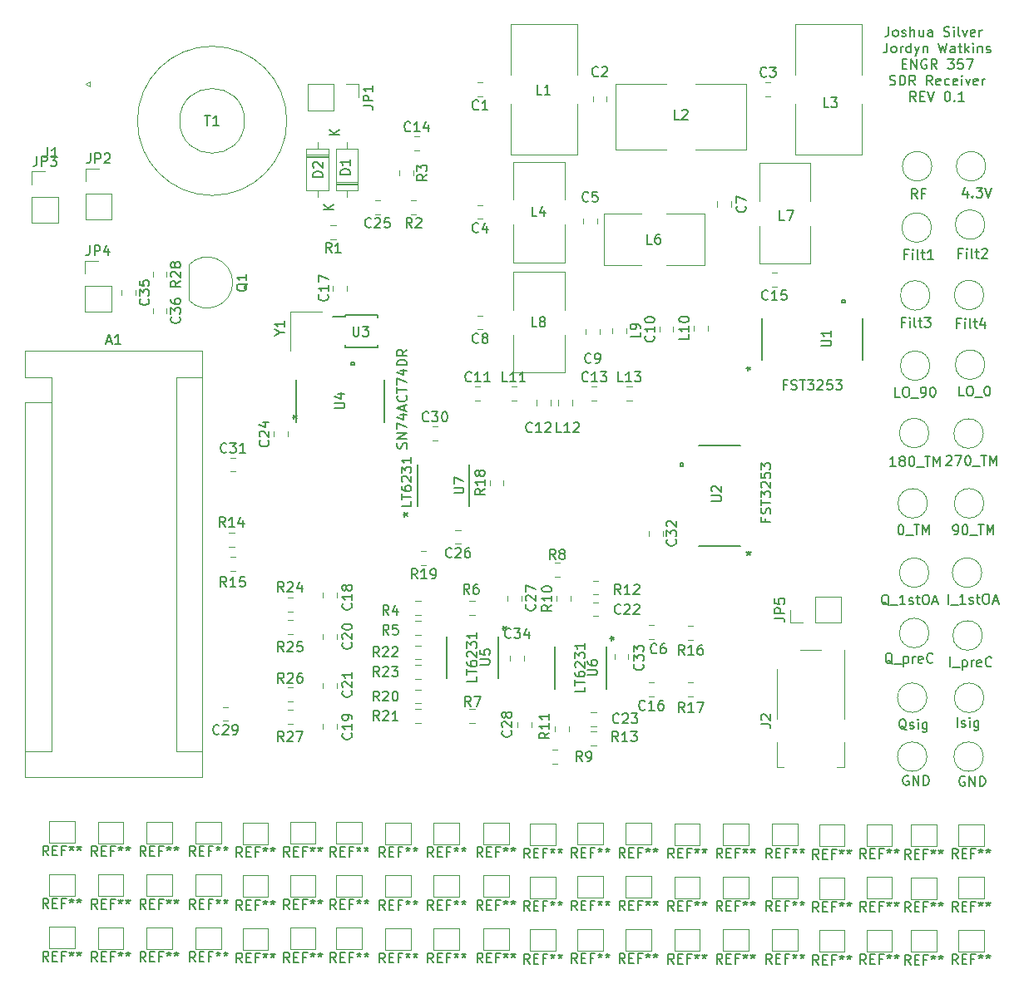
<source format=gto>
G04 #@! TF.GenerationSoftware,KiCad,Pcbnew,(5.1.5-0)*
G04 #@! TF.CreationDate,2020-04-27T00:03:54-07:00*
G04 #@! TF.ProjectId,SDR Reciever,53445220-5265-4636-9965-7665722e6b69,rev?*
G04 #@! TF.SameCoordinates,Original*
G04 #@! TF.FileFunction,Legend,Top*
G04 #@! TF.FilePolarity,Positive*
%FSLAX46Y46*%
G04 Gerber Fmt 4.6, Leading zero omitted, Abs format (unit mm)*
G04 Created by KiCad (PCBNEW (5.1.5-0)) date 2020-04-27 00:03:54*
%MOMM*%
%LPD*%
G04 APERTURE LIST*
%ADD10C,0.150000*%
%ADD11C,0.120000*%
%ADD12C,0.152400*%
G04 APERTURE END LIST*
D10*
X176935428Y-39281580D02*
X176935428Y-39995866D01*
X176887809Y-40138723D01*
X176792571Y-40233961D01*
X176649714Y-40281580D01*
X176554476Y-40281580D01*
X177554476Y-40281580D02*
X177459238Y-40233961D01*
X177411619Y-40186342D01*
X177364000Y-40091104D01*
X177364000Y-39805390D01*
X177411619Y-39710152D01*
X177459238Y-39662533D01*
X177554476Y-39614914D01*
X177697333Y-39614914D01*
X177792571Y-39662533D01*
X177840190Y-39710152D01*
X177887809Y-39805390D01*
X177887809Y-40091104D01*
X177840190Y-40186342D01*
X177792571Y-40233961D01*
X177697333Y-40281580D01*
X177554476Y-40281580D01*
X178268761Y-40233961D02*
X178364000Y-40281580D01*
X178554476Y-40281580D01*
X178649714Y-40233961D01*
X178697333Y-40138723D01*
X178697333Y-40091104D01*
X178649714Y-39995866D01*
X178554476Y-39948247D01*
X178411619Y-39948247D01*
X178316380Y-39900628D01*
X178268761Y-39805390D01*
X178268761Y-39757771D01*
X178316380Y-39662533D01*
X178411619Y-39614914D01*
X178554476Y-39614914D01*
X178649714Y-39662533D01*
X179125904Y-40281580D02*
X179125904Y-39281580D01*
X179554476Y-40281580D02*
X179554476Y-39757771D01*
X179506857Y-39662533D01*
X179411619Y-39614914D01*
X179268761Y-39614914D01*
X179173523Y-39662533D01*
X179125904Y-39710152D01*
X180459238Y-39614914D02*
X180459238Y-40281580D01*
X180030666Y-39614914D02*
X180030666Y-40138723D01*
X180078285Y-40233961D01*
X180173523Y-40281580D01*
X180316380Y-40281580D01*
X180411619Y-40233961D01*
X180459238Y-40186342D01*
X181364000Y-40281580D02*
X181364000Y-39757771D01*
X181316380Y-39662533D01*
X181221142Y-39614914D01*
X181030666Y-39614914D01*
X180935428Y-39662533D01*
X181364000Y-40233961D02*
X181268761Y-40281580D01*
X181030666Y-40281580D01*
X180935428Y-40233961D01*
X180887809Y-40138723D01*
X180887809Y-40043485D01*
X180935428Y-39948247D01*
X181030666Y-39900628D01*
X181268761Y-39900628D01*
X181364000Y-39853009D01*
X182554476Y-40233961D02*
X182697333Y-40281580D01*
X182935428Y-40281580D01*
X183030666Y-40233961D01*
X183078285Y-40186342D01*
X183125904Y-40091104D01*
X183125904Y-39995866D01*
X183078285Y-39900628D01*
X183030666Y-39853009D01*
X182935428Y-39805390D01*
X182744952Y-39757771D01*
X182649714Y-39710152D01*
X182602095Y-39662533D01*
X182554476Y-39567295D01*
X182554476Y-39472057D01*
X182602095Y-39376819D01*
X182649714Y-39329200D01*
X182744952Y-39281580D01*
X182983047Y-39281580D01*
X183125904Y-39329200D01*
X183554476Y-40281580D02*
X183554476Y-39614914D01*
X183554476Y-39281580D02*
X183506857Y-39329200D01*
X183554476Y-39376819D01*
X183602095Y-39329200D01*
X183554476Y-39281580D01*
X183554476Y-39376819D01*
X184173523Y-40281580D02*
X184078285Y-40233961D01*
X184030666Y-40138723D01*
X184030666Y-39281580D01*
X184459238Y-39614914D02*
X184697333Y-40281580D01*
X184935428Y-39614914D01*
X185697333Y-40233961D02*
X185602095Y-40281580D01*
X185411619Y-40281580D01*
X185316380Y-40233961D01*
X185268761Y-40138723D01*
X185268761Y-39757771D01*
X185316380Y-39662533D01*
X185411619Y-39614914D01*
X185602095Y-39614914D01*
X185697333Y-39662533D01*
X185744952Y-39757771D01*
X185744952Y-39853009D01*
X185268761Y-39948247D01*
X186173523Y-40281580D02*
X186173523Y-39614914D01*
X186173523Y-39805390D02*
X186221142Y-39710152D01*
X186268761Y-39662533D01*
X186364000Y-39614914D01*
X186459238Y-39614914D01*
X176768761Y-40931580D02*
X176768761Y-41645866D01*
X176721142Y-41788723D01*
X176625904Y-41883961D01*
X176483047Y-41931580D01*
X176387809Y-41931580D01*
X177387809Y-41931580D02*
X177292571Y-41883961D01*
X177244952Y-41836342D01*
X177197333Y-41741104D01*
X177197333Y-41455390D01*
X177244952Y-41360152D01*
X177292571Y-41312533D01*
X177387809Y-41264914D01*
X177530666Y-41264914D01*
X177625904Y-41312533D01*
X177673523Y-41360152D01*
X177721142Y-41455390D01*
X177721142Y-41741104D01*
X177673523Y-41836342D01*
X177625904Y-41883961D01*
X177530666Y-41931580D01*
X177387809Y-41931580D01*
X178149714Y-41931580D02*
X178149714Y-41264914D01*
X178149714Y-41455390D02*
X178197333Y-41360152D01*
X178244952Y-41312533D01*
X178340190Y-41264914D01*
X178435428Y-41264914D01*
X179197333Y-41931580D02*
X179197333Y-40931580D01*
X179197333Y-41883961D02*
X179102095Y-41931580D01*
X178911619Y-41931580D01*
X178816380Y-41883961D01*
X178768761Y-41836342D01*
X178721142Y-41741104D01*
X178721142Y-41455390D01*
X178768761Y-41360152D01*
X178816380Y-41312533D01*
X178911619Y-41264914D01*
X179102095Y-41264914D01*
X179197333Y-41312533D01*
X179578285Y-41264914D02*
X179816380Y-41931580D01*
X180054476Y-41264914D02*
X179816380Y-41931580D01*
X179721142Y-42169676D01*
X179673523Y-42217295D01*
X179578285Y-42264914D01*
X180435428Y-41264914D02*
X180435428Y-41931580D01*
X180435428Y-41360152D02*
X180483047Y-41312533D01*
X180578285Y-41264914D01*
X180721142Y-41264914D01*
X180816380Y-41312533D01*
X180864000Y-41407771D01*
X180864000Y-41931580D01*
X182006857Y-40931580D02*
X182244952Y-41931580D01*
X182435428Y-41217295D01*
X182625904Y-41931580D01*
X182864000Y-40931580D01*
X183673523Y-41931580D02*
X183673523Y-41407771D01*
X183625904Y-41312533D01*
X183530666Y-41264914D01*
X183340190Y-41264914D01*
X183244952Y-41312533D01*
X183673523Y-41883961D02*
X183578285Y-41931580D01*
X183340190Y-41931580D01*
X183244952Y-41883961D01*
X183197333Y-41788723D01*
X183197333Y-41693485D01*
X183244952Y-41598247D01*
X183340190Y-41550628D01*
X183578285Y-41550628D01*
X183673523Y-41503009D01*
X184006857Y-41264914D02*
X184387809Y-41264914D01*
X184149714Y-40931580D02*
X184149714Y-41788723D01*
X184197333Y-41883961D01*
X184292571Y-41931580D01*
X184387809Y-41931580D01*
X184721142Y-41931580D02*
X184721142Y-40931580D01*
X184816380Y-41550628D02*
X185102095Y-41931580D01*
X185102095Y-41264914D02*
X184721142Y-41645866D01*
X185530666Y-41931580D02*
X185530666Y-41264914D01*
X185530666Y-40931580D02*
X185483047Y-40979200D01*
X185530666Y-41026819D01*
X185578285Y-40979200D01*
X185530666Y-40931580D01*
X185530666Y-41026819D01*
X186006857Y-41264914D02*
X186006857Y-41931580D01*
X186006857Y-41360152D02*
X186054476Y-41312533D01*
X186149714Y-41264914D01*
X186292571Y-41264914D01*
X186387809Y-41312533D01*
X186435428Y-41407771D01*
X186435428Y-41931580D01*
X186864000Y-41883961D02*
X186959238Y-41931580D01*
X187149714Y-41931580D01*
X187244952Y-41883961D01*
X187292571Y-41788723D01*
X187292571Y-41741104D01*
X187244952Y-41645866D01*
X187149714Y-41598247D01*
X187006857Y-41598247D01*
X186911619Y-41550628D01*
X186864000Y-41455390D01*
X186864000Y-41407771D01*
X186911619Y-41312533D01*
X187006857Y-41264914D01*
X187149714Y-41264914D01*
X187244952Y-41312533D01*
X178316380Y-43057771D02*
X178649714Y-43057771D01*
X178792571Y-43581580D02*
X178316380Y-43581580D01*
X178316380Y-42581580D01*
X178792571Y-42581580D01*
X179221142Y-43581580D02*
X179221142Y-42581580D01*
X179792571Y-43581580D01*
X179792571Y-42581580D01*
X180792571Y-42629200D02*
X180697333Y-42581580D01*
X180554476Y-42581580D01*
X180411619Y-42629200D01*
X180316380Y-42724438D01*
X180268761Y-42819676D01*
X180221142Y-43010152D01*
X180221142Y-43153009D01*
X180268761Y-43343485D01*
X180316380Y-43438723D01*
X180411619Y-43533961D01*
X180554476Y-43581580D01*
X180649714Y-43581580D01*
X180792571Y-43533961D01*
X180840190Y-43486342D01*
X180840190Y-43153009D01*
X180649714Y-43153009D01*
X181840190Y-43581580D02*
X181506857Y-43105390D01*
X181268761Y-43581580D02*
X181268761Y-42581580D01*
X181649714Y-42581580D01*
X181744952Y-42629200D01*
X181792571Y-42676819D01*
X181840190Y-42772057D01*
X181840190Y-42914914D01*
X181792571Y-43010152D01*
X181744952Y-43057771D01*
X181649714Y-43105390D01*
X181268761Y-43105390D01*
X182935428Y-42581580D02*
X183554476Y-42581580D01*
X183221142Y-42962533D01*
X183364000Y-42962533D01*
X183459238Y-43010152D01*
X183506857Y-43057771D01*
X183554476Y-43153009D01*
X183554476Y-43391104D01*
X183506857Y-43486342D01*
X183459238Y-43533961D01*
X183364000Y-43581580D01*
X183078285Y-43581580D01*
X182983047Y-43533961D01*
X182935428Y-43486342D01*
X184459238Y-42581580D02*
X183983047Y-42581580D01*
X183935428Y-43057771D01*
X183983047Y-43010152D01*
X184078285Y-42962533D01*
X184316380Y-42962533D01*
X184411619Y-43010152D01*
X184459238Y-43057771D01*
X184506857Y-43153009D01*
X184506857Y-43391104D01*
X184459238Y-43486342D01*
X184411619Y-43533961D01*
X184316380Y-43581580D01*
X184078285Y-43581580D01*
X183983047Y-43533961D01*
X183935428Y-43486342D01*
X184840190Y-42581580D02*
X185506857Y-42581580D01*
X185078285Y-43581580D01*
X177054476Y-45183961D02*
X177197333Y-45231580D01*
X177435428Y-45231580D01*
X177530666Y-45183961D01*
X177578285Y-45136342D01*
X177625904Y-45041104D01*
X177625904Y-44945866D01*
X177578285Y-44850628D01*
X177530666Y-44803009D01*
X177435428Y-44755390D01*
X177244952Y-44707771D01*
X177149714Y-44660152D01*
X177102095Y-44612533D01*
X177054476Y-44517295D01*
X177054476Y-44422057D01*
X177102095Y-44326819D01*
X177149714Y-44279200D01*
X177244952Y-44231580D01*
X177483047Y-44231580D01*
X177625904Y-44279200D01*
X178054476Y-45231580D02*
X178054476Y-44231580D01*
X178292571Y-44231580D01*
X178435428Y-44279200D01*
X178530666Y-44374438D01*
X178578285Y-44469676D01*
X178625904Y-44660152D01*
X178625904Y-44803009D01*
X178578285Y-44993485D01*
X178530666Y-45088723D01*
X178435428Y-45183961D01*
X178292571Y-45231580D01*
X178054476Y-45231580D01*
X179625904Y-45231580D02*
X179292571Y-44755390D01*
X179054476Y-45231580D02*
X179054476Y-44231580D01*
X179435428Y-44231580D01*
X179530666Y-44279200D01*
X179578285Y-44326819D01*
X179625904Y-44422057D01*
X179625904Y-44564914D01*
X179578285Y-44660152D01*
X179530666Y-44707771D01*
X179435428Y-44755390D01*
X179054476Y-44755390D01*
X181387809Y-45231580D02*
X181054476Y-44755390D01*
X180816380Y-45231580D02*
X180816380Y-44231580D01*
X181197333Y-44231580D01*
X181292571Y-44279200D01*
X181340190Y-44326819D01*
X181387809Y-44422057D01*
X181387809Y-44564914D01*
X181340190Y-44660152D01*
X181292571Y-44707771D01*
X181197333Y-44755390D01*
X180816380Y-44755390D01*
X182197333Y-45183961D02*
X182102095Y-45231580D01*
X181911619Y-45231580D01*
X181816380Y-45183961D01*
X181768761Y-45088723D01*
X181768761Y-44707771D01*
X181816380Y-44612533D01*
X181911619Y-44564914D01*
X182102095Y-44564914D01*
X182197333Y-44612533D01*
X182244952Y-44707771D01*
X182244952Y-44803009D01*
X181768761Y-44898247D01*
X183102095Y-45183961D02*
X183006857Y-45231580D01*
X182816380Y-45231580D01*
X182721142Y-45183961D01*
X182673523Y-45136342D01*
X182625904Y-45041104D01*
X182625904Y-44755390D01*
X182673523Y-44660152D01*
X182721142Y-44612533D01*
X182816380Y-44564914D01*
X183006857Y-44564914D01*
X183102095Y-44612533D01*
X183911619Y-45183961D02*
X183816380Y-45231580D01*
X183625904Y-45231580D01*
X183530666Y-45183961D01*
X183483047Y-45088723D01*
X183483047Y-44707771D01*
X183530666Y-44612533D01*
X183625904Y-44564914D01*
X183816380Y-44564914D01*
X183911619Y-44612533D01*
X183959238Y-44707771D01*
X183959238Y-44803009D01*
X183483047Y-44898247D01*
X184387809Y-45231580D02*
X184387809Y-44564914D01*
X184387809Y-44231580D02*
X184340190Y-44279200D01*
X184387809Y-44326819D01*
X184435428Y-44279200D01*
X184387809Y-44231580D01*
X184387809Y-44326819D01*
X184768761Y-44564914D02*
X185006857Y-45231580D01*
X185244952Y-44564914D01*
X186006857Y-45183961D02*
X185911619Y-45231580D01*
X185721142Y-45231580D01*
X185625904Y-45183961D01*
X185578285Y-45088723D01*
X185578285Y-44707771D01*
X185625904Y-44612533D01*
X185721142Y-44564914D01*
X185911619Y-44564914D01*
X186006857Y-44612533D01*
X186054476Y-44707771D01*
X186054476Y-44803009D01*
X185578285Y-44898247D01*
X186483047Y-45231580D02*
X186483047Y-44564914D01*
X186483047Y-44755390D02*
X186530666Y-44660152D01*
X186578285Y-44612533D01*
X186673523Y-44564914D01*
X186768761Y-44564914D01*
X179721142Y-46881580D02*
X179387809Y-46405390D01*
X179149714Y-46881580D02*
X179149714Y-45881580D01*
X179530666Y-45881580D01*
X179625904Y-45929200D01*
X179673523Y-45976819D01*
X179721142Y-46072057D01*
X179721142Y-46214914D01*
X179673523Y-46310152D01*
X179625904Y-46357771D01*
X179530666Y-46405390D01*
X179149714Y-46405390D01*
X180149714Y-46357771D02*
X180483047Y-46357771D01*
X180625904Y-46881580D02*
X180149714Y-46881580D01*
X180149714Y-45881580D01*
X180625904Y-45881580D01*
X180911619Y-45881580D02*
X181244952Y-46881580D01*
X181578285Y-45881580D01*
X182864000Y-45881580D02*
X182959238Y-45881580D01*
X183054476Y-45929200D01*
X183102095Y-45976819D01*
X183149714Y-46072057D01*
X183197333Y-46262533D01*
X183197333Y-46500628D01*
X183149714Y-46691104D01*
X183102095Y-46786342D01*
X183054476Y-46833961D01*
X182959238Y-46881580D01*
X182864000Y-46881580D01*
X182768761Y-46833961D01*
X182721142Y-46786342D01*
X182673523Y-46691104D01*
X182625904Y-46500628D01*
X182625904Y-46262533D01*
X182673523Y-46072057D01*
X182721142Y-45976819D01*
X182768761Y-45929200D01*
X182864000Y-45881580D01*
X183625904Y-46786342D02*
X183673523Y-46833961D01*
X183625904Y-46881580D01*
X183578285Y-46833961D01*
X183625904Y-46786342D01*
X183625904Y-46881580D01*
X184625904Y-46881580D02*
X184054476Y-46881580D01*
X184340190Y-46881580D02*
X184340190Y-45881580D01*
X184244952Y-46024438D01*
X184149714Y-46119676D01*
X184054476Y-46167295D01*
D11*
X186618400Y-120515200D02*
X184018400Y-120515200D01*
X186618400Y-122715200D02*
X186618400Y-120515200D01*
X184018400Y-122715200D02*
X186618400Y-122715200D01*
X184018400Y-122215200D02*
X184018400Y-122715200D01*
X184018400Y-120515200D02*
X184018400Y-122215200D01*
X179192400Y-120566000D02*
X179192400Y-122266000D01*
X179192400Y-122266000D02*
X179192400Y-122766000D01*
X179192400Y-122766000D02*
X181792400Y-122766000D01*
X181792400Y-122766000D02*
X181792400Y-120566000D01*
X181792400Y-120566000D02*
X179192400Y-120566000D01*
X179192400Y-131335600D02*
X179192400Y-133035600D01*
X179192400Y-133035600D02*
X179192400Y-133535600D01*
X179192400Y-133535600D02*
X181792400Y-133535600D01*
X181792400Y-133535600D02*
X181792400Y-131335600D01*
X181792400Y-131335600D02*
X179192400Y-131335600D01*
X186618400Y-131284800D02*
X184018400Y-131284800D01*
X186618400Y-133484800D02*
X186618400Y-131284800D01*
X184018400Y-133484800D02*
X186618400Y-133484800D01*
X184018400Y-132984800D02*
X184018400Y-133484800D01*
X184018400Y-131284800D02*
X184018400Y-132984800D01*
X181792400Y-125950800D02*
X179192400Y-125950800D01*
X181792400Y-128150800D02*
X181792400Y-125950800D01*
X179192400Y-128150800D02*
X181792400Y-128150800D01*
X179192400Y-127650800D02*
X179192400Y-128150800D01*
X179192400Y-125950800D02*
X179192400Y-127650800D01*
X184018400Y-125900000D02*
X184018400Y-127600000D01*
X184018400Y-127600000D02*
X184018400Y-128100000D01*
X184018400Y-128100000D02*
X186618400Y-128100000D01*
X186618400Y-128100000D02*
X186618400Y-125900000D01*
X186618400Y-125900000D02*
X184018400Y-125900000D01*
X174671200Y-120515200D02*
X174671200Y-122215200D01*
X174671200Y-122215200D02*
X174671200Y-122715200D01*
X174671200Y-122715200D02*
X177271200Y-122715200D01*
X177271200Y-122715200D02*
X177271200Y-120515200D01*
X177271200Y-120515200D02*
X174671200Y-120515200D01*
X152734800Y-131183200D02*
X150134800Y-131183200D01*
X152734800Y-133383200D02*
X152734800Y-131183200D01*
X150134800Y-133383200D02*
X152734800Y-133383200D01*
X150134800Y-132883200D02*
X150134800Y-133383200D01*
X150134800Y-131183200D02*
X150134800Y-132883200D01*
X172445200Y-120566000D02*
X169845200Y-120566000D01*
X172445200Y-122766000D02*
X172445200Y-120566000D01*
X169845200Y-122766000D02*
X172445200Y-122766000D01*
X169845200Y-122266000D02*
X169845200Y-122766000D01*
X169845200Y-120566000D02*
X169845200Y-122266000D01*
X162640800Y-120464400D02*
X160040800Y-120464400D01*
X162640800Y-122664400D02*
X162640800Y-120464400D01*
X160040800Y-122664400D02*
X162640800Y-122664400D01*
X160040800Y-122164400D02*
X160040800Y-122664400D01*
X160040800Y-120464400D02*
X160040800Y-122164400D01*
X165070000Y-120464400D02*
X165070000Y-122164400D01*
X165070000Y-122164400D02*
X165070000Y-122664400D01*
X165070000Y-122664400D02*
X167670000Y-122664400D01*
X167670000Y-122664400D02*
X167670000Y-120464400D01*
X167670000Y-120464400D02*
X165070000Y-120464400D01*
X155113200Y-131234000D02*
X155113200Y-132934000D01*
X155113200Y-132934000D02*
X155113200Y-133434000D01*
X155113200Y-133434000D02*
X157713200Y-133434000D01*
X157713200Y-133434000D02*
X157713200Y-131234000D01*
X157713200Y-131234000D02*
X155113200Y-131234000D01*
X155113200Y-120464400D02*
X155113200Y-122164400D01*
X155113200Y-122164400D02*
X155113200Y-122664400D01*
X155113200Y-122664400D02*
X157713200Y-122664400D01*
X157713200Y-122664400D02*
X157713200Y-120464400D01*
X157713200Y-120464400D02*
X155113200Y-120464400D01*
X157713200Y-125849200D02*
X155113200Y-125849200D01*
X157713200Y-128049200D02*
X157713200Y-125849200D01*
X155113200Y-128049200D02*
X157713200Y-128049200D01*
X155113200Y-127549200D02*
X155113200Y-128049200D01*
X155113200Y-125849200D02*
X155113200Y-127549200D01*
X160040800Y-125849200D02*
X160040800Y-127549200D01*
X160040800Y-127549200D02*
X160040800Y-128049200D01*
X160040800Y-128049200D02*
X162640800Y-128049200D01*
X162640800Y-128049200D02*
X162640800Y-125849200D01*
X162640800Y-125849200D02*
X160040800Y-125849200D01*
X162640800Y-131234000D02*
X160040800Y-131234000D01*
X162640800Y-133434000D02*
X162640800Y-131234000D01*
X160040800Y-133434000D02*
X162640800Y-133434000D01*
X160040800Y-132934000D02*
X160040800Y-133434000D01*
X160040800Y-131234000D02*
X160040800Y-132934000D01*
X172445200Y-131335600D02*
X169845200Y-131335600D01*
X172445200Y-133535600D02*
X172445200Y-131335600D01*
X169845200Y-133535600D02*
X172445200Y-133535600D01*
X169845200Y-133035600D02*
X169845200Y-133535600D01*
X169845200Y-131335600D02*
X169845200Y-133035600D01*
X174671200Y-131284800D02*
X174671200Y-132984800D01*
X174671200Y-132984800D02*
X174671200Y-133484800D01*
X174671200Y-133484800D02*
X177271200Y-133484800D01*
X177271200Y-133484800D02*
X177271200Y-131284800D01*
X177271200Y-131284800D02*
X174671200Y-131284800D01*
X169845200Y-125950800D02*
X169845200Y-127650800D01*
X169845200Y-127650800D02*
X169845200Y-128150800D01*
X169845200Y-128150800D02*
X172445200Y-128150800D01*
X172445200Y-128150800D02*
X172445200Y-125950800D01*
X172445200Y-125950800D02*
X169845200Y-125950800D01*
X177271200Y-125900000D02*
X174671200Y-125900000D01*
X177271200Y-128100000D02*
X177271200Y-125900000D01*
X174671200Y-128100000D02*
X177271200Y-128100000D01*
X174671200Y-127600000D02*
X174671200Y-128100000D01*
X174671200Y-125900000D02*
X174671200Y-127600000D01*
X152734800Y-120413600D02*
X150134800Y-120413600D01*
X152734800Y-122613600D02*
X152734800Y-120413600D01*
X150134800Y-122613600D02*
X152734800Y-122613600D01*
X150134800Y-122113600D02*
X150134800Y-122613600D01*
X150134800Y-120413600D02*
X150134800Y-122113600D01*
X167670000Y-125849200D02*
X165070000Y-125849200D01*
X167670000Y-128049200D02*
X167670000Y-125849200D01*
X165070000Y-128049200D02*
X167670000Y-128049200D01*
X165070000Y-127549200D02*
X165070000Y-128049200D01*
X165070000Y-125849200D02*
X165070000Y-127549200D01*
X150134800Y-125798400D02*
X150134800Y-127498400D01*
X150134800Y-127498400D02*
X150134800Y-127998400D01*
X150134800Y-127998400D02*
X152734800Y-127998400D01*
X152734800Y-127998400D02*
X152734800Y-125798400D01*
X152734800Y-125798400D02*
X150134800Y-125798400D01*
X165070000Y-131234000D02*
X165070000Y-132934000D01*
X165070000Y-132934000D02*
X165070000Y-133434000D01*
X165070000Y-133434000D02*
X167670000Y-133434000D01*
X167670000Y-133434000D02*
X167670000Y-131234000D01*
X167670000Y-131234000D02*
X165070000Y-131234000D01*
X140432000Y-120464400D02*
X140432000Y-122164400D01*
X140432000Y-122164400D02*
X140432000Y-122664400D01*
X140432000Y-122664400D02*
X143032000Y-122664400D01*
X143032000Y-122664400D02*
X143032000Y-120464400D01*
X143032000Y-120464400D02*
X140432000Y-120464400D01*
X147858000Y-120413600D02*
X145258000Y-120413600D01*
X147858000Y-122613600D02*
X147858000Y-120413600D01*
X145258000Y-122613600D02*
X147858000Y-122613600D01*
X145258000Y-122113600D02*
X145258000Y-122613600D01*
X145258000Y-120413600D02*
X145258000Y-122113600D01*
X130627600Y-120362800D02*
X130627600Y-122062800D01*
X130627600Y-122062800D02*
X130627600Y-122562800D01*
X130627600Y-122562800D02*
X133227600Y-122562800D01*
X133227600Y-122562800D02*
X133227600Y-120362800D01*
X133227600Y-120362800D02*
X130627600Y-120362800D01*
X128300000Y-120362800D02*
X125700000Y-120362800D01*
X128300000Y-122562800D02*
X128300000Y-120362800D01*
X125700000Y-122562800D02*
X128300000Y-122562800D01*
X125700000Y-122062800D02*
X125700000Y-122562800D01*
X125700000Y-120362800D02*
X125700000Y-122062800D01*
X138256800Y-120362800D02*
X135656800Y-120362800D01*
X138256800Y-122562800D02*
X138256800Y-120362800D01*
X135656800Y-122562800D02*
X138256800Y-122562800D01*
X135656800Y-122062800D02*
X135656800Y-122562800D01*
X135656800Y-120362800D02*
X135656800Y-122062800D01*
X120721600Y-131081600D02*
X120721600Y-132781600D01*
X120721600Y-132781600D02*
X120721600Y-133281600D01*
X120721600Y-133281600D02*
X123321600Y-133281600D01*
X123321600Y-133281600D02*
X123321600Y-131081600D01*
X123321600Y-131081600D02*
X120721600Y-131081600D01*
X128300000Y-131132400D02*
X125700000Y-131132400D01*
X128300000Y-133332400D02*
X128300000Y-131132400D01*
X125700000Y-133332400D02*
X128300000Y-133332400D01*
X125700000Y-132832400D02*
X125700000Y-133332400D01*
X125700000Y-131132400D02*
X125700000Y-132832400D01*
X133227600Y-125747600D02*
X130627600Y-125747600D01*
X133227600Y-127947600D02*
X133227600Y-125747600D01*
X130627600Y-127947600D02*
X133227600Y-127947600D01*
X130627600Y-127447600D02*
X130627600Y-127947600D01*
X130627600Y-125747600D02*
X130627600Y-127447600D01*
X130627600Y-131132400D02*
X130627600Y-132832400D01*
X130627600Y-132832400D02*
X130627600Y-133332400D01*
X130627600Y-133332400D02*
X133227600Y-133332400D01*
X133227600Y-133332400D02*
X133227600Y-131132400D01*
X133227600Y-131132400D02*
X130627600Y-131132400D01*
X140432000Y-131234000D02*
X140432000Y-132934000D01*
X140432000Y-132934000D02*
X140432000Y-133434000D01*
X140432000Y-133434000D02*
X143032000Y-133434000D01*
X143032000Y-133434000D02*
X143032000Y-131234000D01*
X143032000Y-131234000D02*
X140432000Y-131234000D01*
X147858000Y-131183200D02*
X145258000Y-131183200D01*
X147858000Y-133383200D02*
X147858000Y-131183200D01*
X145258000Y-133383200D02*
X147858000Y-133383200D01*
X145258000Y-132883200D02*
X145258000Y-133383200D01*
X145258000Y-131183200D02*
X145258000Y-132883200D01*
X143032000Y-125849200D02*
X140432000Y-125849200D01*
X143032000Y-128049200D02*
X143032000Y-125849200D01*
X140432000Y-128049200D02*
X143032000Y-128049200D01*
X140432000Y-127549200D02*
X140432000Y-128049200D01*
X140432000Y-125849200D02*
X140432000Y-127549200D01*
X145258000Y-125798400D02*
X145258000Y-127498400D01*
X145258000Y-127498400D02*
X145258000Y-127998400D01*
X145258000Y-127998400D02*
X147858000Y-127998400D01*
X147858000Y-127998400D02*
X147858000Y-125798400D01*
X147858000Y-125798400D02*
X145258000Y-125798400D01*
X120721600Y-120312000D02*
X120721600Y-122012000D01*
X120721600Y-122012000D02*
X120721600Y-122512000D01*
X120721600Y-122512000D02*
X123321600Y-122512000D01*
X123321600Y-122512000D02*
X123321600Y-120312000D01*
X123321600Y-120312000D02*
X120721600Y-120312000D01*
X135656800Y-125747600D02*
X135656800Y-127447600D01*
X135656800Y-127447600D02*
X135656800Y-127947600D01*
X135656800Y-127947600D02*
X138256800Y-127947600D01*
X138256800Y-127947600D02*
X138256800Y-125747600D01*
X138256800Y-125747600D02*
X135656800Y-125747600D01*
X123321600Y-125696800D02*
X120721600Y-125696800D01*
X123321600Y-127896800D02*
X123321600Y-125696800D01*
X120721600Y-127896800D02*
X123321600Y-127896800D01*
X120721600Y-127396800D02*
X120721600Y-127896800D01*
X120721600Y-125696800D02*
X120721600Y-127396800D01*
X138256800Y-131132400D02*
X135656800Y-131132400D01*
X138256800Y-133332400D02*
X138256800Y-131132400D01*
X135656800Y-133332400D02*
X138256800Y-133332400D01*
X135656800Y-132832400D02*
X135656800Y-133332400D01*
X135656800Y-131132400D02*
X135656800Y-132832400D01*
X125700000Y-125747600D02*
X125700000Y-127447600D01*
X125700000Y-127447600D02*
X125700000Y-127947600D01*
X125700000Y-127947600D02*
X128300000Y-127947600D01*
X128300000Y-127947600D02*
X128300000Y-125747600D01*
X128300000Y-125747600D02*
X125700000Y-125747600D01*
X103966800Y-131030800D02*
X101366800Y-131030800D01*
X103966800Y-133230800D02*
X103966800Y-131030800D01*
X101366800Y-133230800D02*
X103966800Y-133230800D01*
X101366800Y-132730800D02*
X101366800Y-133230800D01*
X101366800Y-131030800D02*
X101366800Y-132730800D01*
X113771200Y-131132400D02*
X111171200Y-131132400D01*
X113771200Y-133332400D02*
X113771200Y-131132400D01*
X111171200Y-133332400D02*
X113771200Y-133332400D01*
X111171200Y-132832400D02*
X111171200Y-133332400D01*
X111171200Y-131132400D02*
X111171200Y-132832400D01*
X115997200Y-131081600D02*
X115997200Y-132781600D01*
X115997200Y-132781600D02*
X115997200Y-133281600D01*
X115997200Y-133281600D02*
X118597200Y-133281600D01*
X118597200Y-133281600D02*
X118597200Y-131081600D01*
X118597200Y-131081600D02*
X115997200Y-131081600D01*
X106396000Y-131030800D02*
X106396000Y-132730800D01*
X106396000Y-132730800D02*
X106396000Y-133230800D01*
X106396000Y-133230800D02*
X108996000Y-133230800D01*
X108996000Y-133230800D02*
X108996000Y-131030800D01*
X108996000Y-131030800D02*
X106396000Y-131030800D01*
X94060800Y-130980000D02*
X91460800Y-130980000D01*
X94060800Y-133180000D02*
X94060800Y-130980000D01*
X91460800Y-133180000D02*
X94060800Y-133180000D01*
X91460800Y-132680000D02*
X91460800Y-133180000D01*
X91460800Y-130980000D02*
X91460800Y-132680000D01*
X96439200Y-131030800D02*
X96439200Y-132730800D01*
X96439200Y-132730800D02*
X96439200Y-133230800D01*
X96439200Y-133230800D02*
X99039200Y-133230800D01*
X99039200Y-133230800D02*
X99039200Y-131030800D01*
X99039200Y-131030800D02*
X96439200Y-131030800D01*
X111171200Y-125747600D02*
X111171200Y-127447600D01*
X111171200Y-127447600D02*
X111171200Y-127947600D01*
X111171200Y-127947600D02*
X113771200Y-127947600D01*
X113771200Y-127947600D02*
X113771200Y-125747600D01*
X113771200Y-125747600D02*
X111171200Y-125747600D01*
X118597200Y-125696800D02*
X115997200Y-125696800D01*
X118597200Y-127896800D02*
X118597200Y-125696800D01*
X115997200Y-127896800D02*
X118597200Y-127896800D01*
X115997200Y-127396800D02*
X115997200Y-127896800D01*
X115997200Y-125696800D02*
X115997200Y-127396800D01*
X101366800Y-125646000D02*
X101366800Y-127346000D01*
X101366800Y-127346000D02*
X101366800Y-127846000D01*
X101366800Y-127846000D02*
X103966800Y-127846000D01*
X103966800Y-127846000D02*
X103966800Y-125646000D01*
X103966800Y-125646000D02*
X101366800Y-125646000D01*
X99039200Y-125646000D02*
X96439200Y-125646000D01*
X99039200Y-127846000D02*
X99039200Y-125646000D01*
X96439200Y-127846000D02*
X99039200Y-127846000D01*
X96439200Y-127346000D02*
X96439200Y-127846000D01*
X96439200Y-125646000D02*
X96439200Y-127346000D01*
X108996000Y-125646000D02*
X106396000Y-125646000D01*
X108996000Y-127846000D02*
X108996000Y-125646000D01*
X106396000Y-127846000D02*
X108996000Y-127846000D01*
X106396000Y-127346000D02*
X106396000Y-127846000D01*
X106396000Y-125646000D02*
X106396000Y-127346000D01*
X91460800Y-125595200D02*
X91460800Y-127295200D01*
X91460800Y-127295200D02*
X91460800Y-127795200D01*
X91460800Y-127795200D02*
X94060800Y-127795200D01*
X94060800Y-127795200D02*
X94060800Y-125595200D01*
X94060800Y-125595200D02*
X91460800Y-125595200D01*
X115997200Y-120312000D02*
X115997200Y-122012000D01*
X115997200Y-122012000D02*
X115997200Y-122512000D01*
X115997200Y-122512000D02*
X118597200Y-122512000D01*
X118597200Y-122512000D02*
X118597200Y-120312000D01*
X118597200Y-120312000D02*
X115997200Y-120312000D01*
X113771200Y-120362800D02*
X111171200Y-120362800D01*
X113771200Y-122562800D02*
X113771200Y-120362800D01*
X111171200Y-122562800D02*
X113771200Y-122562800D01*
X111171200Y-122062800D02*
X111171200Y-122562800D01*
X111171200Y-120362800D02*
X111171200Y-122062800D01*
X106396000Y-120261200D02*
X106396000Y-121961200D01*
X106396000Y-121961200D02*
X106396000Y-122461200D01*
X106396000Y-122461200D02*
X108996000Y-122461200D01*
X108996000Y-122461200D02*
X108996000Y-120261200D01*
X108996000Y-120261200D02*
X106396000Y-120261200D01*
X103966800Y-120261200D02*
X101366800Y-120261200D01*
X103966800Y-122461200D02*
X103966800Y-120261200D01*
X101366800Y-122461200D02*
X103966800Y-122461200D01*
X101366800Y-121961200D02*
X101366800Y-122461200D01*
X101366800Y-120261200D02*
X101366800Y-121961200D01*
X96439200Y-120261200D02*
X96439200Y-121961200D01*
X96439200Y-121961200D02*
X96439200Y-122461200D01*
X96439200Y-122461200D02*
X99039200Y-122461200D01*
X99039200Y-122461200D02*
X99039200Y-120261200D01*
X99039200Y-120261200D02*
X96439200Y-120261200D01*
X94060800Y-120210400D02*
X91460800Y-120210400D01*
X94060800Y-122410400D02*
X94060800Y-120210400D01*
X91460800Y-122410400D02*
X94060800Y-122410400D01*
X91460800Y-121910400D02*
X91460800Y-122410400D01*
X91460800Y-120210400D02*
X91460800Y-121910400D01*
D12*
X148170900Y-106705400D02*
X148170900Y-102463600D01*
X142913100Y-102463600D02*
X142913100Y-106705400D01*
X137185400Y-105625900D02*
X137185400Y-101384100D01*
X131927600Y-101384100D02*
X131927600Y-105625900D01*
D11*
X138418500Y-103890578D02*
X138418500Y-103373422D01*
X139838500Y-103890578D02*
X139838500Y-103373422D01*
X129862078Y-92698500D02*
X129344922Y-92698500D01*
X129862078Y-94118500D02*
X129344922Y-94118500D01*
X136323000Y-85983578D02*
X136323000Y-85466422D01*
X137743000Y-85983578D02*
X137743000Y-85466422D01*
D12*
X129006600Y-83858100D02*
X129006600Y-88099900D01*
X134264400Y-88099900D02*
X134264400Y-83858100D01*
D11*
X180824000Y-113639600D02*
G75*
G03X180824000Y-113639600I-1500000J0D01*
G01*
X166881500Y-100009000D02*
X166881500Y-98679000D01*
X168211500Y-100009000D02*
X166881500Y-100009000D01*
X169481500Y-100009000D02*
X169481500Y-97349000D01*
X169481500Y-97349000D02*
X172081500Y-97349000D01*
X169481500Y-100009000D02*
X172081500Y-100009000D01*
X172081500Y-100009000D02*
X172081500Y-97349000D01*
X172423500Y-112182000D02*
X172423500Y-114682000D01*
X172423500Y-114682000D02*
X171673500Y-114682000D01*
X166273500Y-114682000D02*
X165523500Y-114682000D01*
X165523500Y-114682000D02*
X165523500Y-112182000D01*
X165523500Y-109782000D02*
X165523500Y-104682000D01*
X172423500Y-109782000D02*
X172423500Y-102782000D01*
X167923500Y-102782000D02*
X170023500Y-102782000D01*
X186818400Y-53492400D02*
G75*
G03X186818400Y-53492400I-1500000J0D01*
G01*
X180824000Y-107632500D02*
G75*
G03X180824000Y-107632500I-1500000J0D01*
G01*
X186615200Y-107645200D02*
G75*
G03X186615200Y-107645200I-1500000J0D01*
G01*
X181027200Y-80670400D02*
G75*
G03X181027200Y-80670400I-1500000J0D01*
G01*
X186564400Y-80721200D02*
G75*
G03X186564400Y-80721200I-1500000J0D01*
G01*
X186615200Y-87833200D02*
G75*
G03X186615200Y-87833200I-1500000J0D01*
G01*
X180874800Y-87833200D02*
G75*
G03X180874800Y-87833200I-1500000J0D01*
G01*
X181027200Y-101041200D02*
G75*
G03X181027200Y-101041200I-1500000J0D01*
G01*
X186462800Y-101295200D02*
G75*
G03X186462800Y-101295200I-1500000J0D01*
G01*
X181027200Y-94894400D02*
G75*
G03X181027200Y-94894400I-1500000J0D01*
G01*
X186412000Y-94894400D02*
G75*
G03X186412000Y-94894400I-1500000J0D01*
G01*
X186716800Y-73710800D02*
G75*
G03X186716800Y-73710800I-1500000J0D01*
G01*
X181128800Y-73812400D02*
G75*
G03X181128800Y-73812400I-1500000J0D01*
G01*
X186615200Y-66611500D02*
G75*
G03X186615200Y-66611500I-1500000J0D01*
G01*
X181128800Y-66649600D02*
G75*
G03X181128800Y-66649600I-1500000J0D01*
G01*
X186716800Y-59436000D02*
G75*
G03X186716800Y-59436000I-1500000J0D01*
G01*
X181281200Y-59740800D02*
G75*
G03X181281200Y-59740800I-1500000J0D01*
G01*
X181332000Y-53492400D02*
G75*
G03X181332000Y-53492400I-1500000J0D01*
G01*
X186564400Y-113639600D02*
G75*
G03X186564400Y-113639600I-1500000J0D01*
G01*
D10*
X121578500Y-68619500D02*
X121578500Y-68844500D01*
X124928500Y-68619500D02*
X124928500Y-68919500D01*
X124928500Y-71969500D02*
X124928500Y-71669500D01*
X121578500Y-71969500D02*
X121578500Y-71669500D01*
X121578500Y-68619500D02*
X124928500Y-68619500D01*
X121578500Y-71969500D02*
X124928500Y-71969500D01*
X121578500Y-68844500D02*
X120353500Y-68844500D01*
D11*
X143451078Y-95325000D02*
X142933922Y-95325000D01*
X143451078Y-93905000D02*
X142933922Y-93905000D01*
D12*
X122174000Y-73698100D02*
X122174000Y-73444100D01*
X122555000Y-73698100D02*
X122174000Y-73698100D01*
X122555000Y-73444100D02*
X122555000Y-73698100D01*
X122174000Y-73444100D02*
X122555000Y-73444100D01*
X116598700Y-75285600D02*
X116598700Y-79527400D01*
X125590300Y-79527400D02*
X125590300Y-75285600D01*
X155999701Y-84074000D02*
X155745701Y-84074000D01*
X155999701Y-83693000D02*
X155999701Y-84074000D01*
X155745701Y-83693000D02*
X155999701Y-83693000D01*
X155745701Y-84074000D02*
X155745701Y-83693000D01*
X157581600Y-92189300D02*
X161823400Y-92189300D01*
X161823400Y-81927700D02*
X157581600Y-81927700D01*
X172148500Y-67417201D02*
X172148500Y-67163201D01*
X172529500Y-67417201D02*
X172148500Y-67417201D01*
X172529500Y-67163201D02*
X172529500Y-67417201D01*
X172148500Y-67163201D02*
X172529500Y-67163201D01*
X164033200Y-68999100D02*
X164033200Y-73240900D01*
X174294800Y-73240900D02*
X174294800Y-68999100D01*
D11*
X102033000Y-64272422D02*
X102033000Y-64789578D01*
X103453000Y-64272422D02*
X103453000Y-64789578D01*
X105730522Y-67179978D02*
G75*
G03X110169000Y-65341500I1838478J1838478D01*
G01*
X105730522Y-63503022D02*
G75*
G02X110169000Y-65341500I1838478J-1838478D01*
G01*
X105719000Y-63541500D02*
X105719000Y-67141500D01*
X148826000Y-69972422D02*
X148826000Y-70489578D01*
X150246000Y-69972422D02*
X150246000Y-70489578D01*
X95126500Y-63122500D02*
X96456500Y-63122500D01*
X95126500Y-64452500D02*
X95126500Y-63122500D01*
X95126500Y-65722500D02*
X97786500Y-65722500D01*
X97786500Y-65722500D02*
X97786500Y-68322500D01*
X95126500Y-65722500D02*
X95126500Y-68322500D01*
X95126500Y-68322500D02*
X97786500Y-68322500D01*
X89729000Y-54042000D02*
X91059000Y-54042000D01*
X89729000Y-55372000D02*
X89729000Y-54042000D01*
X89729000Y-56642000D02*
X92389000Y-56642000D01*
X92389000Y-56642000D02*
X92389000Y-59242000D01*
X89729000Y-56642000D02*
X89729000Y-59242000D01*
X89729000Y-59242000D02*
X92389000Y-59242000D01*
X95190000Y-53724500D02*
X96520000Y-53724500D01*
X95190000Y-55054500D02*
X95190000Y-53724500D01*
X95190000Y-56324500D02*
X97850000Y-56324500D01*
X97850000Y-56324500D02*
X97850000Y-58924500D01*
X95190000Y-56324500D02*
X95190000Y-58924500D01*
X95190000Y-58924500D02*
X97850000Y-58924500D01*
X122996000Y-45152000D02*
X122996000Y-46482000D01*
X121666000Y-45152000D02*
X122996000Y-45152000D01*
X120396000Y-45152000D02*
X120396000Y-47812000D01*
X120396000Y-47812000D02*
X117796000Y-47812000D01*
X120396000Y-45152000D02*
X117796000Y-45152000D01*
X117796000Y-45152000D02*
X117796000Y-47812000D01*
X102033000Y-67955422D02*
X102033000Y-68472578D01*
X103453000Y-67955422D02*
X103453000Y-68472578D01*
X98858000Y-66113922D02*
X98858000Y-66631078D01*
X100278000Y-66113922D02*
X100278000Y-66631078D01*
X91694000Y-77533500D02*
X91694000Y-74993500D01*
X91694000Y-74993500D02*
X89024000Y-74993500D01*
X89024000Y-77533500D02*
X89024000Y-115763500D01*
X89024000Y-72323500D02*
X89024000Y-74993500D01*
X104394000Y-74993500D02*
X107064000Y-74993500D01*
X104394000Y-74993500D02*
X104394000Y-113093500D01*
X104394000Y-113093500D02*
X107064000Y-113093500D01*
X91694000Y-77533500D02*
X89024000Y-77533500D01*
X91694000Y-77533500D02*
X91694000Y-113093500D01*
X91694000Y-113093500D02*
X89024000Y-113093500D01*
X89024000Y-115763500D02*
X107064000Y-115763500D01*
X107064000Y-115763500D02*
X107064000Y-72323500D01*
X107064000Y-72323500D02*
X89024000Y-72323500D01*
X135607078Y-46366000D02*
X135089922Y-46366000D01*
X135607078Y-44946000D02*
X135089922Y-44946000D01*
X148246000Y-46914578D02*
X148246000Y-46397422D01*
X146826000Y-46914578D02*
X146826000Y-46397422D01*
X164339922Y-44946000D02*
X164857078Y-44946000D01*
X164339922Y-46366000D02*
X164857078Y-46366000D01*
X135607078Y-58866000D02*
X135089922Y-58866000D01*
X135607078Y-57446000D02*
X135089922Y-57446000D01*
X147246000Y-59352078D02*
X147246000Y-58834922D01*
X145826000Y-59352078D02*
X145826000Y-58834922D01*
X153024578Y-100255000D02*
X152507422Y-100255000D01*
X153024578Y-101675000D02*
X152507422Y-101675000D01*
X159500500Y-57081922D02*
X159500500Y-57599078D01*
X160920500Y-57081922D02*
X160920500Y-57599078D01*
X135607078Y-70116000D02*
X135089922Y-70116000D01*
X135607078Y-68696000D02*
X135089922Y-68696000D01*
X147496000Y-70602078D02*
X147496000Y-70084922D01*
X146076000Y-70602078D02*
X146076000Y-70084922D01*
X153595000Y-70377578D02*
X153595000Y-69860422D01*
X155015000Y-70377578D02*
X155015000Y-69860422D01*
X134835922Y-75934000D02*
X135353078Y-75934000D01*
X134835922Y-77354000D02*
X135353078Y-77354000D01*
X142492000Y-77840078D02*
X142492000Y-77322922D01*
X141072000Y-77840078D02*
X141072000Y-77322922D01*
X146710922Y-77354000D02*
X147228078Y-77354000D01*
X146710922Y-75934000D02*
X147228078Y-75934000D01*
X128637922Y-50446000D02*
X129155078Y-50446000D01*
X128637922Y-51866000D02*
X129155078Y-51866000D01*
X165549078Y-65734000D02*
X165031922Y-65734000D01*
X165549078Y-64314000D02*
X165031922Y-64314000D01*
X153024578Y-107517000D02*
X152507422Y-107517000D01*
X153024578Y-106097000D02*
X152507422Y-106097000D01*
X120384500Y-66186578D02*
X120384500Y-65669422D01*
X121804500Y-66186578D02*
X121804500Y-65669422D01*
X120788500Y-97413578D02*
X120788500Y-96896422D01*
X119368500Y-97413578D02*
X119368500Y-96896422D01*
X119368500Y-110797078D02*
X119368500Y-110279922D01*
X120788500Y-110797078D02*
X120788500Y-110279922D01*
X120788500Y-101135922D02*
X120788500Y-101653078D01*
X119368500Y-101135922D02*
X119368500Y-101653078D01*
X119368500Y-106118922D02*
X119368500Y-106636078D01*
X120788500Y-106118922D02*
X120788500Y-106636078D01*
X147349578Y-99323000D02*
X146832422Y-99323000D01*
X147349578Y-97903000D02*
X146832422Y-97903000D01*
X147149578Y-109145000D02*
X146632422Y-109145000D01*
X147149578Y-110565000D02*
X146632422Y-110565000D01*
X115772000Y-81030578D02*
X115772000Y-80513422D01*
X114352000Y-81030578D02*
X114352000Y-80513422D01*
X125163078Y-56948000D02*
X124645922Y-56948000D01*
X125163078Y-58368000D02*
X124645922Y-58368000D01*
X133354578Y-91959500D02*
X132837422Y-91959500D01*
X133354578Y-90539500D02*
X132837422Y-90539500D01*
X139584500Y-97228922D02*
X139584500Y-97746078D01*
X138164500Y-97228922D02*
X138164500Y-97746078D01*
X140600500Y-110621578D02*
X140600500Y-110104422D01*
X139180500Y-110621578D02*
X139180500Y-110104422D01*
X109684078Y-109993500D02*
X109166922Y-109993500D01*
X109684078Y-108573500D02*
X109166922Y-108573500D01*
X130487922Y-81418500D02*
X131005078Y-81418500D01*
X130487922Y-79998500D02*
X131005078Y-79998500D01*
X109928922Y-84593500D02*
X110446078Y-84593500D01*
X109928922Y-83173500D02*
X110446078Y-83173500D01*
X152515500Y-90624922D02*
X152515500Y-91142078D01*
X153935500Y-90624922D02*
X153935500Y-91142078D01*
X150443000Y-103700078D02*
X150443000Y-103182922D01*
X149023000Y-103700078D02*
X149023000Y-103182922D01*
X119906000Y-51726000D02*
X117666000Y-51726000D01*
X117666000Y-51726000D02*
X117666000Y-55966000D01*
X117666000Y-55966000D02*
X119906000Y-55966000D01*
X119906000Y-55966000D02*
X119906000Y-51726000D01*
X118786000Y-51076000D02*
X118786000Y-51726000D01*
X118786000Y-56616000D02*
X118786000Y-55966000D01*
X119906000Y-52446000D02*
X117666000Y-52446000D01*
X119906000Y-52566000D02*
X117666000Y-52566000D01*
X119906000Y-52326000D02*
X117666000Y-52326000D01*
X120666000Y-55366000D02*
X122906000Y-55366000D01*
X120666000Y-55126000D02*
X122906000Y-55126000D01*
X120666000Y-55246000D02*
X122906000Y-55246000D01*
X121786000Y-51076000D02*
X121786000Y-51726000D01*
X121786000Y-56616000D02*
X121786000Y-55966000D01*
X120666000Y-51726000D02*
X120666000Y-55966000D01*
X122906000Y-51726000D02*
X120666000Y-51726000D01*
X122906000Y-55966000D02*
X122906000Y-51726000D01*
X120666000Y-55966000D02*
X122906000Y-55966000D01*
X95667200Y-45360400D02*
X95167200Y-45110400D01*
X95667200Y-44860400D02*
X95667200Y-45360400D01*
X95167200Y-45110400D02*
X95667200Y-44860400D01*
X138466000Y-39036000D02*
X145206000Y-39036000D01*
X138466000Y-52276000D02*
X145206000Y-52276000D01*
X145206000Y-44178000D02*
X145206000Y-39036000D01*
X145206000Y-52276000D02*
X145206000Y-47134000D01*
X138466000Y-44178000D02*
X138466000Y-39036000D01*
X138466000Y-52276000D02*
X138466000Y-47134000D01*
X149166000Y-45086000D02*
X154308000Y-45086000D01*
X157264000Y-45086000D02*
X162406000Y-45086000D01*
X149166000Y-51826000D02*
X154308000Y-51826000D01*
X157264000Y-51826000D02*
X162406000Y-51826000D01*
X149166000Y-45086000D02*
X149166000Y-51826000D01*
X162406000Y-45086000D02*
X162406000Y-51826000D01*
X167466000Y-52276000D02*
X167466000Y-47134000D01*
X167466000Y-44178000D02*
X167466000Y-39036000D01*
X174206000Y-52276000D02*
X174206000Y-47134000D01*
X174206000Y-44178000D02*
X174206000Y-39036000D01*
X167466000Y-52276000D02*
X174206000Y-52276000D01*
X167466000Y-39036000D02*
X174206000Y-39036000D01*
X138706000Y-63276000D02*
X138706000Y-59411000D01*
X138706000Y-56901000D02*
X138706000Y-53036000D01*
X143946000Y-63276000D02*
X143946000Y-59411000D01*
X143946000Y-56901000D02*
X143946000Y-53036000D01*
X138706000Y-63276000D02*
X143946000Y-63276000D01*
X138706000Y-53036000D02*
X143946000Y-53036000D01*
X158156000Y-58326000D02*
X158156000Y-63566000D01*
X147916000Y-58326000D02*
X147916000Y-63566000D01*
X154291000Y-63566000D02*
X158156000Y-63566000D01*
X147916000Y-63566000D02*
X151781000Y-63566000D01*
X154291000Y-58326000D02*
X158156000Y-58326000D01*
X147916000Y-58326000D02*
X151781000Y-58326000D01*
X168990000Y-63413000D02*
X163750000Y-63413000D01*
X168990000Y-53173000D02*
X163750000Y-53173000D01*
X163750000Y-59548000D02*
X163750000Y-63413000D01*
X163750000Y-53173000D02*
X163750000Y-57038000D01*
X168990000Y-59548000D02*
X168990000Y-63413000D01*
X168990000Y-53173000D02*
X168990000Y-57038000D01*
X138706000Y-74526000D02*
X138706000Y-70661000D01*
X138706000Y-68151000D02*
X138706000Y-64286000D01*
X143946000Y-74526000D02*
X143946000Y-70661000D01*
X143946000Y-68151000D02*
X143946000Y-64286000D01*
X138706000Y-74526000D02*
X143946000Y-74526000D01*
X138706000Y-64286000D02*
X143946000Y-64286000D01*
X120137422Y-59488000D02*
X120654578Y-59488000D01*
X120137422Y-60908000D02*
X120654578Y-60908000D01*
X128846078Y-56948000D02*
X128328922Y-56948000D01*
X128846078Y-58368000D02*
X128328922Y-58368000D01*
X127124000Y-53897422D02*
X127124000Y-54414578D01*
X128544000Y-53897422D02*
X128544000Y-54414578D01*
X129287078Y-97803000D02*
X128769922Y-97803000D01*
X129287078Y-99223000D02*
X128769922Y-99223000D01*
X129287078Y-101223000D02*
X128769922Y-101223000D01*
X129287078Y-99803000D02*
X128769922Y-99803000D01*
X134787078Y-99223000D02*
X134269922Y-99223000D01*
X134787078Y-97803000D02*
X134269922Y-97803000D01*
X134787078Y-108803000D02*
X134269922Y-108803000D01*
X134787078Y-110223000D02*
X134269922Y-110223000D01*
X143197078Y-114375000D02*
X142679922Y-114375000D01*
X143197078Y-112955000D02*
X142679922Y-112955000D01*
X143118500Y-97809078D02*
X143118500Y-97291922D01*
X144538500Y-97809078D02*
X144538500Y-97291922D01*
X142990500Y-110533922D02*
X142990500Y-111051078D01*
X144410500Y-110533922D02*
X144410500Y-111051078D01*
X146832422Y-97123000D02*
X147349578Y-97123000D01*
X146832422Y-95703000D02*
X147349578Y-95703000D01*
X146632422Y-112523000D02*
X147149578Y-112523000D01*
X146632422Y-111103000D02*
X147149578Y-111103000D01*
X109801922Y-90857000D02*
X110319078Y-90857000D01*
X109801922Y-92277000D02*
X110319078Y-92277000D01*
X109928922Y-94690000D02*
X110446078Y-94690000D01*
X109928922Y-93270000D02*
X110446078Y-93270000D01*
X157024578Y-100303000D02*
X156507422Y-100303000D01*
X157024578Y-101723000D02*
X156507422Y-101723000D01*
X157024578Y-106103000D02*
X156507422Y-106103000D01*
X157024578Y-107523000D02*
X156507422Y-107523000D01*
X129287078Y-108223000D02*
X128769922Y-108223000D01*
X129287078Y-106803000D02*
X128769922Y-106803000D01*
X129287078Y-110223000D02*
X128769922Y-110223000D01*
X129287078Y-108803000D02*
X128769922Y-108803000D01*
X128769922Y-102303000D02*
X129287078Y-102303000D01*
X128769922Y-103723000D02*
X129287078Y-103723000D01*
X129287078Y-104303000D02*
X128769922Y-104303000D01*
X129287078Y-105723000D02*
X128769922Y-105723000D01*
X116273078Y-98881000D02*
X115755922Y-98881000D01*
X116273078Y-97461000D02*
X115755922Y-97461000D01*
X115755922Y-99747000D02*
X116273078Y-99747000D01*
X115755922Y-101167000D02*
X116273078Y-101167000D01*
X115755922Y-106605000D02*
X116273078Y-106605000D01*
X115755922Y-108025000D02*
X116273078Y-108025000D01*
X115755922Y-110311000D02*
X116273078Y-110311000D01*
X115755922Y-108891000D02*
X116273078Y-108891000D01*
X111373200Y-48868600D02*
G75*
G03X111373200Y-48868600I-3300000J0D01*
G01*
X115673200Y-48868600D02*
G75*
G03X115673200Y-48868600I-7600000J0D01*
G01*
X119265500Y-68294500D02*
X116065500Y-68294500D01*
X116065500Y-68294500D02*
X116065500Y-72294500D01*
X157087500Y-70235578D02*
X157087500Y-69718422D01*
X158507500Y-70235578D02*
X158507500Y-69718422D01*
X138523422Y-77354000D02*
X139040578Y-77354000D01*
X138523422Y-75934000D02*
X139040578Y-75934000D01*
X144742000Y-77322922D02*
X144742000Y-77840078D01*
X143322000Y-77322922D02*
X143322000Y-77840078D01*
X150273422Y-77354000D02*
X150790578Y-77354000D01*
X150273422Y-75934000D02*
X150790578Y-75934000D01*
D10*
X183985066Y-124017580D02*
X183651733Y-123541390D01*
X183413638Y-124017580D02*
X183413638Y-123017580D01*
X183794590Y-123017580D01*
X183889828Y-123065200D01*
X183937447Y-123112819D01*
X183985066Y-123208057D01*
X183985066Y-123350914D01*
X183937447Y-123446152D01*
X183889828Y-123493771D01*
X183794590Y-123541390D01*
X183413638Y-123541390D01*
X184413638Y-123493771D02*
X184746971Y-123493771D01*
X184889828Y-124017580D02*
X184413638Y-124017580D01*
X184413638Y-123017580D01*
X184889828Y-123017580D01*
X185651733Y-123493771D02*
X185318400Y-123493771D01*
X185318400Y-124017580D02*
X185318400Y-123017580D01*
X185794590Y-123017580D01*
X186318400Y-123017580D02*
X186318400Y-123255676D01*
X186080304Y-123160438D02*
X186318400Y-123255676D01*
X186556495Y-123160438D01*
X186175542Y-123446152D02*
X186318400Y-123255676D01*
X186461257Y-123446152D01*
X187080304Y-123017580D02*
X187080304Y-123255676D01*
X186842209Y-123160438D02*
X187080304Y-123255676D01*
X187318400Y-123160438D01*
X186937447Y-123446152D02*
X187080304Y-123255676D01*
X187223161Y-123446152D01*
X179159066Y-124068380D02*
X178825733Y-123592190D01*
X178587638Y-124068380D02*
X178587638Y-123068380D01*
X178968590Y-123068380D01*
X179063828Y-123116000D01*
X179111447Y-123163619D01*
X179159066Y-123258857D01*
X179159066Y-123401714D01*
X179111447Y-123496952D01*
X179063828Y-123544571D01*
X178968590Y-123592190D01*
X178587638Y-123592190D01*
X179587638Y-123544571D02*
X179920971Y-123544571D01*
X180063828Y-124068380D02*
X179587638Y-124068380D01*
X179587638Y-123068380D01*
X180063828Y-123068380D01*
X180825733Y-123544571D02*
X180492400Y-123544571D01*
X180492400Y-124068380D02*
X180492400Y-123068380D01*
X180968590Y-123068380D01*
X181492400Y-123068380D02*
X181492400Y-123306476D01*
X181254304Y-123211238D02*
X181492400Y-123306476D01*
X181730495Y-123211238D01*
X181349542Y-123496952D02*
X181492400Y-123306476D01*
X181635257Y-123496952D01*
X182254304Y-123068380D02*
X182254304Y-123306476D01*
X182016209Y-123211238D02*
X182254304Y-123306476D01*
X182492400Y-123211238D01*
X182111447Y-123496952D02*
X182254304Y-123306476D01*
X182397161Y-123496952D01*
X179159066Y-134837980D02*
X178825733Y-134361790D01*
X178587638Y-134837980D02*
X178587638Y-133837980D01*
X178968590Y-133837980D01*
X179063828Y-133885600D01*
X179111447Y-133933219D01*
X179159066Y-134028457D01*
X179159066Y-134171314D01*
X179111447Y-134266552D01*
X179063828Y-134314171D01*
X178968590Y-134361790D01*
X178587638Y-134361790D01*
X179587638Y-134314171D02*
X179920971Y-134314171D01*
X180063828Y-134837980D02*
X179587638Y-134837980D01*
X179587638Y-133837980D01*
X180063828Y-133837980D01*
X180825733Y-134314171D02*
X180492400Y-134314171D01*
X180492400Y-134837980D02*
X180492400Y-133837980D01*
X180968590Y-133837980D01*
X181492400Y-133837980D02*
X181492400Y-134076076D01*
X181254304Y-133980838D02*
X181492400Y-134076076D01*
X181730495Y-133980838D01*
X181349542Y-134266552D02*
X181492400Y-134076076D01*
X181635257Y-134266552D01*
X182254304Y-133837980D02*
X182254304Y-134076076D01*
X182016209Y-133980838D02*
X182254304Y-134076076D01*
X182492400Y-133980838D01*
X182111447Y-134266552D02*
X182254304Y-134076076D01*
X182397161Y-134266552D01*
X183985066Y-134787180D02*
X183651733Y-134310990D01*
X183413638Y-134787180D02*
X183413638Y-133787180D01*
X183794590Y-133787180D01*
X183889828Y-133834800D01*
X183937447Y-133882419D01*
X183985066Y-133977657D01*
X183985066Y-134120514D01*
X183937447Y-134215752D01*
X183889828Y-134263371D01*
X183794590Y-134310990D01*
X183413638Y-134310990D01*
X184413638Y-134263371D02*
X184746971Y-134263371D01*
X184889828Y-134787180D02*
X184413638Y-134787180D01*
X184413638Y-133787180D01*
X184889828Y-133787180D01*
X185651733Y-134263371D02*
X185318400Y-134263371D01*
X185318400Y-134787180D02*
X185318400Y-133787180D01*
X185794590Y-133787180D01*
X186318400Y-133787180D02*
X186318400Y-134025276D01*
X186080304Y-133930038D02*
X186318400Y-134025276D01*
X186556495Y-133930038D01*
X186175542Y-134215752D02*
X186318400Y-134025276D01*
X186461257Y-134215752D01*
X187080304Y-133787180D02*
X187080304Y-134025276D01*
X186842209Y-133930038D02*
X187080304Y-134025276D01*
X187318400Y-133930038D01*
X186937447Y-134215752D02*
X187080304Y-134025276D01*
X187223161Y-134215752D01*
X179159066Y-129453180D02*
X178825733Y-128976990D01*
X178587638Y-129453180D02*
X178587638Y-128453180D01*
X178968590Y-128453180D01*
X179063828Y-128500800D01*
X179111447Y-128548419D01*
X179159066Y-128643657D01*
X179159066Y-128786514D01*
X179111447Y-128881752D01*
X179063828Y-128929371D01*
X178968590Y-128976990D01*
X178587638Y-128976990D01*
X179587638Y-128929371D02*
X179920971Y-128929371D01*
X180063828Y-129453180D02*
X179587638Y-129453180D01*
X179587638Y-128453180D01*
X180063828Y-128453180D01*
X180825733Y-128929371D02*
X180492400Y-128929371D01*
X180492400Y-129453180D02*
X180492400Y-128453180D01*
X180968590Y-128453180D01*
X181492400Y-128453180D02*
X181492400Y-128691276D01*
X181254304Y-128596038D02*
X181492400Y-128691276D01*
X181730495Y-128596038D01*
X181349542Y-128881752D02*
X181492400Y-128691276D01*
X181635257Y-128881752D01*
X182254304Y-128453180D02*
X182254304Y-128691276D01*
X182016209Y-128596038D02*
X182254304Y-128691276D01*
X182492400Y-128596038D01*
X182111447Y-128881752D02*
X182254304Y-128691276D01*
X182397161Y-128881752D01*
X183985066Y-129402380D02*
X183651733Y-128926190D01*
X183413638Y-129402380D02*
X183413638Y-128402380D01*
X183794590Y-128402380D01*
X183889828Y-128450000D01*
X183937447Y-128497619D01*
X183985066Y-128592857D01*
X183985066Y-128735714D01*
X183937447Y-128830952D01*
X183889828Y-128878571D01*
X183794590Y-128926190D01*
X183413638Y-128926190D01*
X184413638Y-128878571D02*
X184746971Y-128878571D01*
X184889828Y-129402380D02*
X184413638Y-129402380D01*
X184413638Y-128402380D01*
X184889828Y-128402380D01*
X185651733Y-128878571D02*
X185318400Y-128878571D01*
X185318400Y-129402380D02*
X185318400Y-128402380D01*
X185794590Y-128402380D01*
X186318400Y-128402380D02*
X186318400Y-128640476D01*
X186080304Y-128545238D02*
X186318400Y-128640476D01*
X186556495Y-128545238D01*
X186175542Y-128830952D02*
X186318400Y-128640476D01*
X186461257Y-128830952D01*
X187080304Y-128402380D02*
X187080304Y-128640476D01*
X186842209Y-128545238D02*
X187080304Y-128640476D01*
X187318400Y-128545238D01*
X186937447Y-128830952D02*
X187080304Y-128640476D01*
X187223161Y-128830952D01*
X174637866Y-124017580D02*
X174304533Y-123541390D01*
X174066438Y-124017580D02*
X174066438Y-123017580D01*
X174447390Y-123017580D01*
X174542628Y-123065200D01*
X174590247Y-123112819D01*
X174637866Y-123208057D01*
X174637866Y-123350914D01*
X174590247Y-123446152D01*
X174542628Y-123493771D01*
X174447390Y-123541390D01*
X174066438Y-123541390D01*
X175066438Y-123493771D02*
X175399771Y-123493771D01*
X175542628Y-124017580D02*
X175066438Y-124017580D01*
X175066438Y-123017580D01*
X175542628Y-123017580D01*
X176304533Y-123493771D02*
X175971200Y-123493771D01*
X175971200Y-124017580D02*
X175971200Y-123017580D01*
X176447390Y-123017580D01*
X176971200Y-123017580D02*
X176971200Y-123255676D01*
X176733104Y-123160438D02*
X176971200Y-123255676D01*
X177209295Y-123160438D01*
X176828342Y-123446152D02*
X176971200Y-123255676D01*
X177114057Y-123446152D01*
X177733104Y-123017580D02*
X177733104Y-123255676D01*
X177495009Y-123160438D02*
X177733104Y-123255676D01*
X177971200Y-123160438D01*
X177590247Y-123446152D02*
X177733104Y-123255676D01*
X177875961Y-123446152D01*
X150101466Y-134685580D02*
X149768133Y-134209390D01*
X149530038Y-134685580D02*
X149530038Y-133685580D01*
X149910990Y-133685580D01*
X150006228Y-133733200D01*
X150053847Y-133780819D01*
X150101466Y-133876057D01*
X150101466Y-134018914D01*
X150053847Y-134114152D01*
X150006228Y-134161771D01*
X149910990Y-134209390D01*
X149530038Y-134209390D01*
X150530038Y-134161771D02*
X150863371Y-134161771D01*
X151006228Y-134685580D02*
X150530038Y-134685580D01*
X150530038Y-133685580D01*
X151006228Y-133685580D01*
X151768133Y-134161771D02*
X151434800Y-134161771D01*
X151434800Y-134685580D02*
X151434800Y-133685580D01*
X151910990Y-133685580D01*
X152434800Y-133685580D02*
X152434800Y-133923676D01*
X152196704Y-133828438D02*
X152434800Y-133923676D01*
X152672895Y-133828438D01*
X152291942Y-134114152D02*
X152434800Y-133923676D01*
X152577657Y-134114152D01*
X153196704Y-133685580D02*
X153196704Y-133923676D01*
X152958609Y-133828438D02*
X153196704Y-133923676D01*
X153434800Y-133828438D01*
X153053847Y-134114152D02*
X153196704Y-133923676D01*
X153339561Y-134114152D01*
X169811866Y-124068380D02*
X169478533Y-123592190D01*
X169240438Y-124068380D02*
X169240438Y-123068380D01*
X169621390Y-123068380D01*
X169716628Y-123116000D01*
X169764247Y-123163619D01*
X169811866Y-123258857D01*
X169811866Y-123401714D01*
X169764247Y-123496952D01*
X169716628Y-123544571D01*
X169621390Y-123592190D01*
X169240438Y-123592190D01*
X170240438Y-123544571D02*
X170573771Y-123544571D01*
X170716628Y-124068380D02*
X170240438Y-124068380D01*
X170240438Y-123068380D01*
X170716628Y-123068380D01*
X171478533Y-123544571D02*
X171145200Y-123544571D01*
X171145200Y-124068380D02*
X171145200Y-123068380D01*
X171621390Y-123068380D01*
X172145200Y-123068380D02*
X172145200Y-123306476D01*
X171907104Y-123211238D02*
X172145200Y-123306476D01*
X172383295Y-123211238D01*
X172002342Y-123496952D02*
X172145200Y-123306476D01*
X172288057Y-123496952D01*
X172907104Y-123068380D02*
X172907104Y-123306476D01*
X172669009Y-123211238D02*
X172907104Y-123306476D01*
X173145200Y-123211238D01*
X172764247Y-123496952D02*
X172907104Y-123306476D01*
X173049961Y-123496952D01*
X160007466Y-123966780D02*
X159674133Y-123490590D01*
X159436038Y-123966780D02*
X159436038Y-122966780D01*
X159816990Y-122966780D01*
X159912228Y-123014400D01*
X159959847Y-123062019D01*
X160007466Y-123157257D01*
X160007466Y-123300114D01*
X159959847Y-123395352D01*
X159912228Y-123442971D01*
X159816990Y-123490590D01*
X159436038Y-123490590D01*
X160436038Y-123442971D02*
X160769371Y-123442971D01*
X160912228Y-123966780D02*
X160436038Y-123966780D01*
X160436038Y-122966780D01*
X160912228Y-122966780D01*
X161674133Y-123442971D02*
X161340800Y-123442971D01*
X161340800Y-123966780D02*
X161340800Y-122966780D01*
X161816990Y-122966780D01*
X162340800Y-122966780D02*
X162340800Y-123204876D01*
X162102704Y-123109638D02*
X162340800Y-123204876D01*
X162578895Y-123109638D01*
X162197942Y-123395352D02*
X162340800Y-123204876D01*
X162483657Y-123395352D01*
X163102704Y-122966780D02*
X163102704Y-123204876D01*
X162864609Y-123109638D02*
X163102704Y-123204876D01*
X163340800Y-123109638D01*
X162959847Y-123395352D02*
X163102704Y-123204876D01*
X163245561Y-123395352D01*
X165036666Y-123966780D02*
X164703333Y-123490590D01*
X164465238Y-123966780D02*
X164465238Y-122966780D01*
X164846190Y-122966780D01*
X164941428Y-123014400D01*
X164989047Y-123062019D01*
X165036666Y-123157257D01*
X165036666Y-123300114D01*
X164989047Y-123395352D01*
X164941428Y-123442971D01*
X164846190Y-123490590D01*
X164465238Y-123490590D01*
X165465238Y-123442971D02*
X165798571Y-123442971D01*
X165941428Y-123966780D02*
X165465238Y-123966780D01*
X165465238Y-122966780D01*
X165941428Y-122966780D01*
X166703333Y-123442971D02*
X166370000Y-123442971D01*
X166370000Y-123966780D02*
X166370000Y-122966780D01*
X166846190Y-122966780D01*
X167370000Y-122966780D02*
X167370000Y-123204876D01*
X167131904Y-123109638D02*
X167370000Y-123204876D01*
X167608095Y-123109638D01*
X167227142Y-123395352D02*
X167370000Y-123204876D01*
X167512857Y-123395352D01*
X168131904Y-122966780D02*
X168131904Y-123204876D01*
X167893809Y-123109638D02*
X168131904Y-123204876D01*
X168370000Y-123109638D01*
X167989047Y-123395352D02*
X168131904Y-123204876D01*
X168274761Y-123395352D01*
X155079866Y-134736380D02*
X154746533Y-134260190D01*
X154508438Y-134736380D02*
X154508438Y-133736380D01*
X154889390Y-133736380D01*
X154984628Y-133784000D01*
X155032247Y-133831619D01*
X155079866Y-133926857D01*
X155079866Y-134069714D01*
X155032247Y-134164952D01*
X154984628Y-134212571D01*
X154889390Y-134260190D01*
X154508438Y-134260190D01*
X155508438Y-134212571D02*
X155841771Y-134212571D01*
X155984628Y-134736380D02*
X155508438Y-134736380D01*
X155508438Y-133736380D01*
X155984628Y-133736380D01*
X156746533Y-134212571D02*
X156413200Y-134212571D01*
X156413200Y-134736380D02*
X156413200Y-133736380D01*
X156889390Y-133736380D01*
X157413200Y-133736380D02*
X157413200Y-133974476D01*
X157175104Y-133879238D02*
X157413200Y-133974476D01*
X157651295Y-133879238D01*
X157270342Y-134164952D02*
X157413200Y-133974476D01*
X157556057Y-134164952D01*
X158175104Y-133736380D02*
X158175104Y-133974476D01*
X157937009Y-133879238D02*
X158175104Y-133974476D01*
X158413200Y-133879238D01*
X158032247Y-134164952D02*
X158175104Y-133974476D01*
X158317961Y-134164952D01*
X155079866Y-123966780D02*
X154746533Y-123490590D01*
X154508438Y-123966780D02*
X154508438Y-122966780D01*
X154889390Y-122966780D01*
X154984628Y-123014400D01*
X155032247Y-123062019D01*
X155079866Y-123157257D01*
X155079866Y-123300114D01*
X155032247Y-123395352D01*
X154984628Y-123442971D01*
X154889390Y-123490590D01*
X154508438Y-123490590D01*
X155508438Y-123442971D02*
X155841771Y-123442971D01*
X155984628Y-123966780D02*
X155508438Y-123966780D01*
X155508438Y-122966780D01*
X155984628Y-122966780D01*
X156746533Y-123442971D02*
X156413200Y-123442971D01*
X156413200Y-123966780D02*
X156413200Y-122966780D01*
X156889390Y-122966780D01*
X157413200Y-122966780D02*
X157413200Y-123204876D01*
X157175104Y-123109638D02*
X157413200Y-123204876D01*
X157651295Y-123109638D01*
X157270342Y-123395352D02*
X157413200Y-123204876D01*
X157556057Y-123395352D01*
X158175104Y-122966780D02*
X158175104Y-123204876D01*
X157937009Y-123109638D02*
X158175104Y-123204876D01*
X158413200Y-123109638D01*
X158032247Y-123395352D02*
X158175104Y-123204876D01*
X158317961Y-123395352D01*
X155079866Y-129351580D02*
X154746533Y-128875390D01*
X154508438Y-129351580D02*
X154508438Y-128351580D01*
X154889390Y-128351580D01*
X154984628Y-128399200D01*
X155032247Y-128446819D01*
X155079866Y-128542057D01*
X155079866Y-128684914D01*
X155032247Y-128780152D01*
X154984628Y-128827771D01*
X154889390Y-128875390D01*
X154508438Y-128875390D01*
X155508438Y-128827771D02*
X155841771Y-128827771D01*
X155984628Y-129351580D02*
X155508438Y-129351580D01*
X155508438Y-128351580D01*
X155984628Y-128351580D01*
X156746533Y-128827771D02*
X156413200Y-128827771D01*
X156413200Y-129351580D02*
X156413200Y-128351580D01*
X156889390Y-128351580D01*
X157413200Y-128351580D02*
X157413200Y-128589676D01*
X157175104Y-128494438D02*
X157413200Y-128589676D01*
X157651295Y-128494438D01*
X157270342Y-128780152D02*
X157413200Y-128589676D01*
X157556057Y-128780152D01*
X158175104Y-128351580D02*
X158175104Y-128589676D01*
X157937009Y-128494438D02*
X158175104Y-128589676D01*
X158413200Y-128494438D01*
X158032247Y-128780152D02*
X158175104Y-128589676D01*
X158317961Y-128780152D01*
X160007466Y-129351580D02*
X159674133Y-128875390D01*
X159436038Y-129351580D02*
X159436038Y-128351580D01*
X159816990Y-128351580D01*
X159912228Y-128399200D01*
X159959847Y-128446819D01*
X160007466Y-128542057D01*
X160007466Y-128684914D01*
X159959847Y-128780152D01*
X159912228Y-128827771D01*
X159816990Y-128875390D01*
X159436038Y-128875390D01*
X160436038Y-128827771D02*
X160769371Y-128827771D01*
X160912228Y-129351580D02*
X160436038Y-129351580D01*
X160436038Y-128351580D01*
X160912228Y-128351580D01*
X161674133Y-128827771D02*
X161340800Y-128827771D01*
X161340800Y-129351580D02*
X161340800Y-128351580D01*
X161816990Y-128351580D01*
X162340800Y-128351580D02*
X162340800Y-128589676D01*
X162102704Y-128494438D02*
X162340800Y-128589676D01*
X162578895Y-128494438D01*
X162197942Y-128780152D02*
X162340800Y-128589676D01*
X162483657Y-128780152D01*
X163102704Y-128351580D02*
X163102704Y-128589676D01*
X162864609Y-128494438D02*
X163102704Y-128589676D01*
X163340800Y-128494438D01*
X162959847Y-128780152D02*
X163102704Y-128589676D01*
X163245561Y-128780152D01*
X160007466Y-134736380D02*
X159674133Y-134260190D01*
X159436038Y-134736380D02*
X159436038Y-133736380D01*
X159816990Y-133736380D01*
X159912228Y-133784000D01*
X159959847Y-133831619D01*
X160007466Y-133926857D01*
X160007466Y-134069714D01*
X159959847Y-134164952D01*
X159912228Y-134212571D01*
X159816990Y-134260190D01*
X159436038Y-134260190D01*
X160436038Y-134212571D02*
X160769371Y-134212571D01*
X160912228Y-134736380D02*
X160436038Y-134736380D01*
X160436038Y-133736380D01*
X160912228Y-133736380D01*
X161674133Y-134212571D02*
X161340800Y-134212571D01*
X161340800Y-134736380D02*
X161340800Y-133736380D01*
X161816990Y-133736380D01*
X162340800Y-133736380D02*
X162340800Y-133974476D01*
X162102704Y-133879238D02*
X162340800Y-133974476D01*
X162578895Y-133879238D01*
X162197942Y-134164952D02*
X162340800Y-133974476D01*
X162483657Y-134164952D01*
X163102704Y-133736380D02*
X163102704Y-133974476D01*
X162864609Y-133879238D02*
X163102704Y-133974476D01*
X163340800Y-133879238D01*
X162959847Y-134164952D02*
X163102704Y-133974476D01*
X163245561Y-134164952D01*
X169811866Y-134837980D02*
X169478533Y-134361790D01*
X169240438Y-134837980D02*
X169240438Y-133837980D01*
X169621390Y-133837980D01*
X169716628Y-133885600D01*
X169764247Y-133933219D01*
X169811866Y-134028457D01*
X169811866Y-134171314D01*
X169764247Y-134266552D01*
X169716628Y-134314171D01*
X169621390Y-134361790D01*
X169240438Y-134361790D01*
X170240438Y-134314171D02*
X170573771Y-134314171D01*
X170716628Y-134837980D02*
X170240438Y-134837980D01*
X170240438Y-133837980D01*
X170716628Y-133837980D01*
X171478533Y-134314171D02*
X171145200Y-134314171D01*
X171145200Y-134837980D02*
X171145200Y-133837980D01*
X171621390Y-133837980D01*
X172145200Y-133837980D02*
X172145200Y-134076076D01*
X171907104Y-133980838D02*
X172145200Y-134076076D01*
X172383295Y-133980838D01*
X172002342Y-134266552D02*
X172145200Y-134076076D01*
X172288057Y-134266552D01*
X172907104Y-133837980D02*
X172907104Y-134076076D01*
X172669009Y-133980838D02*
X172907104Y-134076076D01*
X173145200Y-133980838D01*
X172764247Y-134266552D02*
X172907104Y-134076076D01*
X173049961Y-134266552D01*
X174637866Y-134787180D02*
X174304533Y-134310990D01*
X174066438Y-134787180D02*
X174066438Y-133787180D01*
X174447390Y-133787180D01*
X174542628Y-133834800D01*
X174590247Y-133882419D01*
X174637866Y-133977657D01*
X174637866Y-134120514D01*
X174590247Y-134215752D01*
X174542628Y-134263371D01*
X174447390Y-134310990D01*
X174066438Y-134310990D01*
X175066438Y-134263371D02*
X175399771Y-134263371D01*
X175542628Y-134787180D02*
X175066438Y-134787180D01*
X175066438Y-133787180D01*
X175542628Y-133787180D01*
X176304533Y-134263371D02*
X175971200Y-134263371D01*
X175971200Y-134787180D02*
X175971200Y-133787180D01*
X176447390Y-133787180D01*
X176971200Y-133787180D02*
X176971200Y-134025276D01*
X176733104Y-133930038D02*
X176971200Y-134025276D01*
X177209295Y-133930038D01*
X176828342Y-134215752D02*
X176971200Y-134025276D01*
X177114057Y-134215752D01*
X177733104Y-133787180D02*
X177733104Y-134025276D01*
X177495009Y-133930038D02*
X177733104Y-134025276D01*
X177971200Y-133930038D01*
X177590247Y-134215752D02*
X177733104Y-134025276D01*
X177875961Y-134215752D01*
X169811866Y-129453180D02*
X169478533Y-128976990D01*
X169240438Y-129453180D02*
X169240438Y-128453180D01*
X169621390Y-128453180D01*
X169716628Y-128500800D01*
X169764247Y-128548419D01*
X169811866Y-128643657D01*
X169811866Y-128786514D01*
X169764247Y-128881752D01*
X169716628Y-128929371D01*
X169621390Y-128976990D01*
X169240438Y-128976990D01*
X170240438Y-128929371D02*
X170573771Y-128929371D01*
X170716628Y-129453180D02*
X170240438Y-129453180D01*
X170240438Y-128453180D01*
X170716628Y-128453180D01*
X171478533Y-128929371D02*
X171145200Y-128929371D01*
X171145200Y-129453180D02*
X171145200Y-128453180D01*
X171621390Y-128453180D01*
X172145200Y-128453180D02*
X172145200Y-128691276D01*
X171907104Y-128596038D02*
X172145200Y-128691276D01*
X172383295Y-128596038D01*
X172002342Y-128881752D02*
X172145200Y-128691276D01*
X172288057Y-128881752D01*
X172907104Y-128453180D02*
X172907104Y-128691276D01*
X172669009Y-128596038D02*
X172907104Y-128691276D01*
X173145200Y-128596038D01*
X172764247Y-128881752D02*
X172907104Y-128691276D01*
X173049961Y-128881752D01*
X174637866Y-129402380D02*
X174304533Y-128926190D01*
X174066438Y-129402380D02*
X174066438Y-128402380D01*
X174447390Y-128402380D01*
X174542628Y-128450000D01*
X174590247Y-128497619D01*
X174637866Y-128592857D01*
X174637866Y-128735714D01*
X174590247Y-128830952D01*
X174542628Y-128878571D01*
X174447390Y-128926190D01*
X174066438Y-128926190D01*
X175066438Y-128878571D02*
X175399771Y-128878571D01*
X175542628Y-129402380D02*
X175066438Y-129402380D01*
X175066438Y-128402380D01*
X175542628Y-128402380D01*
X176304533Y-128878571D02*
X175971200Y-128878571D01*
X175971200Y-129402380D02*
X175971200Y-128402380D01*
X176447390Y-128402380D01*
X176971200Y-128402380D02*
X176971200Y-128640476D01*
X176733104Y-128545238D02*
X176971200Y-128640476D01*
X177209295Y-128545238D01*
X176828342Y-128830952D02*
X176971200Y-128640476D01*
X177114057Y-128830952D01*
X177733104Y-128402380D02*
X177733104Y-128640476D01*
X177495009Y-128545238D02*
X177733104Y-128640476D01*
X177971200Y-128545238D01*
X177590247Y-128830952D02*
X177733104Y-128640476D01*
X177875961Y-128830952D01*
X150101466Y-123915980D02*
X149768133Y-123439790D01*
X149530038Y-123915980D02*
X149530038Y-122915980D01*
X149910990Y-122915980D01*
X150006228Y-122963600D01*
X150053847Y-123011219D01*
X150101466Y-123106457D01*
X150101466Y-123249314D01*
X150053847Y-123344552D01*
X150006228Y-123392171D01*
X149910990Y-123439790D01*
X149530038Y-123439790D01*
X150530038Y-123392171D02*
X150863371Y-123392171D01*
X151006228Y-123915980D02*
X150530038Y-123915980D01*
X150530038Y-122915980D01*
X151006228Y-122915980D01*
X151768133Y-123392171D02*
X151434800Y-123392171D01*
X151434800Y-123915980D02*
X151434800Y-122915980D01*
X151910990Y-122915980D01*
X152434800Y-122915980D02*
X152434800Y-123154076D01*
X152196704Y-123058838D02*
X152434800Y-123154076D01*
X152672895Y-123058838D01*
X152291942Y-123344552D02*
X152434800Y-123154076D01*
X152577657Y-123344552D01*
X153196704Y-122915980D02*
X153196704Y-123154076D01*
X152958609Y-123058838D02*
X153196704Y-123154076D01*
X153434800Y-123058838D01*
X153053847Y-123344552D02*
X153196704Y-123154076D01*
X153339561Y-123344552D01*
X165036666Y-129351580D02*
X164703333Y-128875390D01*
X164465238Y-129351580D02*
X164465238Y-128351580D01*
X164846190Y-128351580D01*
X164941428Y-128399200D01*
X164989047Y-128446819D01*
X165036666Y-128542057D01*
X165036666Y-128684914D01*
X164989047Y-128780152D01*
X164941428Y-128827771D01*
X164846190Y-128875390D01*
X164465238Y-128875390D01*
X165465238Y-128827771D02*
X165798571Y-128827771D01*
X165941428Y-129351580D02*
X165465238Y-129351580D01*
X165465238Y-128351580D01*
X165941428Y-128351580D01*
X166703333Y-128827771D02*
X166370000Y-128827771D01*
X166370000Y-129351580D02*
X166370000Y-128351580D01*
X166846190Y-128351580D01*
X167370000Y-128351580D02*
X167370000Y-128589676D01*
X167131904Y-128494438D02*
X167370000Y-128589676D01*
X167608095Y-128494438D01*
X167227142Y-128780152D02*
X167370000Y-128589676D01*
X167512857Y-128780152D01*
X168131904Y-128351580D02*
X168131904Y-128589676D01*
X167893809Y-128494438D02*
X168131904Y-128589676D01*
X168370000Y-128494438D01*
X167989047Y-128780152D02*
X168131904Y-128589676D01*
X168274761Y-128780152D01*
X150101466Y-129300780D02*
X149768133Y-128824590D01*
X149530038Y-129300780D02*
X149530038Y-128300780D01*
X149910990Y-128300780D01*
X150006228Y-128348400D01*
X150053847Y-128396019D01*
X150101466Y-128491257D01*
X150101466Y-128634114D01*
X150053847Y-128729352D01*
X150006228Y-128776971D01*
X149910990Y-128824590D01*
X149530038Y-128824590D01*
X150530038Y-128776971D02*
X150863371Y-128776971D01*
X151006228Y-129300780D02*
X150530038Y-129300780D01*
X150530038Y-128300780D01*
X151006228Y-128300780D01*
X151768133Y-128776971D02*
X151434800Y-128776971D01*
X151434800Y-129300780D02*
X151434800Y-128300780D01*
X151910990Y-128300780D01*
X152434800Y-128300780D02*
X152434800Y-128538876D01*
X152196704Y-128443638D02*
X152434800Y-128538876D01*
X152672895Y-128443638D01*
X152291942Y-128729352D02*
X152434800Y-128538876D01*
X152577657Y-128729352D01*
X153196704Y-128300780D02*
X153196704Y-128538876D01*
X152958609Y-128443638D02*
X153196704Y-128538876D01*
X153434800Y-128443638D01*
X153053847Y-128729352D02*
X153196704Y-128538876D01*
X153339561Y-128729352D01*
X165036666Y-134736380D02*
X164703333Y-134260190D01*
X164465238Y-134736380D02*
X164465238Y-133736380D01*
X164846190Y-133736380D01*
X164941428Y-133784000D01*
X164989047Y-133831619D01*
X165036666Y-133926857D01*
X165036666Y-134069714D01*
X164989047Y-134164952D01*
X164941428Y-134212571D01*
X164846190Y-134260190D01*
X164465238Y-134260190D01*
X165465238Y-134212571D02*
X165798571Y-134212571D01*
X165941428Y-134736380D02*
X165465238Y-134736380D01*
X165465238Y-133736380D01*
X165941428Y-133736380D01*
X166703333Y-134212571D02*
X166370000Y-134212571D01*
X166370000Y-134736380D02*
X166370000Y-133736380D01*
X166846190Y-133736380D01*
X167370000Y-133736380D02*
X167370000Y-133974476D01*
X167131904Y-133879238D02*
X167370000Y-133974476D01*
X167608095Y-133879238D01*
X167227142Y-134164952D02*
X167370000Y-133974476D01*
X167512857Y-134164952D01*
X168131904Y-133736380D02*
X168131904Y-133974476D01*
X167893809Y-133879238D02*
X168131904Y-133974476D01*
X168370000Y-133879238D01*
X167989047Y-134164952D02*
X168131904Y-133974476D01*
X168274761Y-134164952D01*
X140398666Y-123966780D02*
X140065333Y-123490590D01*
X139827238Y-123966780D02*
X139827238Y-122966780D01*
X140208190Y-122966780D01*
X140303428Y-123014400D01*
X140351047Y-123062019D01*
X140398666Y-123157257D01*
X140398666Y-123300114D01*
X140351047Y-123395352D01*
X140303428Y-123442971D01*
X140208190Y-123490590D01*
X139827238Y-123490590D01*
X140827238Y-123442971D02*
X141160571Y-123442971D01*
X141303428Y-123966780D02*
X140827238Y-123966780D01*
X140827238Y-122966780D01*
X141303428Y-122966780D01*
X142065333Y-123442971D02*
X141732000Y-123442971D01*
X141732000Y-123966780D02*
X141732000Y-122966780D01*
X142208190Y-122966780D01*
X142732000Y-122966780D02*
X142732000Y-123204876D01*
X142493904Y-123109638D02*
X142732000Y-123204876D01*
X142970095Y-123109638D01*
X142589142Y-123395352D02*
X142732000Y-123204876D01*
X142874857Y-123395352D01*
X143493904Y-122966780D02*
X143493904Y-123204876D01*
X143255809Y-123109638D02*
X143493904Y-123204876D01*
X143732000Y-123109638D01*
X143351047Y-123395352D02*
X143493904Y-123204876D01*
X143636761Y-123395352D01*
X145224666Y-123915980D02*
X144891333Y-123439790D01*
X144653238Y-123915980D02*
X144653238Y-122915980D01*
X145034190Y-122915980D01*
X145129428Y-122963600D01*
X145177047Y-123011219D01*
X145224666Y-123106457D01*
X145224666Y-123249314D01*
X145177047Y-123344552D01*
X145129428Y-123392171D01*
X145034190Y-123439790D01*
X144653238Y-123439790D01*
X145653238Y-123392171D02*
X145986571Y-123392171D01*
X146129428Y-123915980D02*
X145653238Y-123915980D01*
X145653238Y-122915980D01*
X146129428Y-122915980D01*
X146891333Y-123392171D02*
X146558000Y-123392171D01*
X146558000Y-123915980D02*
X146558000Y-122915980D01*
X147034190Y-122915980D01*
X147558000Y-122915980D02*
X147558000Y-123154076D01*
X147319904Y-123058838D02*
X147558000Y-123154076D01*
X147796095Y-123058838D01*
X147415142Y-123344552D02*
X147558000Y-123154076D01*
X147700857Y-123344552D01*
X148319904Y-122915980D02*
X148319904Y-123154076D01*
X148081809Y-123058838D02*
X148319904Y-123154076D01*
X148558000Y-123058838D01*
X148177047Y-123344552D02*
X148319904Y-123154076D01*
X148462761Y-123344552D01*
X130594266Y-123865180D02*
X130260933Y-123388990D01*
X130022838Y-123865180D02*
X130022838Y-122865180D01*
X130403790Y-122865180D01*
X130499028Y-122912800D01*
X130546647Y-122960419D01*
X130594266Y-123055657D01*
X130594266Y-123198514D01*
X130546647Y-123293752D01*
X130499028Y-123341371D01*
X130403790Y-123388990D01*
X130022838Y-123388990D01*
X131022838Y-123341371D02*
X131356171Y-123341371D01*
X131499028Y-123865180D02*
X131022838Y-123865180D01*
X131022838Y-122865180D01*
X131499028Y-122865180D01*
X132260933Y-123341371D02*
X131927600Y-123341371D01*
X131927600Y-123865180D02*
X131927600Y-122865180D01*
X132403790Y-122865180D01*
X132927600Y-122865180D02*
X132927600Y-123103276D01*
X132689504Y-123008038D02*
X132927600Y-123103276D01*
X133165695Y-123008038D01*
X132784742Y-123293752D02*
X132927600Y-123103276D01*
X133070457Y-123293752D01*
X133689504Y-122865180D02*
X133689504Y-123103276D01*
X133451409Y-123008038D02*
X133689504Y-123103276D01*
X133927600Y-123008038D01*
X133546647Y-123293752D02*
X133689504Y-123103276D01*
X133832361Y-123293752D01*
X125666666Y-123865180D02*
X125333333Y-123388990D01*
X125095238Y-123865180D02*
X125095238Y-122865180D01*
X125476190Y-122865180D01*
X125571428Y-122912800D01*
X125619047Y-122960419D01*
X125666666Y-123055657D01*
X125666666Y-123198514D01*
X125619047Y-123293752D01*
X125571428Y-123341371D01*
X125476190Y-123388990D01*
X125095238Y-123388990D01*
X126095238Y-123341371D02*
X126428571Y-123341371D01*
X126571428Y-123865180D02*
X126095238Y-123865180D01*
X126095238Y-122865180D01*
X126571428Y-122865180D01*
X127333333Y-123341371D02*
X127000000Y-123341371D01*
X127000000Y-123865180D02*
X127000000Y-122865180D01*
X127476190Y-122865180D01*
X128000000Y-122865180D02*
X128000000Y-123103276D01*
X127761904Y-123008038D02*
X128000000Y-123103276D01*
X128238095Y-123008038D01*
X127857142Y-123293752D02*
X128000000Y-123103276D01*
X128142857Y-123293752D01*
X128761904Y-122865180D02*
X128761904Y-123103276D01*
X128523809Y-123008038D02*
X128761904Y-123103276D01*
X129000000Y-123008038D01*
X128619047Y-123293752D02*
X128761904Y-123103276D01*
X128904761Y-123293752D01*
X135623466Y-123865180D02*
X135290133Y-123388990D01*
X135052038Y-123865180D02*
X135052038Y-122865180D01*
X135432990Y-122865180D01*
X135528228Y-122912800D01*
X135575847Y-122960419D01*
X135623466Y-123055657D01*
X135623466Y-123198514D01*
X135575847Y-123293752D01*
X135528228Y-123341371D01*
X135432990Y-123388990D01*
X135052038Y-123388990D01*
X136052038Y-123341371D02*
X136385371Y-123341371D01*
X136528228Y-123865180D02*
X136052038Y-123865180D01*
X136052038Y-122865180D01*
X136528228Y-122865180D01*
X137290133Y-123341371D02*
X136956800Y-123341371D01*
X136956800Y-123865180D02*
X136956800Y-122865180D01*
X137432990Y-122865180D01*
X137956800Y-122865180D02*
X137956800Y-123103276D01*
X137718704Y-123008038D02*
X137956800Y-123103276D01*
X138194895Y-123008038D01*
X137813942Y-123293752D02*
X137956800Y-123103276D01*
X138099657Y-123293752D01*
X138718704Y-122865180D02*
X138718704Y-123103276D01*
X138480609Y-123008038D02*
X138718704Y-123103276D01*
X138956800Y-123008038D01*
X138575847Y-123293752D02*
X138718704Y-123103276D01*
X138861561Y-123293752D01*
X120688266Y-134583980D02*
X120354933Y-134107790D01*
X120116838Y-134583980D02*
X120116838Y-133583980D01*
X120497790Y-133583980D01*
X120593028Y-133631600D01*
X120640647Y-133679219D01*
X120688266Y-133774457D01*
X120688266Y-133917314D01*
X120640647Y-134012552D01*
X120593028Y-134060171D01*
X120497790Y-134107790D01*
X120116838Y-134107790D01*
X121116838Y-134060171D02*
X121450171Y-134060171D01*
X121593028Y-134583980D02*
X121116838Y-134583980D01*
X121116838Y-133583980D01*
X121593028Y-133583980D01*
X122354933Y-134060171D02*
X122021600Y-134060171D01*
X122021600Y-134583980D02*
X122021600Y-133583980D01*
X122497790Y-133583980D01*
X123021600Y-133583980D02*
X123021600Y-133822076D01*
X122783504Y-133726838D02*
X123021600Y-133822076D01*
X123259695Y-133726838D01*
X122878742Y-134012552D02*
X123021600Y-133822076D01*
X123164457Y-134012552D01*
X123783504Y-133583980D02*
X123783504Y-133822076D01*
X123545409Y-133726838D02*
X123783504Y-133822076D01*
X124021600Y-133726838D01*
X123640647Y-134012552D02*
X123783504Y-133822076D01*
X123926361Y-134012552D01*
X125666666Y-134634780D02*
X125333333Y-134158590D01*
X125095238Y-134634780D02*
X125095238Y-133634780D01*
X125476190Y-133634780D01*
X125571428Y-133682400D01*
X125619047Y-133730019D01*
X125666666Y-133825257D01*
X125666666Y-133968114D01*
X125619047Y-134063352D01*
X125571428Y-134110971D01*
X125476190Y-134158590D01*
X125095238Y-134158590D01*
X126095238Y-134110971D02*
X126428571Y-134110971D01*
X126571428Y-134634780D02*
X126095238Y-134634780D01*
X126095238Y-133634780D01*
X126571428Y-133634780D01*
X127333333Y-134110971D02*
X127000000Y-134110971D01*
X127000000Y-134634780D02*
X127000000Y-133634780D01*
X127476190Y-133634780D01*
X128000000Y-133634780D02*
X128000000Y-133872876D01*
X127761904Y-133777638D02*
X128000000Y-133872876D01*
X128238095Y-133777638D01*
X127857142Y-134063352D02*
X128000000Y-133872876D01*
X128142857Y-134063352D01*
X128761904Y-133634780D02*
X128761904Y-133872876D01*
X128523809Y-133777638D02*
X128761904Y-133872876D01*
X129000000Y-133777638D01*
X128619047Y-134063352D02*
X128761904Y-133872876D01*
X128904761Y-134063352D01*
X130594266Y-129249980D02*
X130260933Y-128773790D01*
X130022838Y-129249980D02*
X130022838Y-128249980D01*
X130403790Y-128249980D01*
X130499028Y-128297600D01*
X130546647Y-128345219D01*
X130594266Y-128440457D01*
X130594266Y-128583314D01*
X130546647Y-128678552D01*
X130499028Y-128726171D01*
X130403790Y-128773790D01*
X130022838Y-128773790D01*
X131022838Y-128726171D02*
X131356171Y-128726171D01*
X131499028Y-129249980D02*
X131022838Y-129249980D01*
X131022838Y-128249980D01*
X131499028Y-128249980D01*
X132260933Y-128726171D02*
X131927600Y-128726171D01*
X131927600Y-129249980D02*
X131927600Y-128249980D01*
X132403790Y-128249980D01*
X132927600Y-128249980D02*
X132927600Y-128488076D01*
X132689504Y-128392838D02*
X132927600Y-128488076D01*
X133165695Y-128392838D01*
X132784742Y-128678552D02*
X132927600Y-128488076D01*
X133070457Y-128678552D01*
X133689504Y-128249980D02*
X133689504Y-128488076D01*
X133451409Y-128392838D02*
X133689504Y-128488076D01*
X133927600Y-128392838D01*
X133546647Y-128678552D02*
X133689504Y-128488076D01*
X133832361Y-128678552D01*
X130594266Y-134634780D02*
X130260933Y-134158590D01*
X130022838Y-134634780D02*
X130022838Y-133634780D01*
X130403790Y-133634780D01*
X130499028Y-133682400D01*
X130546647Y-133730019D01*
X130594266Y-133825257D01*
X130594266Y-133968114D01*
X130546647Y-134063352D01*
X130499028Y-134110971D01*
X130403790Y-134158590D01*
X130022838Y-134158590D01*
X131022838Y-134110971D02*
X131356171Y-134110971D01*
X131499028Y-134634780D02*
X131022838Y-134634780D01*
X131022838Y-133634780D01*
X131499028Y-133634780D01*
X132260933Y-134110971D02*
X131927600Y-134110971D01*
X131927600Y-134634780D02*
X131927600Y-133634780D01*
X132403790Y-133634780D01*
X132927600Y-133634780D02*
X132927600Y-133872876D01*
X132689504Y-133777638D02*
X132927600Y-133872876D01*
X133165695Y-133777638D01*
X132784742Y-134063352D02*
X132927600Y-133872876D01*
X133070457Y-134063352D01*
X133689504Y-133634780D02*
X133689504Y-133872876D01*
X133451409Y-133777638D02*
X133689504Y-133872876D01*
X133927600Y-133777638D01*
X133546647Y-134063352D02*
X133689504Y-133872876D01*
X133832361Y-134063352D01*
X140398666Y-134736380D02*
X140065333Y-134260190D01*
X139827238Y-134736380D02*
X139827238Y-133736380D01*
X140208190Y-133736380D01*
X140303428Y-133784000D01*
X140351047Y-133831619D01*
X140398666Y-133926857D01*
X140398666Y-134069714D01*
X140351047Y-134164952D01*
X140303428Y-134212571D01*
X140208190Y-134260190D01*
X139827238Y-134260190D01*
X140827238Y-134212571D02*
X141160571Y-134212571D01*
X141303428Y-134736380D02*
X140827238Y-134736380D01*
X140827238Y-133736380D01*
X141303428Y-133736380D01*
X142065333Y-134212571D02*
X141732000Y-134212571D01*
X141732000Y-134736380D02*
X141732000Y-133736380D01*
X142208190Y-133736380D01*
X142732000Y-133736380D02*
X142732000Y-133974476D01*
X142493904Y-133879238D02*
X142732000Y-133974476D01*
X142970095Y-133879238D01*
X142589142Y-134164952D02*
X142732000Y-133974476D01*
X142874857Y-134164952D01*
X143493904Y-133736380D02*
X143493904Y-133974476D01*
X143255809Y-133879238D02*
X143493904Y-133974476D01*
X143732000Y-133879238D01*
X143351047Y-134164952D02*
X143493904Y-133974476D01*
X143636761Y-134164952D01*
X145224666Y-134685580D02*
X144891333Y-134209390D01*
X144653238Y-134685580D02*
X144653238Y-133685580D01*
X145034190Y-133685580D01*
X145129428Y-133733200D01*
X145177047Y-133780819D01*
X145224666Y-133876057D01*
X145224666Y-134018914D01*
X145177047Y-134114152D01*
X145129428Y-134161771D01*
X145034190Y-134209390D01*
X144653238Y-134209390D01*
X145653238Y-134161771D02*
X145986571Y-134161771D01*
X146129428Y-134685580D02*
X145653238Y-134685580D01*
X145653238Y-133685580D01*
X146129428Y-133685580D01*
X146891333Y-134161771D02*
X146558000Y-134161771D01*
X146558000Y-134685580D02*
X146558000Y-133685580D01*
X147034190Y-133685580D01*
X147558000Y-133685580D02*
X147558000Y-133923676D01*
X147319904Y-133828438D02*
X147558000Y-133923676D01*
X147796095Y-133828438D01*
X147415142Y-134114152D02*
X147558000Y-133923676D01*
X147700857Y-134114152D01*
X148319904Y-133685580D02*
X148319904Y-133923676D01*
X148081809Y-133828438D02*
X148319904Y-133923676D01*
X148558000Y-133828438D01*
X148177047Y-134114152D02*
X148319904Y-133923676D01*
X148462761Y-134114152D01*
X140398666Y-129351580D02*
X140065333Y-128875390D01*
X139827238Y-129351580D02*
X139827238Y-128351580D01*
X140208190Y-128351580D01*
X140303428Y-128399200D01*
X140351047Y-128446819D01*
X140398666Y-128542057D01*
X140398666Y-128684914D01*
X140351047Y-128780152D01*
X140303428Y-128827771D01*
X140208190Y-128875390D01*
X139827238Y-128875390D01*
X140827238Y-128827771D02*
X141160571Y-128827771D01*
X141303428Y-129351580D02*
X140827238Y-129351580D01*
X140827238Y-128351580D01*
X141303428Y-128351580D01*
X142065333Y-128827771D02*
X141732000Y-128827771D01*
X141732000Y-129351580D02*
X141732000Y-128351580D01*
X142208190Y-128351580D01*
X142732000Y-128351580D02*
X142732000Y-128589676D01*
X142493904Y-128494438D02*
X142732000Y-128589676D01*
X142970095Y-128494438D01*
X142589142Y-128780152D02*
X142732000Y-128589676D01*
X142874857Y-128780152D01*
X143493904Y-128351580D02*
X143493904Y-128589676D01*
X143255809Y-128494438D02*
X143493904Y-128589676D01*
X143732000Y-128494438D01*
X143351047Y-128780152D02*
X143493904Y-128589676D01*
X143636761Y-128780152D01*
X145224666Y-129300780D02*
X144891333Y-128824590D01*
X144653238Y-129300780D02*
X144653238Y-128300780D01*
X145034190Y-128300780D01*
X145129428Y-128348400D01*
X145177047Y-128396019D01*
X145224666Y-128491257D01*
X145224666Y-128634114D01*
X145177047Y-128729352D01*
X145129428Y-128776971D01*
X145034190Y-128824590D01*
X144653238Y-128824590D01*
X145653238Y-128776971D02*
X145986571Y-128776971D01*
X146129428Y-129300780D02*
X145653238Y-129300780D01*
X145653238Y-128300780D01*
X146129428Y-128300780D01*
X146891333Y-128776971D02*
X146558000Y-128776971D01*
X146558000Y-129300780D02*
X146558000Y-128300780D01*
X147034190Y-128300780D01*
X147558000Y-128300780D02*
X147558000Y-128538876D01*
X147319904Y-128443638D02*
X147558000Y-128538876D01*
X147796095Y-128443638D01*
X147415142Y-128729352D02*
X147558000Y-128538876D01*
X147700857Y-128729352D01*
X148319904Y-128300780D02*
X148319904Y-128538876D01*
X148081809Y-128443638D02*
X148319904Y-128538876D01*
X148558000Y-128443638D01*
X148177047Y-128729352D02*
X148319904Y-128538876D01*
X148462761Y-128729352D01*
X120688266Y-123814380D02*
X120354933Y-123338190D01*
X120116838Y-123814380D02*
X120116838Y-122814380D01*
X120497790Y-122814380D01*
X120593028Y-122862000D01*
X120640647Y-122909619D01*
X120688266Y-123004857D01*
X120688266Y-123147714D01*
X120640647Y-123242952D01*
X120593028Y-123290571D01*
X120497790Y-123338190D01*
X120116838Y-123338190D01*
X121116838Y-123290571D02*
X121450171Y-123290571D01*
X121593028Y-123814380D02*
X121116838Y-123814380D01*
X121116838Y-122814380D01*
X121593028Y-122814380D01*
X122354933Y-123290571D02*
X122021600Y-123290571D01*
X122021600Y-123814380D02*
X122021600Y-122814380D01*
X122497790Y-122814380D01*
X123021600Y-122814380D02*
X123021600Y-123052476D01*
X122783504Y-122957238D02*
X123021600Y-123052476D01*
X123259695Y-122957238D01*
X122878742Y-123242952D02*
X123021600Y-123052476D01*
X123164457Y-123242952D01*
X123783504Y-122814380D02*
X123783504Y-123052476D01*
X123545409Y-122957238D02*
X123783504Y-123052476D01*
X124021600Y-122957238D01*
X123640647Y-123242952D02*
X123783504Y-123052476D01*
X123926361Y-123242952D01*
X135623466Y-129249980D02*
X135290133Y-128773790D01*
X135052038Y-129249980D02*
X135052038Y-128249980D01*
X135432990Y-128249980D01*
X135528228Y-128297600D01*
X135575847Y-128345219D01*
X135623466Y-128440457D01*
X135623466Y-128583314D01*
X135575847Y-128678552D01*
X135528228Y-128726171D01*
X135432990Y-128773790D01*
X135052038Y-128773790D01*
X136052038Y-128726171D02*
X136385371Y-128726171D01*
X136528228Y-129249980D02*
X136052038Y-129249980D01*
X136052038Y-128249980D01*
X136528228Y-128249980D01*
X137290133Y-128726171D02*
X136956800Y-128726171D01*
X136956800Y-129249980D02*
X136956800Y-128249980D01*
X137432990Y-128249980D01*
X137956800Y-128249980D02*
X137956800Y-128488076D01*
X137718704Y-128392838D02*
X137956800Y-128488076D01*
X138194895Y-128392838D01*
X137813942Y-128678552D02*
X137956800Y-128488076D01*
X138099657Y-128678552D01*
X138718704Y-128249980D02*
X138718704Y-128488076D01*
X138480609Y-128392838D02*
X138718704Y-128488076D01*
X138956800Y-128392838D01*
X138575847Y-128678552D02*
X138718704Y-128488076D01*
X138861561Y-128678552D01*
X120688266Y-129199180D02*
X120354933Y-128722990D01*
X120116838Y-129199180D02*
X120116838Y-128199180D01*
X120497790Y-128199180D01*
X120593028Y-128246800D01*
X120640647Y-128294419D01*
X120688266Y-128389657D01*
X120688266Y-128532514D01*
X120640647Y-128627752D01*
X120593028Y-128675371D01*
X120497790Y-128722990D01*
X120116838Y-128722990D01*
X121116838Y-128675371D02*
X121450171Y-128675371D01*
X121593028Y-129199180D02*
X121116838Y-129199180D01*
X121116838Y-128199180D01*
X121593028Y-128199180D01*
X122354933Y-128675371D02*
X122021600Y-128675371D01*
X122021600Y-129199180D02*
X122021600Y-128199180D01*
X122497790Y-128199180D01*
X123021600Y-128199180D02*
X123021600Y-128437276D01*
X122783504Y-128342038D02*
X123021600Y-128437276D01*
X123259695Y-128342038D01*
X122878742Y-128627752D02*
X123021600Y-128437276D01*
X123164457Y-128627752D01*
X123783504Y-128199180D02*
X123783504Y-128437276D01*
X123545409Y-128342038D02*
X123783504Y-128437276D01*
X124021600Y-128342038D01*
X123640647Y-128627752D02*
X123783504Y-128437276D01*
X123926361Y-128627752D01*
X135623466Y-134634780D02*
X135290133Y-134158590D01*
X135052038Y-134634780D02*
X135052038Y-133634780D01*
X135432990Y-133634780D01*
X135528228Y-133682400D01*
X135575847Y-133730019D01*
X135623466Y-133825257D01*
X135623466Y-133968114D01*
X135575847Y-134063352D01*
X135528228Y-134110971D01*
X135432990Y-134158590D01*
X135052038Y-134158590D01*
X136052038Y-134110971D02*
X136385371Y-134110971D01*
X136528228Y-134634780D02*
X136052038Y-134634780D01*
X136052038Y-133634780D01*
X136528228Y-133634780D01*
X137290133Y-134110971D02*
X136956800Y-134110971D01*
X136956800Y-134634780D02*
X136956800Y-133634780D01*
X137432990Y-133634780D01*
X137956800Y-133634780D02*
X137956800Y-133872876D01*
X137718704Y-133777638D02*
X137956800Y-133872876D01*
X138194895Y-133777638D01*
X137813942Y-134063352D02*
X137956800Y-133872876D01*
X138099657Y-134063352D01*
X138718704Y-133634780D02*
X138718704Y-133872876D01*
X138480609Y-133777638D02*
X138718704Y-133872876D01*
X138956800Y-133777638D01*
X138575847Y-134063352D02*
X138718704Y-133872876D01*
X138861561Y-134063352D01*
X125666666Y-129249980D02*
X125333333Y-128773790D01*
X125095238Y-129249980D02*
X125095238Y-128249980D01*
X125476190Y-128249980D01*
X125571428Y-128297600D01*
X125619047Y-128345219D01*
X125666666Y-128440457D01*
X125666666Y-128583314D01*
X125619047Y-128678552D01*
X125571428Y-128726171D01*
X125476190Y-128773790D01*
X125095238Y-128773790D01*
X126095238Y-128726171D02*
X126428571Y-128726171D01*
X126571428Y-129249980D02*
X126095238Y-129249980D01*
X126095238Y-128249980D01*
X126571428Y-128249980D01*
X127333333Y-128726171D02*
X127000000Y-128726171D01*
X127000000Y-129249980D02*
X127000000Y-128249980D01*
X127476190Y-128249980D01*
X128000000Y-128249980D02*
X128000000Y-128488076D01*
X127761904Y-128392838D02*
X128000000Y-128488076D01*
X128238095Y-128392838D01*
X127857142Y-128678552D02*
X128000000Y-128488076D01*
X128142857Y-128678552D01*
X128761904Y-128249980D02*
X128761904Y-128488076D01*
X128523809Y-128392838D02*
X128761904Y-128488076D01*
X129000000Y-128392838D01*
X128619047Y-128678552D02*
X128761904Y-128488076D01*
X128904761Y-128678552D01*
X101333466Y-134533180D02*
X101000133Y-134056990D01*
X100762038Y-134533180D02*
X100762038Y-133533180D01*
X101142990Y-133533180D01*
X101238228Y-133580800D01*
X101285847Y-133628419D01*
X101333466Y-133723657D01*
X101333466Y-133866514D01*
X101285847Y-133961752D01*
X101238228Y-134009371D01*
X101142990Y-134056990D01*
X100762038Y-134056990D01*
X101762038Y-134009371D02*
X102095371Y-134009371D01*
X102238228Y-134533180D02*
X101762038Y-134533180D01*
X101762038Y-133533180D01*
X102238228Y-133533180D01*
X103000133Y-134009371D02*
X102666800Y-134009371D01*
X102666800Y-134533180D02*
X102666800Y-133533180D01*
X103142990Y-133533180D01*
X103666800Y-133533180D02*
X103666800Y-133771276D01*
X103428704Y-133676038D02*
X103666800Y-133771276D01*
X103904895Y-133676038D01*
X103523942Y-133961752D02*
X103666800Y-133771276D01*
X103809657Y-133961752D01*
X104428704Y-133533180D02*
X104428704Y-133771276D01*
X104190609Y-133676038D02*
X104428704Y-133771276D01*
X104666800Y-133676038D01*
X104285847Y-133961752D02*
X104428704Y-133771276D01*
X104571561Y-133961752D01*
X111137866Y-134634780D02*
X110804533Y-134158590D01*
X110566438Y-134634780D02*
X110566438Y-133634780D01*
X110947390Y-133634780D01*
X111042628Y-133682400D01*
X111090247Y-133730019D01*
X111137866Y-133825257D01*
X111137866Y-133968114D01*
X111090247Y-134063352D01*
X111042628Y-134110971D01*
X110947390Y-134158590D01*
X110566438Y-134158590D01*
X111566438Y-134110971D02*
X111899771Y-134110971D01*
X112042628Y-134634780D02*
X111566438Y-134634780D01*
X111566438Y-133634780D01*
X112042628Y-133634780D01*
X112804533Y-134110971D02*
X112471200Y-134110971D01*
X112471200Y-134634780D02*
X112471200Y-133634780D01*
X112947390Y-133634780D01*
X113471200Y-133634780D02*
X113471200Y-133872876D01*
X113233104Y-133777638D02*
X113471200Y-133872876D01*
X113709295Y-133777638D01*
X113328342Y-134063352D02*
X113471200Y-133872876D01*
X113614057Y-134063352D01*
X114233104Y-133634780D02*
X114233104Y-133872876D01*
X113995009Y-133777638D02*
X114233104Y-133872876D01*
X114471200Y-133777638D01*
X114090247Y-134063352D02*
X114233104Y-133872876D01*
X114375961Y-134063352D01*
X115963866Y-134583980D02*
X115630533Y-134107790D01*
X115392438Y-134583980D02*
X115392438Y-133583980D01*
X115773390Y-133583980D01*
X115868628Y-133631600D01*
X115916247Y-133679219D01*
X115963866Y-133774457D01*
X115963866Y-133917314D01*
X115916247Y-134012552D01*
X115868628Y-134060171D01*
X115773390Y-134107790D01*
X115392438Y-134107790D01*
X116392438Y-134060171D02*
X116725771Y-134060171D01*
X116868628Y-134583980D02*
X116392438Y-134583980D01*
X116392438Y-133583980D01*
X116868628Y-133583980D01*
X117630533Y-134060171D02*
X117297200Y-134060171D01*
X117297200Y-134583980D02*
X117297200Y-133583980D01*
X117773390Y-133583980D01*
X118297200Y-133583980D02*
X118297200Y-133822076D01*
X118059104Y-133726838D02*
X118297200Y-133822076D01*
X118535295Y-133726838D01*
X118154342Y-134012552D02*
X118297200Y-133822076D01*
X118440057Y-134012552D01*
X119059104Y-133583980D02*
X119059104Y-133822076D01*
X118821009Y-133726838D02*
X119059104Y-133822076D01*
X119297200Y-133726838D01*
X118916247Y-134012552D02*
X119059104Y-133822076D01*
X119201961Y-134012552D01*
X106362666Y-134533180D02*
X106029333Y-134056990D01*
X105791238Y-134533180D02*
X105791238Y-133533180D01*
X106172190Y-133533180D01*
X106267428Y-133580800D01*
X106315047Y-133628419D01*
X106362666Y-133723657D01*
X106362666Y-133866514D01*
X106315047Y-133961752D01*
X106267428Y-134009371D01*
X106172190Y-134056990D01*
X105791238Y-134056990D01*
X106791238Y-134009371D02*
X107124571Y-134009371D01*
X107267428Y-134533180D02*
X106791238Y-134533180D01*
X106791238Y-133533180D01*
X107267428Y-133533180D01*
X108029333Y-134009371D02*
X107696000Y-134009371D01*
X107696000Y-134533180D02*
X107696000Y-133533180D01*
X108172190Y-133533180D01*
X108696000Y-133533180D02*
X108696000Y-133771276D01*
X108457904Y-133676038D02*
X108696000Y-133771276D01*
X108934095Y-133676038D01*
X108553142Y-133961752D02*
X108696000Y-133771276D01*
X108838857Y-133961752D01*
X109457904Y-133533180D02*
X109457904Y-133771276D01*
X109219809Y-133676038D02*
X109457904Y-133771276D01*
X109696000Y-133676038D01*
X109315047Y-133961752D02*
X109457904Y-133771276D01*
X109600761Y-133961752D01*
X91427466Y-134482380D02*
X91094133Y-134006190D01*
X90856038Y-134482380D02*
X90856038Y-133482380D01*
X91236990Y-133482380D01*
X91332228Y-133530000D01*
X91379847Y-133577619D01*
X91427466Y-133672857D01*
X91427466Y-133815714D01*
X91379847Y-133910952D01*
X91332228Y-133958571D01*
X91236990Y-134006190D01*
X90856038Y-134006190D01*
X91856038Y-133958571D02*
X92189371Y-133958571D01*
X92332228Y-134482380D02*
X91856038Y-134482380D01*
X91856038Y-133482380D01*
X92332228Y-133482380D01*
X93094133Y-133958571D02*
X92760800Y-133958571D01*
X92760800Y-134482380D02*
X92760800Y-133482380D01*
X93236990Y-133482380D01*
X93760800Y-133482380D02*
X93760800Y-133720476D01*
X93522704Y-133625238D02*
X93760800Y-133720476D01*
X93998895Y-133625238D01*
X93617942Y-133910952D02*
X93760800Y-133720476D01*
X93903657Y-133910952D01*
X94522704Y-133482380D02*
X94522704Y-133720476D01*
X94284609Y-133625238D02*
X94522704Y-133720476D01*
X94760800Y-133625238D01*
X94379847Y-133910952D02*
X94522704Y-133720476D01*
X94665561Y-133910952D01*
X96405866Y-134533180D02*
X96072533Y-134056990D01*
X95834438Y-134533180D02*
X95834438Y-133533180D01*
X96215390Y-133533180D01*
X96310628Y-133580800D01*
X96358247Y-133628419D01*
X96405866Y-133723657D01*
X96405866Y-133866514D01*
X96358247Y-133961752D01*
X96310628Y-134009371D01*
X96215390Y-134056990D01*
X95834438Y-134056990D01*
X96834438Y-134009371D02*
X97167771Y-134009371D01*
X97310628Y-134533180D02*
X96834438Y-134533180D01*
X96834438Y-133533180D01*
X97310628Y-133533180D01*
X98072533Y-134009371D02*
X97739200Y-134009371D01*
X97739200Y-134533180D02*
X97739200Y-133533180D01*
X98215390Y-133533180D01*
X98739200Y-133533180D02*
X98739200Y-133771276D01*
X98501104Y-133676038D02*
X98739200Y-133771276D01*
X98977295Y-133676038D01*
X98596342Y-133961752D02*
X98739200Y-133771276D01*
X98882057Y-133961752D01*
X99501104Y-133533180D02*
X99501104Y-133771276D01*
X99263009Y-133676038D02*
X99501104Y-133771276D01*
X99739200Y-133676038D01*
X99358247Y-133961752D02*
X99501104Y-133771276D01*
X99643961Y-133961752D01*
X111137866Y-129249980D02*
X110804533Y-128773790D01*
X110566438Y-129249980D02*
X110566438Y-128249980D01*
X110947390Y-128249980D01*
X111042628Y-128297600D01*
X111090247Y-128345219D01*
X111137866Y-128440457D01*
X111137866Y-128583314D01*
X111090247Y-128678552D01*
X111042628Y-128726171D01*
X110947390Y-128773790D01*
X110566438Y-128773790D01*
X111566438Y-128726171D02*
X111899771Y-128726171D01*
X112042628Y-129249980D02*
X111566438Y-129249980D01*
X111566438Y-128249980D01*
X112042628Y-128249980D01*
X112804533Y-128726171D02*
X112471200Y-128726171D01*
X112471200Y-129249980D02*
X112471200Y-128249980D01*
X112947390Y-128249980D01*
X113471200Y-128249980D02*
X113471200Y-128488076D01*
X113233104Y-128392838D02*
X113471200Y-128488076D01*
X113709295Y-128392838D01*
X113328342Y-128678552D02*
X113471200Y-128488076D01*
X113614057Y-128678552D01*
X114233104Y-128249980D02*
X114233104Y-128488076D01*
X113995009Y-128392838D02*
X114233104Y-128488076D01*
X114471200Y-128392838D01*
X114090247Y-128678552D02*
X114233104Y-128488076D01*
X114375961Y-128678552D01*
X115963866Y-129199180D02*
X115630533Y-128722990D01*
X115392438Y-129199180D02*
X115392438Y-128199180D01*
X115773390Y-128199180D01*
X115868628Y-128246800D01*
X115916247Y-128294419D01*
X115963866Y-128389657D01*
X115963866Y-128532514D01*
X115916247Y-128627752D01*
X115868628Y-128675371D01*
X115773390Y-128722990D01*
X115392438Y-128722990D01*
X116392438Y-128675371D02*
X116725771Y-128675371D01*
X116868628Y-129199180D02*
X116392438Y-129199180D01*
X116392438Y-128199180D01*
X116868628Y-128199180D01*
X117630533Y-128675371D02*
X117297200Y-128675371D01*
X117297200Y-129199180D02*
X117297200Y-128199180D01*
X117773390Y-128199180D01*
X118297200Y-128199180D02*
X118297200Y-128437276D01*
X118059104Y-128342038D02*
X118297200Y-128437276D01*
X118535295Y-128342038D01*
X118154342Y-128627752D02*
X118297200Y-128437276D01*
X118440057Y-128627752D01*
X119059104Y-128199180D02*
X119059104Y-128437276D01*
X118821009Y-128342038D02*
X119059104Y-128437276D01*
X119297200Y-128342038D01*
X118916247Y-128627752D02*
X119059104Y-128437276D01*
X119201961Y-128627752D01*
X101333466Y-129148380D02*
X101000133Y-128672190D01*
X100762038Y-129148380D02*
X100762038Y-128148380D01*
X101142990Y-128148380D01*
X101238228Y-128196000D01*
X101285847Y-128243619D01*
X101333466Y-128338857D01*
X101333466Y-128481714D01*
X101285847Y-128576952D01*
X101238228Y-128624571D01*
X101142990Y-128672190D01*
X100762038Y-128672190D01*
X101762038Y-128624571D02*
X102095371Y-128624571D01*
X102238228Y-129148380D02*
X101762038Y-129148380D01*
X101762038Y-128148380D01*
X102238228Y-128148380D01*
X103000133Y-128624571D02*
X102666800Y-128624571D01*
X102666800Y-129148380D02*
X102666800Y-128148380D01*
X103142990Y-128148380D01*
X103666800Y-128148380D02*
X103666800Y-128386476D01*
X103428704Y-128291238D02*
X103666800Y-128386476D01*
X103904895Y-128291238D01*
X103523942Y-128576952D02*
X103666800Y-128386476D01*
X103809657Y-128576952D01*
X104428704Y-128148380D02*
X104428704Y-128386476D01*
X104190609Y-128291238D02*
X104428704Y-128386476D01*
X104666800Y-128291238D01*
X104285847Y-128576952D02*
X104428704Y-128386476D01*
X104571561Y-128576952D01*
X96405866Y-129148380D02*
X96072533Y-128672190D01*
X95834438Y-129148380D02*
X95834438Y-128148380D01*
X96215390Y-128148380D01*
X96310628Y-128196000D01*
X96358247Y-128243619D01*
X96405866Y-128338857D01*
X96405866Y-128481714D01*
X96358247Y-128576952D01*
X96310628Y-128624571D01*
X96215390Y-128672190D01*
X95834438Y-128672190D01*
X96834438Y-128624571D02*
X97167771Y-128624571D01*
X97310628Y-129148380D02*
X96834438Y-129148380D01*
X96834438Y-128148380D01*
X97310628Y-128148380D01*
X98072533Y-128624571D02*
X97739200Y-128624571D01*
X97739200Y-129148380D02*
X97739200Y-128148380D01*
X98215390Y-128148380D01*
X98739200Y-128148380D02*
X98739200Y-128386476D01*
X98501104Y-128291238D02*
X98739200Y-128386476D01*
X98977295Y-128291238D01*
X98596342Y-128576952D02*
X98739200Y-128386476D01*
X98882057Y-128576952D01*
X99501104Y-128148380D02*
X99501104Y-128386476D01*
X99263009Y-128291238D02*
X99501104Y-128386476D01*
X99739200Y-128291238D01*
X99358247Y-128576952D02*
X99501104Y-128386476D01*
X99643961Y-128576952D01*
X106362666Y-129148380D02*
X106029333Y-128672190D01*
X105791238Y-129148380D02*
X105791238Y-128148380D01*
X106172190Y-128148380D01*
X106267428Y-128196000D01*
X106315047Y-128243619D01*
X106362666Y-128338857D01*
X106362666Y-128481714D01*
X106315047Y-128576952D01*
X106267428Y-128624571D01*
X106172190Y-128672190D01*
X105791238Y-128672190D01*
X106791238Y-128624571D02*
X107124571Y-128624571D01*
X107267428Y-129148380D02*
X106791238Y-129148380D01*
X106791238Y-128148380D01*
X107267428Y-128148380D01*
X108029333Y-128624571D02*
X107696000Y-128624571D01*
X107696000Y-129148380D02*
X107696000Y-128148380D01*
X108172190Y-128148380D01*
X108696000Y-128148380D02*
X108696000Y-128386476D01*
X108457904Y-128291238D02*
X108696000Y-128386476D01*
X108934095Y-128291238D01*
X108553142Y-128576952D02*
X108696000Y-128386476D01*
X108838857Y-128576952D01*
X109457904Y-128148380D02*
X109457904Y-128386476D01*
X109219809Y-128291238D02*
X109457904Y-128386476D01*
X109696000Y-128291238D01*
X109315047Y-128576952D02*
X109457904Y-128386476D01*
X109600761Y-128576952D01*
X91427466Y-129097580D02*
X91094133Y-128621390D01*
X90856038Y-129097580D02*
X90856038Y-128097580D01*
X91236990Y-128097580D01*
X91332228Y-128145200D01*
X91379847Y-128192819D01*
X91427466Y-128288057D01*
X91427466Y-128430914D01*
X91379847Y-128526152D01*
X91332228Y-128573771D01*
X91236990Y-128621390D01*
X90856038Y-128621390D01*
X91856038Y-128573771D02*
X92189371Y-128573771D01*
X92332228Y-129097580D02*
X91856038Y-129097580D01*
X91856038Y-128097580D01*
X92332228Y-128097580D01*
X93094133Y-128573771D02*
X92760800Y-128573771D01*
X92760800Y-129097580D02*
X92760800Y-128097580D01*
X93236990Y-128097580D01*
X93760800Y-128097580D02*
X93760800Y-128335676D01*
X93522704Y-128240438D02*
X93760800Y-128335676D01*
X93998895Y-128240438D01*
X93617942Y-128526152D02*
X93760800Y-128335676D01*
X93903657Y-128526152D01*
X94522704Y-128097580D02*
X94522704Y-128335676D01*
X94284609Y-128240438D02*
X94522704Y-128335676D01*
X94760800Y-128240438D01*
X94379847Y-128526152D02*
X94522704Y-128335676D01*
X94665561Y-128526152D01*
X115963866Y-123814380D02*
X115630533Y-123338190D01*
X115392438Y-123814380D02*
X115392438Y-122814380D01*
X115773390Y-122814380D01*
X115868628Y-122862000D01*
X115916247Y-122909619D01*
X115963866Y-123004857D01*
X115963866Y-123147714D01*
X115916247Y-123242952D01*
X115868628Y-123290571D01*
X115773390Y-123338190D01*
X115392438Y-123338190D01*
X116392438Y-123290571D02*
X116725771Y-123290571D01*
X116868628Y-123814380D02*
X116392438Y-123814380D01*
X116392438Y-122814380D01*
X116868628Y-122814380D01*
X117630533Y-123290571D02*
X117297200Y-123290571D01*
X117297200Y-123814380D02*
X117297200Y-122814380D01*
X117773390Y-122814380D01*
X118297200Y-122814380D02*
X118297200Y-123052476D01*
X118059104Y-122957238D02*
X118297200Y-123052476D01*
X118535295Y-122957238D01*
X118154342Y-123242952D02*
X118297200Y-123052476D01*
X118440057Y-123242952D01*
X119059104Y-122814380D02*
X119059104Y-123052476D01*
X118821009Y-122957238D02*
X119059104Y-123052476D01*
X119297200Y-122957238D01*
X118916247Y-123242952D02*
X119059104Y-123052476D01*
X119201961Y-123242952D01*
X111137866Y-123865180D02*
X110804533Y-123388990D01*
X110566438Y-123865180D02*
X110566438Y-122865180D01*
X110947390Y-122865180D01*
X111042628Y-122912800D01*
X111090247Y-122960419D01*
X111137866Y-123055657D01*
X111137866Y-123198514D01*
X111090247Y-123293752D01*
X111042628Y-123341371D01*
X110947390Y-123388990D01*
X110566438Y-123388990D01*
X111566438Y-123341371D02*
X111899771Y-123341371D01*
X112042628Y-123865180D02*
X111566438Y-123865180D01*
X111566438Y-122865180D01*
X112042628Y-122865180D01*
X112804533Y-123341371D02*
X112471200Y-123341371D01*
X112471200Y-123865180D02*
X112471200Y-122865180D01*
X112947390Y-122865180D01*
X113471200Y-122865180D02*
X113471200Y-123103276D01*
X113233104Y-123008038D02*
X113471200Y-123103276D01*
X113709295Y-123008038D01*
X113328342Y-123293752D02*
X113471200Y-123103276D01*
X113614057Y-123293752D01*
X114233104Y-122865180D02*
X114233104Y-123103276D01*
X113995009Y-123008038D02*
X114233104Y-123103276D01*
X114471200Y-123008038D01*
X114090247Y-123293752D02*
X114233104Y-123103276D01*
X114375961Y-123293752D01*
X106362666Y-123763580D02*
X106029333Y-123287390D01*
X105791238Y-123763580D02*
X105791238Y-122763580D01*
X106172190Y-122763580D01*
X106267428Y-122811200D01*
X106315047Y-122858819D01*
X106362666Y-122954057D01*
X106362666Y-123096914D01*
X106315047Y-123192152D01*
X106267428Y-123239771D01*
X106172190Y-123287390D01*
X105791238Y-123287390D01*
X106791238Y-123239771D02*
X107124571Y-123239771D01*
X107267428Y-123763580D02*
X106791238Y-123763580D01*
X106791238Y-122763580D01*
X107267428Y-122763580D01*
X108029333Y-123239771D02*
X107696000Y-123239771D01*
X107696000Y-123763580D02*
X107696000Y-122763580D01*
X108172190Y-122763580D01*
X108696000Y-122763580D02*
X108696000Y-123001676D01*
X108457904Y-122906438D02*
X108696000Y-123001676D01*
X108934095Y-122906438D01*
X108553142Y-123192152D02*
X108696000Y-123001676D01*
X108838857Y-123192152D01*
X109457904Y-122763580D02*
X109457904Y-123001676D01*
X109219809Y-122906438D02*
X109457904Y-123001676D01*
X109696000Y-122906438D01*
X109315047Y-123192152D02*
X109457904Y-123001676D01*
X109600761Y-123192152D01*
X101333466Y-123763580D02*
X101000133Y-123287390D01*
X100762038Y-123763580D02*
X100762038Y-122763580D01*
X101142990Y-122763580D01*
X101238228Y-122811200D01*
X101285847Y-122858819D01*
X101333466Y-122954057D01*
X101333466Y-123096914D01*
X101285847Y-123192152D01*
X101238228Y-123239771D01*
X101142990Y-123287390D01*
X100762038Y-123287390D01*
X101762038Y-123239771D02*
X102095371Y-123239771D01*
X102238228Y-123763580D02*
X101762038Y-123763580D01*
X101762038Y-122763580D01*
X102238228Y-122763580D01*
X103000133Y-123239771D02*
X102666800Y-123239771D01*
X102666800Y-123763580D02*
X102666800Y-122763580D01*
X103142990Y-122763580D01*
X103666800Y-122763580D02*
X103666800Y-123001676D01*
X103428704Y-122906438D02*
X103666800Y-123001676D01*
X103904895Y-122906438D01*
X103523942Y-123192152D02*
X103666800Y-123001676D01*
X103809657Y-123192152D01*
X104428704Y-122763580D02*
X104428704Y-123001676D01*
X104190609Y-122906438D02*
X104428704Y-123001676D01*
X104666800Y-122906438D01*
X104285847Y-123192152D02*
X104428704Y-123001676D01*
X104571561Y-123192152D01*
X96405866Y-123763580D02*
X96072533Y-123287390D01*
X95834438Y-123763580D02*
X95834438Y-122763580D01*
X96215390Y-122763580D01*
X96310628Y-122811200D01*
X96358247Y-122858819D01*
X96405866Y-122954057D01*
X96405866Y-123096914D01*
X96358247Y-123192152D01*
X96310628Y-123239771D01*
X96215390Y-123287390D01*
X95834438Y-123287390D01*
X96834438Y-123239771D02*
X97167771Y-123239771D01*
X97310628Y-123763580D02*
X96834438Y-123763580D01*
X96834438Y-122763580D01*
X97310628Y-122763580D01*
X98072533Y-123239771D02*
X97739200Y-123239771D01*
X97739200Y-123763580D02*
X97739200Y-122763580D01*
X98215390Y-122763580D01*
X98739200Y-122763580D02*
X98739200Y-123001676D01*
X98501104Y-122906438D02*
X98739200Y-123001676D01*
X98977295Y-122906438D01*
X98596342Y-123192152D02*
X98739200Y-123001676D01*
X98882057Y-123192152D01*
X99501104Y-122763580D02*
X99501104Y-123001676D01*
X99263009Y-122906438D02*
X99501104Y-123001676D01*
X99739200Y-122906438D01*
X99358247Y-123192152D02*
X99501104Y-123001676D01*
X99643961Y-123192152D01*
X91427466Y-123712780D02*
X91094133Y-123236590D01*
X90856038Y-123712780D02*
X90856038Y-122712780D01*
X91236990Y-122712780D01*
X91332228Y-122760400D01*
X91379847Y-122808019D01*
X91427466Y-122903257D01*
X91427466Y-123046114D01*
X91379847Y-123141352D01*
X91332228Y-123188971D01*
X91236990Y-123236590D01*
X90856038Y-123236590D01*
X91856038Y-123188971D02*
X92189371Y-123188971D01*
X92332228Y-123712780D02*
X91856038Y-123712780D01*
X91856038Y-122712780D01*
X92332228Y-122712780D01*
X93094133Y-123188971D02*
X92760800Y-123188971D01*
X92760800Y-123712780D02*
X92760800Y-122712780D01*
X93236990Y-122712780D01*
X93760800Y-122712780D02*
X93760800Y-122950876D01*
X93522704Y-122855638D02*
X93760800Y-122950876D01*
X93998895Y-122855638D01*
X93617942Y-123141352D02*
X93760800Y-122950876D01*
X93903657Y-123141352D01*
X94522704Y-122712780D02*
X94522704Y-122950876D01*
X94284609Y-122855638D02*
X94522704Y-122950876D01*
X94760800Y-122855638D01*
X94379847Y-123141352D02*
X94522704Y-122950876D01*
X94665561Y-123141352D01*
X146264380Y-105346404D02*
X147073904Y-105346404D01*
X147169142Y-105298785D01*
X147216761Y-105251166D01*
X147264380Y-105155928D01*
X147264380Y-104965452D01*
X147216761Y-104870214D01*
X147169142Y-104822595D01*
X147073904Y-104774976D01*
X146264380Y-104774976D01*
X146264380Y-103870214D02*
X146264380Y-104060690D01*
X146312000Y-104155928D01*
X146359619Y-104203547D01*
X146502476Y-104298785D01*
X146692952Y-104346404D01*
X147073904Y-104346404D01*
X147169142Y-104298785D01*
X147216761Y-104251166D01*
X147264380Y-104155928D01*
X147264380Y-103965452D01*
X147216761Y-103870214D01*
X147169142Y-103822595D01*
X147073904Y-103774976D01*
X146835809Y-103774976D01*
X146740571Y-103822595D01*
X146692952Y-103870214D01*
X146645333Y-103965452D01*
X146645333Y-104155928D01*
X146692952Y-104251166D01*
X146740571Y-104298785D01*
X146835809Y-104346404D01*
X145994380Y-106560690D02*
X145994380Y-107036880D01*
X144994380Y-107036880D01*
X144994380Y-106370214D02*
X144994380Y-105798785D01*
X145994380Y-106084500D02*
X144994380Y-106084500D01*
X144994380Y-105036880D02*
X144994380Y-105227357D01*
X145042000Y-105322595D01*
X145089619Y-105370214D01*
X145232476Y-105465452D01*
X145422952Y-105513071D01*
X145803904Y-105513071D01*
X145899142Y-105465452D01*
X145946761Y-105417833D01*
X145994380Y-105322595D01*
X145994380Y-105132119D01*
X145946761Y-105036880D01*
X145899142Y-104989261D01*
X145803904Y-104941642D01*
X145565809Y-104941642D01*
X145470571Y-104989261D01*
X145422952Y-105036880D01*
X145375333Y-105132119D01*
X145375333Y-105322595D01*
X145422952Y-105417833D01*
X145470571Y-105465452D01*
X145565809Y-105513071D01*
X145089619Y-104560690D02*
X145042000Y-104513071D01*
X144994380Y-104417833D01*
X144994380Y-104179738D01*
X145042000Y-104084500D01*
X145089619Y-104036880D01*
X145184857Y-103989261D01*
X145280095Y-103989261D01*
X145422952Y-104036880D01*
X145994380Y-104608309D01*
X145994380Y-103989261D01*
X144994380Y-103655928D02*
X144994380Y-103036880D01*
X145375333Y-103370214D01*
X145375333Y-103227357D01*
X145422952Y-103132119D01*
X145470571Y-103084500D01*
X145565809Y-103036880D01*
X145803904Y-103036880D01*
X145899142Y-103084500D01*
X145946761Y-103132119D01*
X145994380Y-103227357D01*
X145994380Y-103513071D01*
X145946761Y-103608309D01*
X145899142Y-103655928D01*
X145994380Y-102084500D02*
X145994380Y-102655928D01*
X145994380Y-102370214D02*
X144994380Y-102370214D01*
X145137238Y-102465452D01*
X145232476Y-102560690D01*
X145280095Y-102655928D01*
X148575780Y-101606350D02*
X148813876Y-101606350D01*
X148718638Y-101844445D02*
X148813876Y-101606350D01*
X148718638Y-101368254D01*
X149004352Y-101749207D02*
X148813876Y-101606350D01*
X149004352Y-101463492D01*
X148575780Y-101606350D02*
X148813876Y-101606350D01*
X148718638Y-101844445D02*
X148813876Y-101606350D01*
X148718638Y-101368254D01*
X149004352Y-101749207D02*
X148813876Y-101606350D01*
X149004352Y-101463492D01*
X135342380Y-104266904D02*
X136151904Y-104266904D01*
X136247142Y-104219285D01*
X136294761Y-104171666D01*
X136342380Y-104076428D01*
X136342380Y-103885952D01*
X136294761Y-103790714D01*
X136247142Y-103743095D01*
X136151904Y-103695476D01*
X135342380Y-103695476D01*
X135342380Y-102743095D02*
X135342380Y-103219285D01*
X135818571Y-103266904D01*
X135770952Y-103219285D01*
X135723333Y-103124047D01*
X135723333Y-102885952D01*
X135770952Y-102790714D01*
X135818571Y-102743095D01*
X135913809Y-102695476D01*
X136151904Y-102695476D01*
X136247142Y-102743095D01*
X136294761Y-102790714D01*
X136342380Y-102885952D01*
X136342380Y-103124047D01*
X136294761Y-103219285D01*
X136247142Y-103266904D01*
X135008880Y-105481190D02*
X135008880Y-105957380D01*
X134008880Y-105957380D01*
X134008880Y-105290714D02*
X134008880Y-104719285D01*
X135008880Y-105005000D02*
X134008880Y-105005000D01*
X134008880Y-103957380D02*
X134008880Y-104147857D01*
X134056500Y-104243095D01*
X134104119Y-104290714D01*
X134246976Y-104385952D01*
X134437452Y-104433571D01*
X134818404Y-104433571D01*
X134913642Y-104385952D01*
X134961261Y-104338333D01*
X135008880Y-104243095D01*
X135008880Y-104052619D01*
X134961261Y-103957380D01*
X134913642Y-103909761D01*
X134818404Y-103862142D01*
X134580309Y-103862142D01*
X134485071Y-103909761D01*
X134437452Y-103957380D01*
X134389833Y-104052619D01*
X134389833Y-104243095D01*
X134437452Y-104338333D01*
X134485071Y-104385952D01*
X134580309Y-104433571D01*
X134104119Y-103481190D02*
X134056500Y-103433571D01*
X134008880Y-103338333D01*
X134008880Y-103100238D01*
X134056500Y-103005000D01*
X134104119Y-102957380D01*
X134199357Y-102909761D01*
X134294595Y-102909761D01*
X134437452Y-102957380D01*
X135008880Y-103528809D01*
X135008880Y-102909761D01*
X134008880Y-102576428D02*
X134008880Y-101957380D01*
X134389833Y-102290714D01*
X134389833Y-102147857D01*
X134437452Y-102052619D01*
X134485071Y-102005000D01*
X134580309Y-101957380D01*
X134818404Y-101957380D01*
X134913642Y-102005000D01*
X134961261Y-102052619D01*
X135008880Y-102147857D01*
X135008880Y-102433571D01*
X134961261Y-102528809D01*
X134913642Y-102576428D01*
X135008880Y-101005000D02*
X135008880Y-101576428D01*
X135008880Y-101290714D02*
X134008880Y-101290714D01*
X134151738Y-101385952D01*
X134246976Y-101481190D01*
X134294595Y-101576428D01*
X137590280Y-100526850D02*
X137828376Y-100526850D01*
X137733138Y-100764945D02*
X137828376Y-100526850D01*
X137733138Y-100288754D01*
X138018852Y-100669707D02*
X137828376Y-100526850D01*
X138018852Y-100383992D01*
X137590280Y-100526850D02*
X137828376Y-100526850D01*
X137733138Y-100764945D02*
X137828376Y-100526850D01*
X137733138Y-100288754D01*
X138018852Y-100669707D02*
X137828376Y-100526850D01*
X138018852Y-100383992D01*
X138485642Y-101489142D02*
X138438023Y-101536761D01*
X138295166Y-101584380D01*
X138199928Y-101584380D01*
X138057071Y-101536761D01*
X137961833Y-101441523D01*
X137914214Y-101346285D01*
X137866595Y-101155809D01*
X137866595Y-101012952D01*
X137914214Y-100822476D01*
X137961833Y-100727238D01*
X138057071Y-100632000D01*
X138199928Y-100584380D01*
X138295166Y-100584380D01*
X138438023Y-100632000D01*
X138485642Y-100679619D01*
X138818976Y-100584380D02*
X139438023Y-100584380D01*
X139104690Y-100965333D01*
X139247547Y-100965333D01*
X139342785Y-101012952D01*
X139390404Y-101060571D01*
X139438023Y-101155809D01*
X139438023Y-101393904D01*
X139390404Y-101489142D01*
X139342785Y-101536761D01*
X139247547Y-101584380D01*
X138961833Y-101584380D01*
X138866595Y-101536761D01*
X138818976Y-101489142D01*
X140295166Y-100917714D02*
X140295166Y-101584380D01*
X140057071Y-100536761D02*
X139818976Y-101251047D01*
X140438023Y-101251047D01*
X128960642Y-95510880D02*
X128627309Y-95034690D01*
X128389214Y-95510880D02*
X128389214Y-94510880D01*
X128770166Y-94510880D01*
X128865404Y-94558500D01*
X128913023Y-94606119D01*
X128960642Y-94701357D01*
X128960642Y-94844214D01*
X128913023Y-94939452D01*
X128865404Y-94987071D01*
X128770166Y-95034690D01*
X128389214Y-95034690D01*
X129913023Y-95510880D02*
X129341595Y-95510880D01*
X129627309Y-95510880D02*
X129627309Y-94510880D01*
X129532071Y-94653738D01*
X129436833Y-94748976D01*
X129341595Y-94796595D01*
X130389214Y-95510880D02*
X130579690Y-95510880D01*
X130674928Y-95463261D01*
X130722547Y-95415642D01*
X130817785Y-95272785D01*
X130865404Y-95082309D01*
X130865404Y-94701357D01*
X130817785Y-94606119D01*
X130770166Y-94558500D01*
X130674928Y-94510880D01*
X130484452Y-94510880D01*
X130389214Y-94558500D01*
X130341595Y-94606119D01*
X130293976Y-94701357D01*
X130293976Y-94939452D01*
X130341595Y-95034690D01*
X130389214Y-95082309D01*
X130484452Y-95129928D01*
X130674928Y-95129928D01*
X130770166Y-95082309D01*
X130817785Y-95034690D01*
X130865404Y-94939452D01*
X135835380Y-86367857D02*
X135359190Y-86701190D01*
X135835380Y-86939285D02*
X134835380Y-86939285D01*
X134835380Y-86558333D01*
X134883000Y-86463095D01*
X134930619Y-86415476D01*
X135025857Y-86367857D01*
X135168714Y-86367857D01*
X135263952Y-86415476D01*
X135311571Y-86463095D01*
X135359190Y-86558333D01*
X135359190Y-86939285D01*
X135835380Y-85415476D02*
X135835380Y-85986904D01*
X135835380Y-85701190D02*
X134835380Y-85701190D01*
X134978238Y-85796428D01*
X135073476Y-85891666D01*
X135121095Y-85986904D01*
X135263952Y-84844047D02*
X135216333Y-84939285D01*
X135168714Y-84986904D01*
X135073476Y-85034523D01*
X135025857Y-85034523D01*
X134930619Y-84986904D01*
X134883000Y-84939285D01*
X134835380Y-84844047D01*
X134835380Y-84653571D01*
X134883000Y-84558333D01*
X134930619Y-84510714D01*
X135025857Y-84463095D01*
X135073476Y-84463095D01*
X135168714Y-84510714D01*
X135216333Y-84558333D01*
X135263952Y-84653571D01*
X135263952Y-84844047D01*
X135311571Y-84939285D01*
X135359190Y-84986904D01*
X135454428Y-85034523D01*
X135644904Y-85034523D01*
X135740142Y-84986904D01*
X135787761Y-84939285D01*
X135835380Y-84844047D01*
X135835380Y-84653571D01*
X135787761Y-84558333D01*
X135740142Y-84510714D01*
X135644904Y-84463095D01*
X135454428Y-84463095D01*
X135359190Y-84510714D01*
X135311571Y-84558333D01*
X135263952Y-84653571D01*
X132675380Y-86804404D02*
X133484904Y-86804404D01*
X133580142Y-86756785D01*
X133627761Y-86709166D01*
X133675380Y-86613928D01*
X133675380Y-86423452D01*
X133627761Y-86328214D01*
X133580142Y-86280595D01*
X133484904Y-86232976D01*
X132675380Y-86232976D01*
X132675380Y-85852023D02*
X132675380Y-85185357D01*
X133675380Y-85613928D01*
X128341380Y-87637690D02*
X128341380Y-88113880D01*
X127341380Y-88113880D01*
X127341380Y-87447214D02*
X127341380Y-86875785D01*
X128341380Y-87161500D02*
X127341380Y-87161500D01*
X127341380Y-86113880D02*
X127341380Y-86304357D01*
X127389000Y-86399595D01*
X127436619Y-86447214D01*
X127579476Y-86542452D01*
X127769952Y-86590071D01*
X128150904Y-86590071D01*
X128246142Y-86542452D01*
X128293761Y-86494833D01*
X128341380Y-86399595D01*
X128341380Y-86209119D01*
X128293761Y-86113880D01*
X128246142Y-86066261D01*
X128150904Y-86018642D01*
X127912809Y-86018642D01*
X127817571Y-86066261D01*
X127769952Y-86113880D01*
X127722333Y-86209119D01*
X127722333Y-86399595D01*
X127769952Y-86494833D01*
X127817571Y-86542452D01*
X127912809Y-86590071D01*
X127436619Y-85637690D02*
X127389000Y-85590071D01*
X127341380Y-85494833D01*
X127341380Y-85256738D01*
X127389000Y-85161500D01*
X127436619Y-85113880D01*
X127531857Y-85066261D01*
X127627095Y-85066261D01*
X127769952Y-85113880D01*
X128341380Y-85685309D01*
X128341380Y-85066261D01*
X127341380Y-84732928D02*
X127341380Y-84113880D01*
X127722333Y-84447214D01*
X127722333Y-84304357D01*
X127769952Y-84209119D01*
X127817571Y-84161500D01*
X127912809Y-84113880D01*
X128150904Y-84113880D01*
X128246142Y-84161500D01*
X128293761Y-84209119D01*
X128341380Y-84304357D01*
X128341380Y-84590071D01*
X128293761Y-84685309D01*
X128246142Y-84732928D01*
X128341380Y-83161500D02*
X128341380Y-83732928D01*
X128341380Y-83447214D02*
X127341380Y-83447214D01*
X127484238Y-83542452D01*
X127579476Y-83637690D01*
X127627095Y-83732928D01*
X127506480Y-88957150D02*
X127744576Y-88957150D01*
X127649338Y-89195245D02*
X127744576Y-88957150D01*
X127649338Y-88719054D01*
X127935052Y-89100007D02*
X127744576Y-88957150D01*
X127935052Y-88814292D01*
X127506480Y-88957150D02*
X127744576Y-88957150D01*
X127649338Y-89195245D02*
X127744576Y-88957150D01*
X127649338Y-88719054D01*
X127935052Y-89100007D02*
X127744576Y-88957150D01*
X127935052Y-88814292D01*
X178943095Y-115616100D02*
X178847857Y-115568480D01*
X178705000Y-115568480D01*
X178562142Y-115616100D01*
X178466904Y-115711338D01*
X178419285Y-115806576D01*
X178371666Y-115997052D01*
X178371666Y-116139909D01*
X178419285Y-116330385D01*
X178466904Y-116425623D01*
X178562142Y-116520861D01*
X178705000Y-116568480D01*
X178800238Y-116568480D01*
X178943095Y-116520861D01*
X178990714Y-116473242D01*
X178990714Y-116139909D01*
X178800238Y-116139909D01*
X179419285Y-116568480D02*
X179419285Y-115568480D01*
X179990714Y-116568480D01*
X179990714Y-115568480D01*
X180466904Y-116568480D02*
X180466904Y-115568480D01*
X180705000Y-115568480D01*
X180847857Y-115616100D01*
X180943095Y-115711338D01*
X180990714Y-115806576D01*
X181038333Y-115997052D01*
X181038333Y-116139909D01*
X180990714Y-116330385D01*
X180943095Y-116425623D01*
X180847857Y-116520861D01*
X180705000Y-116568480D01*
X180466904Y-116568480D01*
X165333880Y-99512333D02*
X166048166Y-99512333D01*
X166191023Y-99559952D01*
X166286261Y-99655190D01*
X166333880Y-99798047D01*
X166333880Y-99893285D01*
X166333880Y-99036142D02*
X165333880Y-99036142D01*
X165333880Y-98655190D01*
X165381500Y-98559952D01*
X165429119Y-98512333D01*
X165524357Y-98464714D01*
X165667214Y-98464714D01*
X165762452Y-98512333D01*
X165810071Y-98559952D01*
X165857690Y-98655190D01*
X165857690Y-99036142D01*
X165333880Y-97559952D02*
X165333880Y-98036142D01*
X165810071Y-98083761D01*
X165762452Y-98036142D01*
X165714833Y-97940904D01*
X165714833Y-97702809D01*
X165762452Y-97607571D01*
X165810071Y-97559952D01*
X165905309Y-97512333D01*
X166143404Y-97512333D01*
X166238642Y-97559952D01*
X166286261Y-97607571D01*
X166333880Y-97702809D01*
X166333880Y-97940904D01*
X166286261Y-98036142D01*
X166238642Y-98083761D01*
X163925880Y-110315333D02*
X164640166Y-110315333D01*
X164783023Y-110362952D01*
X164878261Y-110458190D01*
X164925880Y-110601047D01*
X164925880Y-110696285D01*
X164021119Y-109886761D02*
X163973500Y-109839142D01*
X163925880Y-109743904D01*
X163925880Y-109505809D01*
X163973500Y-109410571D01*
X164021119Y-109362952D01*
X164116357Y-109315333D01*
X164211595Y-109315333D01*
X164354452Y-109362952D01*
X164925880Y-109934380D01*
X164925880Y-109315333D01*
X184937519Y-56008614D02*
X184937519Y-56675280D01*
X184699423Y-55627661D02*
X184461328Y-56341947D01*
X185080376Y-56341947D01*
X185461328Y-56580042D02*
X185508947Y-56627661D01*
X185461328Y-56675280D01*
X185413709Y-56627661D01*
X185461328Y-56580042D01*
X185461328Y-56675280D01*
X185842280Y-55675280D02*
X186461328Y-55675280D01*
X186127995Y-56056233D01*
X186270852Y-56056233D01*
X186366090Y-56103852D01*
X186413709Y-56151471D01*
X186461328Y-56246709D01*
X186461328Y-56484804D01*
X186413709Y-56580042D01*
X186366090Y-56627661D01*
X186270852Y-56675280D01*
X185985138Y-56675280D01*
X185889900Y-56627661D01*
X185842280Y-56580042D01*
X186747042Y-55675280D02*
X187080376Y-56675280D01*
X187413709Y-55675280D01*
X178736714Y-110910619D02*
X178641476Y-110863000D01*
X178546238Y-110767761D01*
X178403380Y-110624904D01*
X178308142Y-110577285D01*
X178212904Y-110577285D01*
X178260523Y-110815380D02*
X178165285Y-110767761D01*
X178070047Y-110672523D01*
X178022428Y-110482047D01*
X178022428Y-110148714D01*
X178070047Y-109958238D01*
X178165285Y-109863000D01*
X178260523Y-109815380D01*
X178451000Y-109815380D01*
X178546238Y-109863000D01*
X178641476Y-109958238D01*
X178689095Y-110148714D01*
X178689095Y-110482047D01*
X178641476Y-110672523D01*
X178546238Y-110767761D01*
X178451000Y-110815380D01*
X178260523Y-110815380D01*
X179070047Y-110767761D02*
X179165285Y-110815380D01*
X179355761Y-110815380D01*
X179451000Y-110767761D01*
X179498619Y-110672523D01*
X179498619Y-110624904D01*
X179451000Y-110529666D01*
X179355761Y-110482047D01*
X179212904Y-110482047D01*
X179117666Y-110434428D01*
X179070047Y-110339190D01*
X179070047Y-110291571D01*
X179117666Y-110196333D01*
X179212904Y-110148714D01*
X179355761Y-110148714D01*
X179451000Y-110196333D01*
X179927190Y-110815380D02*
X179927190Y-110148714D01*
X179927190Y-109815380D02*
X179879571Y-109863000D01*
X179927190Y-109910619D01*
X179974809Y-109863000D01*
X179927190Y-109815380D01*
X179927190Y-109910619D01*
X180831952Y-110148714D02*
X180831952Y-110958238D01*
X180784333Y-111053476D01*
X180736714Y-111101095D01*
X180641476Y-111148714D01*
X180498619Y-111148714D01*
X180403380Y-111101095D01*
X180831952Y-110767761D02*
X180736714Y-110815380D01*
X180546238Y-110815380D01*
X180451000Y-110767761D01*
X180403380Y-110720142D01*
X180355761Y-110624904D01*
X180355761Y-110339190D01*
X180403380Y-110243952D01*
X180451000Y-110196333D01*
X180546238Y-110148714D01*
X180736714Y-110148714D01*
X180831952Y-110196333D01*
X183892961Y-110637580D02*
X183892961Y-109637580D01*
X184321533Y-110589961D02*
X184416771Y-110637580D01*
X184607247Y-110637580D01*
X184702485Y-110589961D01*
X184750104Y-110494723D01*
X184750104Y-110447104D01*
X184702485Y-110351866D01*
X184607247Y-110304247D01*
X184464390Y-110304247D01*
X184369152Y-110256628D01*
X184321533Y-110161390D01*
X184321533Y-110113771D01*
X184369152Y-110018533D01*
X184464390Y-109970914D01*
X184607247Y-109970914D01*
X184702485Y-110018533D01*
X185178676Y-110637580D02*
X185178676Y-109970914D01*
X185178676Y-109637580D02*
X185131057Y-109685200D01*
X185178676Y-109732819D01*
X185226295Y-109685200D01*
X185178676Y-109637580D01*
X185178676Y-109732819D01*
X186083438Y-109970914D02*
X186083438Y-110780438D01*
X186035819Y-110875676D01*
X185988200Y-110923295D01*
X185892961Y-110970914D01*
X185750104Y-110970914D01*
X185654866Y-110923295D01*
X186083438Y-110589961D02*
X185988200Y-110637580D01*
X185797723Y-110637580D01*
X185702485Y-110589961D01*
X185654866Y-110542342D01*
X185607247Y-110447104D01*
X185607247Y-110161390D01*
X185654866Y-110066152D01*
X185702485Y-110018533D01*
X185797723Y-109970914D01*
X185988200Y-109970914D01*
X186083438Y-110018533D01*
X177654200Y-84043780D02*
X177082771Y-84043780D01*
X177368485Y-84043780D02*
X177368485Y-83043780D01*
X177273247Y-83186638D01*
X177178009Y-83281876D01*
X177082771Y-83329495D01*
X178225628Y-83472352D02*
X178130390Y-83424733D01*
X178082771Y-83377114D01*
X178035152Y-83281876D01*
X178035152Y-83234257D01*
X178082771Y-83139019D01*
X178130390Y-83091400D01*
X178225628Y-83043780D01*
X178416104Y-83043780D01*
X178511342Y-83091400D01*
X178558961Y-83139019D01*
X178606580Y-83234257D01*
X178606580Y-83281876D01*
X178558961Y-83377114D01*
X178511342Y-83424733D01*
X178416104Y-83472352D01*
X178225628Y-83472352D01*
X178130390Y-83519971D01*
X178082771Y-83567590D01*
X178035152Y-83662828D01*
X178035152Y-83853304D01*
X178082771Y-83948542D01*
X178130390Y-83996161D01*
X178225628Y-84043780D01*
X178416104Y-84043780D01*
X178511342Y-83996161D01*
X178558961Y-83948542D01*
X178606580Y-83853304D01*
X178606580Y-83662828D01*
X178558961Y-83567590D01*
X178511342Y-83519971D01*
X178416104Y-83472352D01*
X179225628Y-83043780D02*
X179320866Y-83043780D01*
X179416104Y-83091400D01*
X179463723Y-83139019D01*
X179511342Y-83234257D01*
X179558961Y-83424733D01*
X179558961Y-83662828D01*
X179511342Y-83853304D01*
X179463723Y-83948542D01*
X179416104Y-83996161D01*
X179320866Y-84043780D01*
X179225628Y-84043780D01*
X179130390Y-83996161D01*
X179082771Y-83948542D01*
X179035152Y-83853304D01*
X178987533Y-83662828D01*
X178987533Y-83424733D01*
X179035152Y-83234257D01*
X179082771Y-83139019D01*
X179130390Y-83091400D01*
X179225628Y-83043780D01*
X179749438Y-84139019D02*
X180511342Y-84139019D01*
X180606580Y-83043780D02*
X181178009Y-83043780D01*
X180892295Y-84043780D02*
X180892295Y-83043780D01*
X181511342Y-84043780D02*
X181511342Y-83043780D01*
X181844676Y-83758066D01*
X182178009Y-83043780D01*
X182178009Y-84043780D01*
X182810471Y-83062819D02*
X182858090Y-83015200D01*
X182953328Y-82967580D01*
X183191423Y-82967580D01*
X183286661Y-83015200D01*
X183334280Y-83062819D01*
X183381900Y-83158057D01*
X183381900Y-83253295D01*
X183334280Y-83396152D01*
X182762852Y-83967580D01*
X183381900Y-83967580D01*
X183715233Y-82967580D02*
X184381900Y-82967580D01*
X183953328Y-83967580D01*
X184953328Y-82967580D02*
X185048566Y-82967580D01*
X185143804Y-83015200D01*
X185191423Y-83062819D01*
X185239042Y-83158057D01*
X185286661Y-83348533D01*
X185286661Y-83586628D01*
X185239042Y-83777104D01*
X185191423Y-83872342D01*
X185143804Y-83919961D01*
X185048566Y-83967580D01*
X184953328Y-83967580D01*
X184858090Y-83919961D01*
X184810471Y-83872342D01*
X184762852Y-83777104D01*
X184715233Y-83586628D01*
X184715233Y-83348533D01*
X184762852Y-83158057D01*
X184810471Y-83062819D01*
X184858090Y-83015200D01*
X184953328Y-82967580D01*
X185477138Y-84062819D02*
X186239042Y-84062819D01*
X186334280Y-82967580D02*
X186905709Y-82967580D01*
X186619995Y-83967580D02*
X186619995Y-82967580D01*
X187239042Y-83967580D02*
X187239042Y-82967580D01*
X187572376Y-83681866D01*
X187905709Y-82967580D01*
X187905709Y-83967580D01*
X183559700Y-91016080D02*
X183750176Y-91016080D01*
X183845414Y-90968461D01*
X183893033Y-90920842D01*
X183988271Y-90777985D01*
X184035890Y-90587509D01*
X184035890Y-90206557D01*
X183988271Y-90111319D01*
X183940652Y-90063700D01*
X183845414Y-90016080D01*
X183654938Y-90016080D01*
X183559700Y-90063700D01*
X183512080Y-90111319D01*
X183464461Y-90206557D01*
X183464461Y-90444652D01*
X183512080Y-90539890D01*
X183559700Y-90587509D01*
X183654938Y-90635128D01*
X183845414Y-90635128D01*
X183940652Y-90587509D01*
X183988271Y-90539890D01*
X184035890Y-90444652D01*
X184654938Y-90016080D02*
X184750176Y-90016080D01*
X184845414Y-90063700D01*
X184893033Y-90111319D01*
X184940652Y-90206557D01*
X184988271Y-90397033D01*
X184988271Y-90635128D01*
X184940652Y-90825604D01*
X184893033Y-90920842D01*
X184845414Y-90968461D01*
X184750176Y-91016080D01*
X184654938Y-91016080D01*
X184559700Y-90968461D01*
X184512080Y-90920842D01*
X184464461Y-90825604D01*
X184416842Y-90635128D01*
X184416842Y-90397033D01*
X184464461Y-90206557D01*
X184512080Y-90111319D01*
X184559700Y-90063700D01*
X184654938Y-90016080D01*
X185178747Y-91111319D02*
X185940652Y-91111319D01*
X186035890Y-90016080D02*
X186607319Y-90016080D01*
X186321604Y-91016080D02*
X186321604Y-90016080D01*
X186940652Y-91016080D02*
X186940652Y-90016080D01*
X187273985Y-90730366D01*
X187607319Y-90016080D01*
X187607319Y-91016080D01*
X178120847Y-90016080D02*
X178216085Y-90016080D01*
X178311323Y-90063700D01*
X178358942Y-90111319D01*
X178406561Y-90206557D01*
X178454180Y-90397033D01*
X178454180Y-90635128D01*
X178406561Y-90825604D01*
X178358942Y-90920842D01*
X178311323Y-90968461D01*
X178216085Y-91016080D01*
X178120847Y-91016080D01*
X178025609Y-90968461D01*
X177977990Y-90920842D01*
X177930371Y-90825604D01*
X177882752Y-90635128D01*
X177882752Y-90397033D01*
X177930371Y-90206557D01*
X177977990Y-90111319D01*
X178025609Y-90063700D01*
X178120847Y-90016080D01*
X178644657Y-91111319D02*
X179406561Y-91111319D01*
X179501800Y-90016080D02*
X180073228Y-90016080D01*
X179787514Y-91016080D02*
X179787514Y-90016080D01*
X180406561Y-91016080D02*
X180406561Y-90016080D01*
X180739895Y-90730366D01*
X181073228Y-90016080D01*
X181073228Y-91016080D01*
X177328723Y-104192319D02*
X177233485Y-104144700D01*
X177138247Y-104049461D01*
X176995390Y-103906604D01*
X176900152Y-103858985D01*
X176804914Y-103858985D01*
X176852533Y-104097080D02*
X176757295Y-104049461D01*
X176662057Y-103954223D01*
X176614438Y-103763747D01*
X176614438Y-103430414D01*
X176662057Y-103239938D01*
X176757295Y-103144700D01*
X176852533Y-103097080D01*
X177043009Y-103097080D01*
X177138247Y-103144700D01*
X177233485Y-103239938D01*
X177281104Y-103430414D01*
X177281104Y-103763747D01*
X177233485Y-103954223D01*
X177138247Y-104049461D01*
X177043009Y-104097080D01*
X176852533Y-104097080D01*
X177471580Y-104192319D02*
X178233485Y-104192319D01*
X178471580Y-103430414D02*
X178471580Y-104430414D01*
X178471580Y-103478033D02*
X178566819Y-103430414D01*
X178757295Y-103430414D01*
X178852533Y-103478033D01*
X178900152Y-103525652D01*
X178947771Y-103620890D01*
X178947771Y-103906604D01*
X178900152Y-104001842D01*
X178852533Y-104049461D01*
X178757295Y-104097080D01*
X178566819Y-104097080D01*
X178471580Y-104049461D01*
X179376342Y-104097080D02*
X179376342Y-103430414D01*
X179376342Y-103620890D02*
X179423961Y-103525652D01*
X179471580Y-103478033D01*
X179566819Y-103430414D01*
X179662057Y-103430414D01*
X180376342Y-104049461D02*
X180281104Y-104097080D01*
X180090628Y-104097080D01*
X179995390Y-104049461D01*
X179947771Y-103954223D01*
X179947771Y-103573271D01*
X179995390Y-103478033D01*
X180090628Y-103430414D01*
X180281104Y-103430414D01*
X180376342Y-103478033D01*
X180423961Y-103573271D01*
X180423961Y-103668509D01*
X179947771Y-103763747D01*
X181423961Y-104001842D02*
X181376342Y-104049461D01*
X181233485Y-104097080D01*
X181138247Y-104097080D01*
X180995390Y-104049461D01*
X180900152Y-103954223D01*
X180852533Y-103858985D01*
X180804914Y-103668509D01*
X180804914Y-103525652D01*
X180852533Y-103335176D01*
X180900152Y-103239938D01*
X180995390Y-103144700D01*
X181138247Y-103097080D01*
X181233485Y-103097080D01*
X181376342Y-103144700D01*
X181423961Y-103192319D01*
X183208871Y-104478080D02*
X183208871Y-103478080D01*
X183446966Y-104573319D02*
X184208871Y-104573319D01*
X184446966Y-103811414D02*
X184446966Y-104811414D01*
X184446966Y-103859033D02*
X184542204Y-103811414D01*
X184732680Y-103811414D01*
X184827919Y-103859033D01*
X184875538Y-103906652D01*
X184923157Y-104001890D01*
X184923157Y-104287604D01*
X184875538Y-104382842D01*
X184827919Y-104430461D01*
X184732680Y-104478080D01*
X184542204Y-104478080D01*
X184446966Y-104430461D01*
X185351728Y-104478080D02*
X185351728Y-103811414D01*
X185351728Y-104001890D02*
X185399347Y-103906652D01*
X185446966Y-103859033D01*
X185542204Y-103811414D01*
X185637442Y-103811414D01*
X186351728Y-104430461D02*
X186256490Y-104478080D01*
X186066014Y-104478080D01*
X185970776Y-104430461D01*
X185923157Y-104335223D01*
X185923157Y-103954271D01*
X185970776Y-103859033D01*
X186066014Y-103811414D01*
X186256490Y-103811414D01*
X186351728Y-103859033D01*
X186399347Y-103954271D01*
X186399347Y-104049509D01*
X185923157Y-104144747D01*
X187399347Y-104382842D02*
X187351728Y-104430461D01*
X187208871Y-104478080D01*
X187113633Y-104478080D01*
X186970776Y-104430461D01*
X186875538Y-104335223D01*
X186827919Y-104239985D01*
X186780300Y-104049509D01*
X186780300Y-103906652D01*
X186827919Y-103716176D01*
X186875538Y-103620938D01*
X186970776Y-103525700D01*
X187113633Y-103478080D01*
X187208871Y-103478080D01*
X187351728Y-103525700D01*
X187399347Y-103573319D01*
X176963652Y-98236019D02*
X176868414Y-98188400D01*
X176773176Y-98093161D01*
X176630319Y-97950304D01*
X176535080Y-97902685D01*
X176439842Y-97902685D01*
X176487461Y-98140780D02*
X176392223Y-98093161D01*
X176296985Y-97997923D01*
X176249366Y-97807447D01*
X176249366Y-97474114D01*
X176296985Y-97283638D01*
X176392223Y-97188400D01*
X176487461Y-97140780D01*
X176677938Y-97140780D01*
X176773176Y-97188400D01*
X176868414Y-97283638D01*
X176916033Y-97474114D01*
X176916033Y-97807447D01*
X176868414Y-97997923D01*
X176773176Y-98093161D01*
X176677938Y-98140780D01*
X176487461Y-98140780D01*
X177106509Y-98236019D02*
X177868414Y-98236019D01*
X178630319Y-98140780D02*
X178058890Y-98140780D01*
X178344604Y-98140780D02*
X178344604Y-97140780D01*
X178249366Y-97283638D01*
X178154128Y-97378876D01*
X178058890Y-97426495D01*
X179011271Y-98093161D02*
X179106509Y-98140780D01*
X179296985Y-98140780D01*
X179392223Y-98093161D01*
X179439842Y-97997923D01*
X179439842Y-97950304D01*
X179392223Y-97855066D01*
X179296985Y-97807447D01*
X179154128Y-97807447D01*
X179058890Y-97759828D01*
X179011271Y-97664590D01*
X179011271Y-97616971D01*
X179058890Y-97521733D01*
X179154128Y-97474114D01*
X179296985Y-97474114D01*
X179392223Y-97521733D01*
X179725557Y-97474114D02*
X180106509Y-97474114D01*
X179868414Y-97140780D02*
X179868414Y-97997923D01*
X179916033Y-98093161D01*
X180011271Y-98140780D01*
X180106509Y-98140780D01*
X180630319Y-97140780D02*
X180820795Y-97140780D01*
X180916033Y-97188400D01*
X181011271Y-97283638D01*
X181058890Y-97474114D01*
X181058890Y-97807447D01*
X181011271Y-97997923D01*
X180916033Y-98093161D01*
X180820795Y-98140780D01*
X180630319Y-98140780D01*
X180535080Y-98093161D01*
X180439842Y-97997923D01*
X180392223Y-97807447D01*
X180392223Y-97474114D01*
X180439842Y-97283638D01*
X180535080Y-97188400D01*
X180630319Y-97140780D01*
X181439842Y-97855066D02*
X181916033Y-97855066D01*
X181344604Y-98140780D02*
X181677938Y-97140780D01*
X182011271Y-98140780D01*
X182983500Y-98077280D02*
X182983500Y-97077280D01*
X183221595Y-98172519D02*
X183983500Y-98172519D01*
X184745404Y-98077280D02*
X184173976Y-98077280D01*
X184459690Y-98077280D02*
X184459690Y-97077280D01*
X184364452Y-97220138D01*
X184269214Y-97315376D01*
X184173976Y-97362995D01*
X185126357Y-98029661D02*
X185221595Y-98077280D01*
X185412071Y-98077280D01*
X185507309Y-98029661D01*
X185554928Y-97934423D01*
X185554928Y-97886804D01*
X185507309Y-97791566D01*
X185412071Y-97743947D01*
X185269214Y-97743947D01*
X185173976Y-97696328D01*
X185126357Y-97601090D01*
X185126357Y-97553471D01*
X185173976Y-97458233D01*
X185269214Y-97410614D01*
X185412071Y-97410614D01*
X185507309Y-97458233D01*
X185840642Y-97410614D02*
X186221595Y-97410614D01*
X185983500Y-97077280D02*
X185983500Y-97934423D01*
X186031119Y-98029661D01*
X186126357Y-98077280D01*
X186221595Y-98077280D01*
X186745404Y-97077280D02*
X186935880Y-97077280D01*
X187031119Y-97124900D01*
X187126357Y-97220138D01*
X187173976Y-97410614D01*
X187173976Y-97743947D01*
X187126357Y-97934423D01*
X187031119Y-98029661D01*
X186935880Y-98077280D01*
X186745404Y-98077280D01*
X186650166Y-98029661D01*
X186554928Y-97934423D01*
X186507309Y-97743947D01*
X186507309Y-97410614D01*
X186554928Y-97220138D01*
X186650166Y-97124900D01*
X186745404Y-97077280D01*
X187554928Y-97791566D02*
X188031119Y-97791566D01*
X187459690Y-98077280D02*
X187793023Y-97077280D01*
X188126357Y-98077280D01*
X184589871Y-76893680D02*
X184113680Y-76893680D01*
X184113680Y-75893680D01*
X185113680Y-75893680D02*
X185304157Y-75893680D01*
X185399395Y-75941300D01*
X185494633Y-76036538D01*
X185542252Y-76227014D01*
X185542252Y-76560347D01*
X185494633Y-76750823D01*
X185399395Y-76846061D01*
X185304157Y-76893680D01*
X185113680Y-76893680D01*
X185018442Y-76846061D01*
X184923204Y-76750823D01*
X184875585Y-76560347D01*
X184875585Y-76227014D01*
X184923204Y-76036538D01*
X185018442Y-75941300D01*
X185113680Y-75893680D01*
X185732728Y-76988919D02*
X186494633Y-76988919D01*
X186923204Y-75893680D02*
X187018442Y-75893680D01*
X187113680Y-75941300D01*
X187161300Y-75988919D01*
X187208919Y-76084157D01*
X187256538Y-76274633D01*
X187256538Y-76512728D01*
X187208919Y-76703204D01*
X187161300Y-76798442D01*
X187113680Y-76846061D01*
X187018442Y-76893680D01*
X186923204Y-76893680D01*
X186827966Y-76846061D01*
X186780347Y-76798442D01*
X186732728Y-76703204D01*
X186685109Y-76512728D01*
X186685109Y-76274633D01*
X186732728Y-76084157D01*
X186780347Y-75988919D01*
X186827966Y-75941300D01*
X186923204Y-75893680D01*
X178081180Y-76995280D02*
X177604990Y-76995280D01*
X177604990Y-75995280D01*
X178604990Y-75995280D02*
X178795466Y-75995280D01*
X178890704Y-76042900D01*
X178985942Y-76138138D01*
X179033561Y-76328614D01*
X179033561Y-76661947D01*
X178985942Y-76852423D01*
X178890704Y-76947661D01*
X178795466Y-76995280D01*
X178604990Y-76995280D01*
X178509752Y-76947661D01*
X178414514Y-76852423D01*
X178366895Y-76661947D01*
X178366895Y-76328614D01*
X178414514Y-76138138D01*
X178509752Y-76042900D01*
X178604990Y-75995280D01*
X179224038Y-77090519D02*
X179985942Y-77090519D01*
X180271657Y-76995280D02*
X180462133Y-76995280D01*
X180557371Y-76947661D01*
X180604990Y-76900042D01*
X180700228Y-76757185D01*
X180747847Y-76566709D01*
X180747847Y-76185757D01*
X180700228Y-76090519D01*
X180652609Y-76042900D01*
X180557371Y-75995280D01*
X180366895Y-75995280D01*
X180271657Y-76042900D01*
X180224038Y-76090519D01*
X180176419Y-76185757D01*
X180176419Y-76423852D01*
X180224038Y-76519090D01*
X180271657Y-76566709D01*
X180366895Y-76614328D01*
X180557371Y-76614328D01*
X180652609Y-76566709D01*
X180700228Y-76519090D01*
X180747847Y-76423852D01*
X181366895Y-75995280D02*
X181462133Y-75995280D01*
X181557371Y-76042900D01*
X181604990Y-76090519D01*
X181652609Y-76185757D01*
X181700228Y-76376233D01*
X181700228Y-76614328D01*
X181652609Y-76804804D01*
X181604990Y-76900042D01*
X181557371Y-76947661D01*
X181462133Y-76995280D01*
X181366895Y-76995280D01*
X181271657Y-76947661D01*
X181224038Y-76900042D01*
X181176419Y-76804804D01*
X181128800Y-76614328D01*
X181128800Y-76376233D01*
X181176419Y-76185757D01*
X181224038Y-76090519D01*
X181271657Y-76042900D01*
X181366895Y-75995280D01*
X184186652Y-69461071D02*
X183853319Y-69461071D01*
X183853319Y-69984880D02*
X183853319Y-68984880D01*
X184329509Y-68984880D01*
X184710461Y-69984880D02*
X184710461Y-69318214D01*
X184710461Y-68984880D02*
X184662842Y-69032500D01*
X184710461Y-69080119D01*
X184758080Y-69032500D01*
X184710461Y-68984880D01*
X184710461Y-69080119D01*
X185329509Y-69984880D02*
X185234271Y-69937261D01*
X185186652Y-69842023D01*
X185186652Y-68984880D01*
X185567604Y-69318214D02*
X185948557Y-69318214D01*
X185710461Y-68984880D02*
X185710461Y-69842023D01*
X185758080Y-69937261D01*
X185853319Y-69984880D01*
X185948557Y-69984880D01*
X186710461Y-69318214D02*
X186710461Y-69984880D01*
X186472366Y-68937261D02*
X186234271Y-69651547D01*
X186853319Y-69651547D01*
X178573252Y-69372171D02*
X178239919Y-69372171D01*
X178239919Y-69895980D02*
X178239919Y-68895980D01*
X178716109Y-68895980D01*
X179097061Y-69895980D02*
X179097061Y-69229314D01*
X179097061Y-68895980D02*
X179049442Y-68943600D01*
X179097061Y-68991219D01*
X179144680Y-68943600D01*
X179097061Y-68895980D01*
X179097061Y-68991219D01*
X179716109Y-69895980D02*
X179620871Y-69848361D01*
X179573252Y-69753123D01*
X179573252Y-68895980D01*
X179954204Y-69229314D02*
X180335157Y-69229314D01*
X180097061Y-68895980D02*
X180097061Y-69753123D01*
X180144680Y-69848361D01*
X180239919Y-69895980D01*
X180335157Y-69895980D01*
X180573252Y-68895980D02*
X181192300Y-68895980D01*
X180858966Y-69276933D01*
X181001823Y-69276933D01*
X181097061Y-69324552D01*
X181144680Y-69372171D01*
X181192300Y-69467409D01*
X181192300Y-69705504D01*
X181144680Y-69800742D01*
X181097061Y-69848361D01*
X181001823Y-69895980D01*
X180716109Y-69895980D01*
X180620871Y-69848361D01*
X180573252Y-69800742D01*
X184351752Y-62349071D02*
X184018419Y-62349071D01*
X184018419Y-62872880D02*
X184018419Y-61872880D01*
X184494609Y-61872880D01*
X184875561Y-62872880D02*
X184875561Y-62206214D01*
X184875561Y-61872880D02*
X184827942Y-61920500D01*
X184875561Y-61968119D01*
X184923180Y-61920500D01*
X184875561Y-61872880D01*
X184875561Y-61968119D01*
X185494609Y-62872880D02*
X185399371Y-62825261D01*
X185351752Y-62730023D01*
X185351752Y-61872880D01*
X185732704Y-62206214D02*
X186113657Y-62206214D01*
X185875561Y-61872880D02*
X185875561Y-62730023D01*
X185923180Y-62825261D01*
X186018419Y-62872880D01*
X186113657Y-62872880D01*
X186399371Y-61968119D02*
X186446990Y-61920500D01*
X186542228Y-61872880D01*
X186780323Y-61872880D01*
X186875561Y-61920500D01*
X186923180Y-61968119D01*
X186970800Y-62063357D01*
X186970800Y-62158595D01*
X186923180Y-62301452D01*
X186351752Y-62872880D01*
X186970800Y-62872880D01*
X178852652Y-62463371D02*
X178519319Y-62463371D01*
X178519319Y-62987180D02*
X178519319Y-61987180D01*
X178995509Y-61987180D01*
X179376461Y-62987180D02*
X179376461Y-62320514D01*
X179376461Y-61987180D02*
X179328842Y-62034800D01*
X179376461Y-62082419D01*
X179424080Y-62034800D01*
X179376461Y-61987180D01*
X179376461Y-62082419D01*
X179995509Y-62987180D02*
X179900271Y-62939561D01*
X179852652Y-62844323D01*
X179852652Y-61987180D01*
X180233604Y-62320514D02*
X180614557Y-62320514D01*
X180376461Y-61987180D02*
X180376461Y-62844323D01*
X180424080Y-62939561D01*
X180519319Y-62987180D01*
X180614557Y-62987180D01*
X181471700Y-62987180D02*
X180900271Y-62987180D01*
X181185985Y-62987180D02*
X181185985Y-61987180D01*
X181090747Y-62130038D01*
X180995509Y-62225276D01*
X180900271Y-62272895D01*
X179839952Y-56802280D02*
X179506619Y-56326090D01*
X179268523Y-56802280D02*
X179268523Y-55802280D01*
X179649476Y-55802280D01*
X179744714Y-55849900D01*
X179792333Y-55897519D01*
X179839952Y-55992757D01*
X179839952Y-56135614D01*
X179792333Y-56230852D01*
X179744714Y-56278471D01*
X179649476Y-56326090D01*
X179268523Y-56326090D01*
X180601857Y-56278471D02*
X180268523Y-56278471D01*
X180268523Y-56802280D02*
X180268523Y-55802280D01*
X180744714Y-55802280D01*
X184683495Y-115679600D02*
X184588257Y-115631980D01*
X184445400Y-115631980D01*
X184302542Y-115679600D01*
X184207304Y-115774838D01*
X184159685Y-115870076D01*
X184112066Y-116060552D01*
X184112066Y-116203409D01*
X184159685Y-116393885D01*
X184207304Y-116489123D01*
X184302542Y-116584361D01*
X184445400Y-116631980D01*
X184540638Y-116631980D01*
X184683495Y-116584361D01*
X184731114Y-116536742D01*
X184731114Y-116203409D01*
X184540638Y-116203409D01*
X185159685Y-116631980D02*
X185159685Y-115631980D01*
X185731114Y-116631980D01*
X185731114Y-115631980D01*
X186207304Y-116631980D02*
X186207304Y-115631980D01*
X186445400Y-115631980D01*
X186588257Y-115679600D01*
X186683495Y-115774838D01*
X186731114Y-115870076D01*
X186778733Y-116060552D01*
X186778733Y-116203409D01*
X186731114Y-116393885D01*
X186683495Y-116489123D01*
X186588257Y-116584361D01*
X186445400Y-116631980D01*
X186207304Y-116631980D01*
X122428095Y-69810380D02*
X122428095Y-70619904D01*
X122475714Y-70715142D01*
X122523333Y-70762761D01*
X122618571Y-70810380D01*
X122809047Y-70810380D01*
X122904285Y-70762761D01*
X122951904Y-70715142D01*
X122999523Y-70619904D01*
X122999523Y-69810380D01*
X123380476Y-69810380D02*
X123999523Y-69810380D01*
X123666190Y-70191333D01*
X123809047Y-70191333D01*
X123904285Y-70238952D01*
X123951904Y-70286571D01*
X123999523Y-70381809D01*
X123999523Y-70619904D01*
X123951904Y-70715142D01*
X123904285Y-70762761D01*
X123809047Y-70810380D01*
X123523333Y-70810380D01*
X123428095Y-70762761D01*
X123380476Y-70715142D01*
X143025833Y-93543380D02*
X142692500Y-93067190D01*
X142454404Y-93543380D02*
X142454404Y-92543380D01*
X142835357Y-92543380D01*
X142930595Y-92591000D01*
X142978214Y-92638619D01*
X143025833Y-92733857D01*
X143025833Y-92876714D01*
X142978214Y-92971952D01*
X142930595Y-93019571D01*
X142835357Y-93067190D01*
X142454404Y-93067190D01*
X143597261Y-92971952D02*
X143502023Y-92924333D01*
X143454404Y-92876714D01*
X143406785Y-92781476D01*
X143406785Y-92733857D01*
X143454404Y-92638619D01*
X143502023Y-92591000D01*
X143597261Y-92543380D01*
X143787738Y-92543380D01*
X143882976Y-92591000D01*
X143930595Y-92638619D01*
X143978214Y-92733857D01*
X143978214Y-92781476D01*
X143930595Y-92876714D01*
X143882976Y-92924333D01*
X143787738Y-92971952D01*
X143597261Y-92971952D01*
X143502023Y-93019571D01*
X143454404Y-93067190D01*
X143406785Y-93162428D01*
X143406785Y-93352904D01*
X143454404Y-93448142D01*
X143502023Y-93495761D01*
X143597261Y-93543380D01*
X143787738Y-93543380D01*
X143882976Y-93495761D01*
X143930595Y-93448142D01*
X143978214Y-93352904D01*
X143978214Y-93162428D01*
X143930595Y-93067190D01*
X143882976Y-93019571D01*
X143787738Y-92971952D01*
X120546880Y-78168404D02*
X121356404Y-78168404D01*
X121451642Y-78120785D01*
X121499261Y-78073166D01*
X121546880Y-77977928D01*
X121546880Y-77787452D01*
X121499261Y-77692214D01*
X121451642Y-77644595D01*
X121356404Y-77596976D01*
X120546880Y-77596976D01*
X120880214Y-76692214D02*
X121546880Y-76692214D01*
X120499261Y-76930309D02*
X121213547Y-77168404D01*
X121213547Y-76549357D01*
X127849261Y-82239809D02*
X127896880Y-82096952D01*
X127896880Y-81858857D01*
X127849261Y-81763619D01*
X127801642Y-81716000D01*
X127706404Y-81668380D01*
X127611166Y-81668380D01*
X127515928Y-81716000D01*
X127468309Y-81763619D01*
X127420690Y-81858857D01*
X127373071Y-82049333D01*
X127325452Y-82144571D01*
X127277833Y-82192190D01*
X127182595Y-82239809D01*
X127087357Y-82239809D01*
X126992119Y-82192190D01*
X126944500Y-82144571D01*
X126896880Y-82049333D01*
X126896880Y-81811238D01*
X126944500Y-81668380D01*
X127896880Y-81239809D02*
X126896880Y-81239809D01*
X127896880Y-80668380D01*
X126896880Y-80668380D01*
X126896880Y-80287428D02*
X126896880Y-79620761D01*
X127896880Y-80049333D01*
X127230214Y-78811238D02*
X127896880Y-78811238D01*
X126849261Y-79049333D02*
X127563547Y-79287428D01*
X127563547Y-78668380D01*
X127611166Y-78335047D02*
X127611166Y-77858857D01*
X127896880Y-78430285D02*
X126896880Y-78096952D01*
X127896880Y-77763619D01*
X127801642Y-76858857D02*
X127849261Y-76906476D01*
X127896880Y-77049333D01*
X127896880Y-77144571D01*
X127849261Y-77287428D01*
X127754023Y-77382666D01*
X127658785Y-77430285D01*
X127468309Y-77477904D01*
X127325452Y-77477904D01*
X127134976Y-77430285D01*
X127039738Y-77382666D01*
X126944500Y-77287428D01*
X126896880Y-77144571D01*
X126896880Y-77049333D01*
X126944500Y-76906476D01*
X126992119Y-76858857D01*
X126896880Y-76573142D02*
X126896880Y-76001714D01*
X127896880Y-76287428D02*
X126896880Y-76287428D01*
X126896880Y-75763619D02*
X126896880Y-75096952D01*
X127896880Y-75525523D01*
X127230214Y-74287428D02*
X127896880Y-74287428D01*
X126849261Y-74525523D02*
X127563547Y-74763619D01*
X127563547Y-74144571D01*
X127896880Y-73763619D02*
X126896880Y-73763619D01*
X126896880Y-73525523D01*
X126944500Y-73382666D01*
X127039738Y-73287428D01*
X127134976Y-73239809D01*
X127325452Y-73192190D01*
X127468309Y-73192190D01*
X127658785Y-73239809D01*
X127754023Y-73287428D01*
X127849261Y-73382666D01*
X127896880Y-73525523D01*
X127896880Y-73763619D01*
X127896880Y-72192190D02*
X127420690Y-72525523D01*
X127896880Y-72763619D02*
X126896880Y-72763619D01*
X126896880Y-72382666D01*
X126944500Y-72287428D01*
X126992119Y-72239809D01*
X127087357Y-72192190D01*
X127230214Y-72192190D01*
X127325452Y-72239809D01*
X127373071Y-72287428D01*
X127420690Y-72382666D01*
X127420690Y-72763619D01*
X116254280Y-79019400D02*
X116492376Y-79019400D01*
X116397138Y-79257495D02*
X116492376Y-79019400D01*
X116397138Y-78781304D01*
X116682852Y-79162257D02*
X116492376Y-79019400D01*
X116682852Y-78876542D01*
X116254280Y-79019400D02*
X116492376Y-79019400D01*
X116397138Y-79257495D02*
X116492376Y-79019400D01*
X116397138Y-78781304D01*
X116682852Y-79162257D02*
X116492376Y-79019400D01*
X116682852Y-78876542D01*
X158900880Y-87629904D02*
X159710404Y-87629904D01*
X159805642Y-87582285D01*
X159853261Y-87534666D01*
X159900880Y-87439428D01*
X159900880Y-87248952D01*
X159853261Y-87153714D01*
X159805642Y-87106095D01*
X159710404Y-87058476D01*
X158900880Y-87058476D01*
X158996119Y-86629904D02*
X158948500Y-86582285D01*
X158900880Y-86487047D01*
X158900880Y-86248952D01*
X158948500Y-86153714D01*
X158996119Y-86106095D01*
X159091357Y-86058476D01*
X159186595Y-86058476D01*
X159329452Y-86106095D01*
X159900880Y-86677523D01*
X159900880Y-86058476D01*
X164393571Y-89360047D02*
X164393571Y-89693380D01*
X164917380Y-89693380D02*
X163917380Y-89693380D01*
X163917380Y-89217190D01*
X164869761Y-88883857D02*
X164917380Y-88741000D01*
X164917380Y-88502904D01*
X164869761Y-88407666D01*
X164822142Y-88360047D01*
X164726904Y-88312428D01*
X164631666Y-88312428D01*
X164536428Y-88360047D01*
X164488809Y-88407666D01*
X164441190Y-88502904D01*
X164393571Y-88693380D01*
X164345952Y-88788619D01*
X164298333Y-88836238D01*
X164203095Y-88883857D01*
X164107857Y-88883857D01*
X164012619Y-88836238D01*
X163965000Y-88788619D01*
X163917380Y-88693380D01*
X163917380Y-88455285D01*
X163965000Y-88312428D01*
X163917380Y-88026714D02*
X163917380Y-87455285D01*
X164917380Y-87741000D02*
X163917380Y-87741000D01*
X163917380Y-87217190D02*
X163917380Y-86598142D01*
X164298333Y-86931476D01*
X164298333Y-86788619D01*
X164345952Y-86693380D01*
X164393571Y-86645761D01*
X164488809Y-86598142D01*
X164726904Y-86598142D01*
X164822142Y-86645761D01*
X164869761Y-86693380D01*
X164917380Y-86788619D01*
X164917380Y-87074333D01*
X164869761Y-87169571D01*
X164822142Y-87217190D01*
X164012619Y-86217190D02*
X163965000Y-86169571D01*
X163917380Y-86074333D01*
X163917380Y-85836238D01*
X163965000Y-85741000D01*
X164012619Y-85693380D01*
X164107857Y-85645761D01*
X164203095Y-85645761D01*
X164345952Y-85693380D01*
X164917380Y-86264809D01*
X164917380Y-85645761D01*
X163917380Y-84741000D02*
X163917380Y-85217190D01*
X164393571Y-85264809D01*
X164345952Y-85217190D01*
X164298333Y-85121952D01*
X164298333Y-84883857D01*
X164345952Y-84788619D01*
X164393571Y-84741000D01*
X164488809Y-84693380D01*
X164726904Y-84693380D01*
X164822142Y-84741000D01*
X164869761Y-84788619D01*
X164917380Y-84883857D01*
X164917380Y-85121952D01*
X164869761Y-85217190D01*
X164822142Y-85264809D01*
X163917380Y-84360047D02*
X163917380Y-83741000D01*
X164298333Y-84074333D01*
X164298333Y-83931476D01*
X164345952Y-83836238D01*
X164393571Y-83788619D01*
X164488809Y-83741000D01*
X164726904Y-83741000D01*
X164822142Y-83788619D01*
X164869761Y-83836238D01*
X164917380Y-83931476D01*
X164917380Y-84217190D01*
X164869761Y-84312428D01*
X164822142Y-84360047D01*
X162677850Y-92666880D02*
X162677850Y-92904976D01*
X162439754Y-92809738D02*
X162677850Y-92904976D01*
X162915945Y-92809738D01*
X162534992Y-93095452D02*
X162677850Y-92904976D01*
X162820707Y-93095452D01*
X162677850Y-92666880D02*
X162677850Y-92904976D01*
X162439754Y-92809738D02*
X162677850Y-92904976D01*
X162915945Y-92809738D01*
X162534992Y-93095452D02*
X162677850Y-92904976D01*
X162820707Y-93095452D01*
X170076880Y-71818404D02*
X170886404Y-71818404D01*
X170981642Y-71770785D01*
X171029261Y-71723166D01*
X171076880Y-71627928D01*
X171076880Y-71437452D01*
X171029261Y-71342214D01*
X170981642Y-71294595D01*
X170886404Y-71246976D01*
X170076880Y-71246976D01*
X171076880Y-70246976D02*
X171076880Y-70818404D01*
X171076880Y-70532690D02*
X170076880Y-70532690D01*
X170219738Y-70627928D01*
X170314976Y-70723166D01*
X170362595Y-70818404D01*
X166544952Y-75747571D02*
X166211619Y-75747571D01*
X166211619Y-76271380D02*
X166211619Y-75271380D01*
X166687809Y-75271380D01*
X167021142Y-76223761D02*
X167164000Y-76271380D01*
X167402095Y-76271380D01*
X167497333Y-76223761D01*
X167544952Y-76176142D01*
X167592571Y-76080904D01*
X167592571Y-75985666D01*
X167544952Y-75890428D01*
X167497333Y-75842809D01*
X167402095Y-75795190D01*
X167211619Y-75747571D01*
X167116380Y-75699952D01*
X167068761Y-75652333D01*
X167021142Y-75557095D01*
X167021142Y-75461857D01*
X167068761Y-75366619D01*
X167116380Y-75319000D01*
X167211619Y-75271380D01*
X167449714Y-75271380D01*
X167592571Y-75319000D01*
X167878285Y-75271380D02*
X168449714Y-75271380D01*
X168164000Y-76271380D02*
X168164000Y-75271380D01*
X168687809Y-75271380D02*
X169306857Y-75271380D01*
X168973523Y-75652333D01*
X169116380Y-75652333D01*
X169211619Y-75699952D01*
X169259238Y-75747571D01*
X169306857Y-75842809D01*
X169306857Y-76080904D01*
X169259238Y-76176142D01*
X169211619Y-76223761D01*
X169116380Y-76271380D01*
X168830666Y-76271380D01*
X168735428Y-76223761D01*
X168687809Y-76176142D01*
X169687809Y-75366619D02*
X169735428Y-75319000D01*
X169830666Y-75271380D01*
X170068761Y-75271380D01*
X170164000Y-75319000D01*
X170211619Y-75366619D01*
X170259238Y-75461857D01*
X170259238Y-75557095D01*
X170211619Y-75699952D01*
X169640190Y-76271380D01*
X170259238Y-76271380D01*
X171164000Y-75271380D02*
X170687809Y-75271380D01*
X170640190Y-75747571D01*
X170687809Y-75699952D01*
X170783047Y-75652333D01*
X171021142Y-75652333D01*
X171116380Y-75699952D01*
X171164000Y-75747571D01*
X171211619Y-75842809D01*
X171211619Y-76080904D01*
X171164000Y-76176142D01*
X171116380Y-76223761D01*
X171021142Y-76271380D01*
X170783047Y-76271380D01*
X170687809Y-76223761D01*
X170640190Y-76176142D01*
X171544952Y-75271380D02*
X172164000Y-75271380D01*
X171830666Y-75652333D01*
X171973523Y-75652333D01*
X172068761Y-75699952D01*
X172116380Y-75747571D01*
X172164000Y-75842809D01*
X172164000Y-76080904D01*
X172116380Y-76176142D01*
X172068761Y-76223761D01*
X171973523Y-76271380D01*
X171687809Y-76271380D01*
X171592571Y-76223761D01*
X171544952Y-76176142D01*
X162460380Y-74095350D02*
X162698476Y-74095350D01*
X162603238Y-74333445D02*
X162698476Y-74095350D01*
X162603238Y-73857254D01*
X162888952Y-74238207D02*
X162698476Y-74095350D01*
X162888952Y-73952492D01*
X162460380Y-74095350D02*
X162698476Y-74095350D01*
X162603238Y-74333445D02*
X162698476Y-74095350D01*
X162603238Y-73857254D01*
X162888952Y-74238207D02*
X162698476Y-74095350D01*
X162888952Y-73952492D01*
X104845380Y-65173857D02*
X104369190Y-65507190D01*
X104845380Y-65745285D02*
X103845380Y-65745285D01*
X103845380Y-65364333D01*
X103893000Y-65269095D01*
X103940619Y-65221476D01*
X104035857Y-65173857D01*
X104178714Y-65173857D01*
X104273952Y-65221476D01*
X104321571Y-65269095D01*
X104369190Y-65364333D01*
X104369190Y-65745285D01*
X103940619Y-64792904D02*
X103893000Y-64745285D01*
X103845380Y-64650047D01*
X103845380Y-64411952D01*
X103893000Y-64316714D01*
X103940619Y-64269095D01*
X104035857Y-64221476D01*
X104131095Y-64221476D01*
X104273952Y-64269095D01*
X104845380Y-64840523D01*
X104845380Y-64221476D01*
X104273952Y-63650047D02*
X104226333Y-63745285D01*
X104178714Y-63792904D01*
X104083476Y-63840523D01*
X104035857Y-63840523D01*
X103940619Y-63792904D01*
X103893000Y-63745285D01*
X103845380Y-63650047D01*
X103845380Y-63459571D01*
X103893000Y-63364333D01*
X103940619Y-63316714D01*
X104035857Y-63269095D01*
X104083476Y-63269095D01*
X104178714Y-63316714D01*
X104226333Y-63364333D01*
X104273952Y-63459571D01*
X104273952Y-63650047D01*
X104321571Y-63745285D01*
X104369190Y-63792904D01*
X104464428Y-63840523D01*
X104654904Y-63840523D01*
X104750142Y-63792904D01*
X104797761Y-63745285D01*
X104845380Y-63650047D01*
X104845380Y-63459571D01*
X104797761Y-63364333D01*
X104750142Y-63316714D01*
X104654904Y-63269095D01*
X104464428Y-63269095D01*
X104369190Y-63316714D01*
X104321571Y-63364333D01*
X104273952Y-63459571D01*
X111676619Y-65436738D02*
X111629000Y-65531976D01*
X111533761Y-65627214D01*
X111390904Y-65770071D01*
X111343285Y-65865309D01*
X111343285Y-65960547D01*
X111581380Y-65912928D02*
X111533761Y-66008166D01*
X111438523Y-66103404D01*
X111248047Y-66151023D01*
X110914714Y-66151023D01*
X110724238Y-66103404D01*
X110629000Y-66008166D01*
X110581380Y-65912928D01*
X110581380Y-65722452D01*
X110629000Y-65627214D01*
X110724238Y-65531976D01*
X110914714Y-65484357D01*
X111248047Y-65484357D01*
X111438523Y-65531976D01*
X111533761Y-65627214D01*
X111581380Y-65722452D01*
X111581380Y-65912928D01*
X111581380Y-64531976D02*
X111581380Y-65103404D01*
X111581380Y-64817690D02*
X110581380Y-64817690D01*
X110724238Y-64912928D01*
X110819476Y-65008166D01*
X110867095Y-65103404D01*
X151638380Y-70397666D02*
X151638380Y-70873857D01*
X150638380Y-70873857D01*
X151638380Y-70016714D02*
X151638380Y-69826238D01*
X151590761Y-69731000D01*
X151543142Y-69683380D01*
X151400285Y-69588142D01*
X151209809Y-69540523D01*
X150828857Y-69540523D01*
X150733619Y-69588142D01*
X150686000Y-69635761D01*
X150638380Y-69731000D01*
X150638380Y-69921476D01*
X150686000Y-70016714D01*
X150733619Y-70064333D01*
X150828857Y-70111952D01*
X151066952Y-70111952D01*
X151162190Y-70064333D01*
X151209809Y-70016714D01*
X151257428Y-69921476D01*
X151257428Y-69731000D01*
X151209809Y-69635761D01*
X151162190Y-69588142D01*
X151066952Y-69540523D01*
X95623166Y-61574880D02*
X95623166Y-62289166D01*
X95575547Y-62432023D01*
X95480309Y-62527261D01*
X95337452Y-62574880D01*
X95242214Y-62574880D01*
X96099357Y-62574880D02*
X96099357Y-61574880D01*
X96480309Y-61574880D01*
X96575547Y-61622500D01*
X96623166Y-61670119D01*
X96670785Y-61765357D01*
X96670785Y-61908214D01*
X96623166Y-62003452D01*
X96575547Y-62051071D01*
X96480309Y-62098690D01*
X96099357Y-62098690D01*
X97527928Y-61908214D02*
X97527928Y-62574880D01*
X97289833Y-61527261D02*
X97051738Y-62241547D01*
X97670785Y-62241547D01*
X90225666Y-52494380D02*
X90225666Y-53208666D01*
X90178047Y-53351523D01*
X90082809Y-53446761D01*
X89939952Y-53494380D01*
X89844714Y-53494380D01*
X90701857Y-53494380D02*
X90701857Y-52494380D01*
X91082809Y-52494380D01*
X91178047Y-52542000D01*
X91225666Y-52589619D01*
X91273285Y-52684857D01*
X91273285Y-52827714D01*
X91225666Y-52922952D01*
X91178047Y-52970571D01*
X91082809Y-53018190D01*
X90701857Y-53018190D01*
X91606619Y-52494380D02*
X92225666Y-52494380D01*
X91892333Y-52875333D01*
X92035190Y-52875333D01*
X92130428Y-52922952D01*
X92178047Y-52970571D01*
X92225666Y-53065809D01*
X92225666Y-53303904D01*
X92178047Y-53399142D01*
X92130428Y-53446761D01*
X92035190Y-53494380D01*
X91749476Y-53494380D01*
X91654238Y-53446761D01*
X91606619Y-53399142D01*
X95686666Y-52176880D02*
X95686666Y-52891166D01*
X95639047Y-53034023D01*
X95543809Y-53129261D01*
X95400952Y-53176880D01*
X95305714Y-53176880D01*
X96162857Y-53176880D02*
X96162857Y-52176880D01*
X96543809Y-52176880D01*
X96639047Y-52224500D01*
X96686666Y-52272119D01*
X96734285Y-52367357D01*
X96734285Y-52510214D01*
X96686666Y-52605452D01*
X96639047Y-52653071D01*
X96543809Y-52700690D01*
X96162857Y-52700690D01*
X97115238Y-52272119D02*
X97162857Y-52224500D01*
X97258095Y-52176880D01*
X97496190Y-52176880D01*
X97591428Y-52224500D01*
X97639047Y-52272119D01*
X97686666Y-52367357D01*
X97686666Y-52462595D01*
X97639047Y-52605452D01*
X97067619Y-53176880D01*
X97686666Y-53176880D01*
X123448380Y-47315333D02*
X124162666Y-47315333D01*
X124305523Y-47362952D01*
X124400761Y-47458190D01*
X124448380Y-47601047D01*
X124448380Y-47696285D01*
X124448380Y-46839142D02*
X123448380Y-46839142D01*
X123448380Y-46458190D01*
X123496000Y-46362952D01*
X123543619Y-46315333D01*
X123638857Y-46267714D01*
X123781714Y-46267714D01*
X123876952Y-46315333D01*
X123924571Y-46362952D01*
X123972190Y-46458190D01*
X123972190Y-46839142D01*
X124448380Y-45315333D02*
X124448380Y-45886761D01*
X124448380Y-45601047D02*
X123448380Y-45601047D01*
X123591238Y-45696285D01*
X123686476Y-45791523D01*
X123734095Y-45886761D01*
X104750142Y-68856857D02*
X104797761Y-68904476D01*
X104845380Y-69047333D01*
X104845380Y-69142571D01*
X104797761Y-69285428D01*
X104702523Y-69380666D01*
X104607285Y-69428285D01*
X104416809Y-69475904D01*
X104273952Y-69475904D01*
X104083476Y-69428285D01*
X103988238Y-69380666D01*
X103893000Y-69285428D01*
X103845380Y-69142571D01*
X103845380Y-69047333D01*
X103893000Y-68904476D01*
X103940619Y-68856857D01*
X103845380Y-68523523D02*
X103845380Y-67904476D01*
X104226333Y-68237809D01*
X104226333Y-68094952D01*
X104273952Y-67999714D01*
X104321571Y-67952095D01*
X104416809Y-67904476D01*
X104654904Y-67904476D01*
X104750142Y-67952095D01*
X104797761Y-67999714D01*
X104845380Y-68094952D01*
X104845380Y-68380666D01*
X104797761Y-68475904D01*
X104750142Y-68523523D01*
X103845380Y-67047333D02*
X103845380Y-67237809D01*
X103893000Y-67333047D01*
X103940619Y-67380666D01*
X104083476Y-67475904D01*
X104273952Y-67523523D01*
X104654904Y-67523523D01*
X104750142Y-67475904D01*
X104797761Y-67428285D01*
X104845380Y-67333047D01*
X104845380Y-67142571D01*
X104797761Y-67047333D01*
X104750142Y-66999714D01*
X104654904Y-66952095D01*
X104416809Y-66952095D01*
X104321571Y-66999714D01*
X104273952Y-67047333D01*
X104226333Y-67142571D01*
X104226333Y-67333047D01*
X104273952Y-67428285D01*
X104321571Y-67475904D01*
X104416809Y-67523523D01*
X101575142Y-67015357D02*
X101622761Y-67062976D01*
X101670380Y-67205833D01*
X101670380Y-67301071D01*
X101622761Y-67443928D01*
X101527523Y-67539166D01*
X101432285Y-67586785D01*
X101241809Y-67634404D01*
X101098952Y-67634404D01*
X100908476Y-67586785D01*
X100813238Y-67539166D01*
X100718000Y-67443928D01*
X100670380Y-67301071D01*
X100670380Y-67205833D01*
X100718000Y-67062976D01*
X100765619Y-67015357D01*
X100670380Y-66682023D02*
X100670380Y-66062976D01*
X101051333Y-66396309D01*
X101051333Y-66253452D01*
X101098952Y-66158214D01*
X101146571Y-66110595D01*
X101241809Y-66062976D01*
X101479904Y-66062976D01*
X101575142Y-66110595D01*
X101622761Y-66158214D01*
X101670380Y-66253452D01*
X101670380Y-66539166D01*
X101622761Y-66634404D01*
X101575142Y-66682023D01*
X100670380Y-65158214D02*
X100670380Y-65634404D01*
X101146571Y-65682023D01*
X101098952Y-65634404D01*
X101051333Y-65539166D01*
X101051333Y-65301071D01*
X101098952Y-65205833D01*
X101146571Y-65158214D01*
X101241809Y-65110595D01*
X101479904Y-65110595D01*
X101575142Y-65158214D01*
X101622761Y-65205833D01*
X101670380Y-65301071D01*
X101670380Y-65539166D01*
X101622761Y-65634404D01*
X101575142Y-65682023D01*
X97329714Y-71350166D02*
X97805904Y-71350166D01*
X97234476Y-71635880D02*
X97567809Y-70635880D01*
X97901142Y-71635880D01*
X98758285Y-71635880D02*
X98186857Y-71635880D01*
X98472571Y-71635880D02*
X98472571Y-70635880D01*
X98377333Y-70778738D01*
X98282095Y-70873976D01*
X98186857Y-70921595D01*
X135181833Y-47663142D02*
X135134214Y-47710761D01*
X134991357Y-47758380D01*
X134896119Y-47758380D01*
X134753261Y-47710761D01*
X134658023Y-47615523D01*
X134610404Y-47520285D01*
X134562785Y-47329809D01*
X134562785Y-47186952D01*
X134610404Y-46996476D01*
X134658023Y-46901238D01*
X134753261Y-46806000D01*
X134896119Y-46758380D01*
X134991357Y-46758380D01*
X135134214Y-46806000D01*
X135181833Y-46853619D01*
X136134214Y-47758380D02*
X135562785Y-47758380D01*
X135848500Y-47758380D02*
X135848500Y-46758380D01*
X135753261Y-46901238D01*
X135658023Y-46996476D01*
X135562785Y-47044095D01*
X147369333Y-44263142D02*
X147321714Y-44310761D01*
X147178857Y-44358380D01*
X147083619Y-44358380D01*
X146940761Y-44310761D01*
X146845523Y-44215523D01*
X146797904Y-44120285D01*
X146750285Y-43929809D01*
X146750285Y-43786952D01*
X146797904Y-43596476D01*
X146845523Y-43501238D01*
X146940761Y-43406000D01*
X147083619Y-43358380D01*
X147178857Y-43358380D01*
X147321714Y-43406000D01*
X147369333Y-43453619D01*
X147750285Y-43453619D02*
X147797904Y-43406000D01*
X147893142Y-43358380D01*
X148131238Y-43358380D01*
X148226476Y-43406000D01*
X148274095Y-43453619D01*
X148321714Y-43548857D01*
X148321714Y-43644095D01*
X148274095Y-43786952D01*
X147702666Y-44358380D01*
X148321714Y-44358380D01*
X164488833Y-44299142D02*
X164441214Y-44346761D01*
X164298357Y-44394380D01*
X164203119Y-44394380D01*
X164060261Y-44346761D01*
X163965023Y-44251523D01*
X163917404Y-44156285D01*
X163869785Y-43965809D01*
X163869785Y-43822952D01*
X163917404Y-43632476D01*
X163965023Y-43537238D01*
X164060261Y-43442000D01*
X164203119Y-43394380D01*
X164298357Y-43394380D01*
X164441214Y-43442000D01*
X164488833Y-43489619D01*
X164822166Y-43394380D02*
X165441214Y-43394380D01*
X165107880Y-43775333D01*
X165250738Y-43775333D01*
X165345976Y-43822952D01*
X165393595Y-43870571D01*
X165441214Y-43965809D01*
X165441214Y-44203904D01*
X165393595Y-44299142D01*
X165345976Y-44346761D01*
X165250738Y-44394380D01*
X164965023Y-44394380D01*
X164869785Y-44346761D01*
X164822166Y-44299142D01*
X135181833Y-60163142D02*
X135134214Y-60210761D01*
X134991357Y-60258380D01*
X134896119Y-60258380D01*
X134753261Y-60210761D01*
X134658023Y-60115523D01*
X134610404Y-60020285D01*
X134562785Y-59829809D01*
X134562785Y-59686952D01*
X134610404Y-59496476D01*
X134658023Y-59401238D01*
X134753261Y-59306000D01*
X134896119Y-59258380D01*
X134991357Y-59258380D01*
X135134214Y-59306000D01*
X135181833Y-59353619D01*
X136038976Y-59591714D02*
X136038976Y-60258380D01*
X135800880Y-59210761D02*
X135562785Y-59925047D01*
X136181833Y-59925047D01*
X146369333Y-57013142D02*
X146321714Y-57060761D01*
X146178857Y-57108380D01*
X146083619Y-57108380D01*
X145940761Y-57060761D01*
X145845523Y-56965523D01*
X145797904Y-56870285D01*
X145750285Y-56679809D01*
X145750285Y-56536952D01*
X145797904Y-56346476D01*
X145845523Y-56251238D01*
X145940761Y-56156000D01*
X146083619Y-56108380D01*
X146178857Y-56108380D01*
X146321714Y-56156000D01*
X146369333Y-56203619D01*
X147274095Y-56108380D02*
X146797904Y-56108380D01*
X146750285Y-56584571D01*
X146797904Y-56536952D01*
X146893142Y-56489333D01*
X147131238Y-56489333D01*
X147226476Y-56536952D01*
X147274095Y-56584571D01*
X147321714Y-56679809D01*
X147321714Y-56917904D01*
X147274095Y-57013142D01*
X147226476Y-57060761D01*
X147131238Y-57108380D01*
X146893142Y-57108380D01*
X146797904Y-57060761D01*
X146750285Y-57013142D01*
X153312833Y-103036642D02*
X153265214Y-103084261D01*
X153122357Y-103131880D01*
X153027119Y-103131880D01*
X152884261Y-103084261D01*
X152789023Y-102989023D01*
X152741404Y-102893785D01*
X152693785Y-102703309D01*
X152693785Y-102560452D01*
X152741404Y-102369976D01*
X152789023Y-102274738D01*
X152884261Y-102179500D01*
X153027119Y-102131880D01*
X153122357Y-102131880D01*
X153265214Y-102179500D01*
X153312833Y-102227119D01*
X154169976Y-102131880D02*
X153979500Y-102131880D01*
X153884261Y-102179500D01*
X153836642Y-102227119D01*
X153741404Y-102369976D01*
X153693785Y-102560452D01*
X153693785Y-102941404D01*
X153741404Y-103036642D01*
X153789023Y-103084261D01*
X153884261Y-103131880D01*
X154074738Y-103131880D01*
X154169976Y-103084261D01*
X154217595Y-103036642D01*
X154265214Y-102941404D01*
X154265214Y-102703309D01*
X154217595Y-102608071D01*
X154169976Y-102560452D01*
X154074738Y-102512833D01*
X153884261Y-102512833D01*
X153789023Y-102560452D01*
X153741404Y-102608071D01*
X153693785Y-102703309D01*
X162317642Y-57557666D02*
X162365261Y-57605285D01*
X162412880Y-57748142D01*
X162412880Y-57843380D01*
X162365261Y-57986238D01*
X162270023Y-58081476D01*
X162174785Y-58129095D01*
X161984309Y-58176714D01*
X161841452Y-58176714D01*
X161650976Y-58129095D01*
X161555738Y-58081476D01*
X161460500Y-57986238D01*
X161412880Y-57843380D01*
X161412880Y-57748142D01*
X161460500Y-57605285D01*
X161508119Y-57557666D01*
X161412880Y-57224333D02*
X161412880Y-56557666D01*
X162412880Y-56986238D01*
X135181833Y-71413142D02*
X135134214Y-71460761D01*
X134991357Y-71508380D01*
X134896119Y-71508380D01*
X134753261Y-71460761D01*
X134658023Y-71365523D01*
X134610404Y-71270285D01*
X134562785Y-71079809D01*
X134562785Y-70936952D01*
X134610404Y-70746476D01*
X134658023Y-70651238D01*
X134753261Y-70556000D01*
X134896119Y-70508380D01*
X134991357Y-70508380D01*
X135134214Y-70556000D01*
X135181833Y-70603619D01*
X135753261Y-70936952D02*
X135658023Y-70889333D01*
X135610404Y-70841714D01*
X135562785Y-70746476D01*
X135562785Y-70698857D01*
X135610404Y-70603619D01*
X135658023Y-70556000D01*
X135753261Y-70508380D01*
X135943738Y-70508380D01*
X136038976Y-70556000D01*
X136086595Y-70603619D01*
X136134214Y-70698857D01*
X136134214Y-70746476D01*
X136086595Y-70841714D01*
X136038976Y-70889333D01*
X135943738Y-70936952D01*
X135753261Y-70936952D01*
X135658023Y-70984571D01*
X135610404Y-71032190D01*
X135562785Y-71127428D01*
X135562785Y-71317904D01*
X135610404Y-71413142D01*
X135658023Y-71460761D01*
X135753261Y-71508380D01*
X135943738Y-71508380D01*
X136038976Y-71460761D01*
X136086595Y-71413142D01*
X136134214Y-71317904D01*
X136134214Y-71127428D01*
X136086595Y-71032190D01*
X136038976Y-70984571D01*
X135943738Y-70936952D01*
X146619333Y-73450642D02*
X146571714Y-73498261D01*
X146428857Y-73545880D01*
X146333619Y-73545880D01*
X146190761Y-73498261D01*
X146095523Y-73403023D01*
X146047904Y-73307785D01*
X146000285Y-73117309D01*
X146000285Y-72974452D01*
X146047904Y-72783976D01*
X146095523Y-72688738D01*
X146190761Y-72593500D01*
X146333619Y-72545880D01*
X146428857Y-72545880D01*
X146571714Y-72593500D01*
X146619333Y-72641119D01*
X147095523Y-73545880D02*
X147286000Y-73545880D01*
X147381238Y-73498261D01*
X147428857Y-73450642D01*
X147524095Y-73307785D01*
X147571714Y-73117309D01*
X147571714Y-72736357D01*
X147524095Y-72641119D01*
X147476476Y-72593500D01*
X147381238Y-72545880D01*
X147190761Y-72545880D01*
X147095523Y-72593500D01*
X147047904Y-72641119D01*
X147000285Y-72736357D01*
X147000285Y-72974452D01*
X147047904Y-73069690D01*
X147095523Y-73117309D01*
X147190761Y-73164928D01*
X147381238Y-73164928D01*
X147476476Y-73117309D01*
X147524095Y-73069690D01*
X147571714Y-72974452D01*
X153012142Y-70761857D02*
X153059761Y-70809476D01*
X153107380Y-70952333D01*
X153107380Y-71047571D01*
X153059761Y-71190428D01*
X152964523Y-71285666D01*
X152869285Y-71333285D01*
X152678809Y-71380904D01*
X152535952Y-71380904D01*
X152345476Y-71333285D01*
X152250238Y-71285666D01*
X152155000Y-71190428D01*
X152107380Y-71047571D01*
X152107380Y-70952333D01*
X152155000Y-70809476D01*
X152202619Y-70761857D01*
X153107380Y-69809476D02*
X153107380Y-70380904D01*
X153107380Y-70095190D02*
X152107380Y-70095190D01*
X152250238Y-70190428D01*
X152345476Y-70285666D01*
X152393095Y-70380904D01*
X152107380Y-69190428D02*
X152107380Y-69095190D01*
X152155000Y-68999952D01*
X152202619Y-68952333D01*
X152297857Y-68904714D01*
X152488333Y-68857095D01*
X152726428Y-68857095D01*
X152916904Y-68904714D01*
X153012142Y-68952333D01*
X153059761Y-68999952D01*
X153107380Y-69095190D01*
X153107380Y-69190428D01*
X153059761Y-69285666D01*
X153012142Y-69333285D01*
X152916904Y-69380904D01*
X152726428Y-69428523D01*
X152488333Y-69428523D01*
X152297857Y-69380904D01*
X152202619Y-69333285D01*
X152155000Y-69285666D01*
X152107380Y-69190428D01*
X134451642Y-75351142D02*
X134404023Y-75398761D01*
X134261166Y-75446380D01*
X134165928Y-75446380D01*
X134023071Y-75398761D01*
X133927833Y-75303523D01*
X133880214Y-75208285D01*
X133832595Y-75017809D01*
X133832595Y-74874952D01*
X133880214Y-74684476D01*
X133927833Y-74589238D01*
X134023071Y-74494000D01*
X134165928Y-74446380D01*
X134261166Y-74446380D01*
X134404023Y-74494000D01*
X134451642Y-74541619D01*
X135404023Y-75446380D02*
X134832595Y-75446380D01*
X135118309Y-75446380D02*
X135118309Y-74446380D01*
X135023071Y-74589238D01*
X134927833Y-74684476D01*
X134832595Y-74732095D01*
X136356404Y-75446380D02*
X135784976Y-75446380D01*
X136070690Y-75446380D02*
X136070690Y-74446380D01*
X135975452Y-74589238D01*
X135880214Y-74684476D01*
X135784976Y-74732095D01*
X140639142Y-80501142D02*
X140591523Y-80548761D01*
X140448666Y-80596380D01*
X140353428Y-80596380D01*
X140210571Y-80548761D01*
X140115333Y-80453523D01*
X140067714Y-80358285D01*
X140020095Y-80167809D01*
X140020095Y-80024952D01*
X140067714Y-79834476D01*
X140115333Y-79739238D01*
X140210571Y-79644000D01*
X140353428Y-79596380D01*
X140448666Y-79596380D01*
X140591523Y-79644000D01*
X140639142Y-79691619D01*
X141591523Y-80596380D02*
X141020095Y-80596380D01*
X141305809Y-80596380D02*
X141305809Y-79596380D01*
X141210571Y-79739238D01*
X141115333Y-79834476D01*
X141020095Y-79882095D01*
X141972476Y-79691619D02*
X142020095Y-79644000D01*
X142115333Y-79596380D01*
X142353428Y-79596380D01*
X142448666Y-79644000D01*
X142496285Y-79691619D01*
X142543904Y-79786857D01*
X142543904Y-79882095D01*
X142496285Y-80024952D01*
X141924857Y-80596380D01*
X142543904Y-80596380D01*
X146326642Y-75351142D02*
X146279023Y-75398761D01*
X146136166Y-75446380D01*
X146040928Y-75446380D01*
X145898071Y-75398761D01*
X145802833Y-75303523D01*
X145755214Y-75208285D01*
X145707595Y-75017809D01*
X145707595Y-74874952D01*
X145755214Y-74684476D01*
X145802833Y-74589238D01*
X145898071Y-74494000D01*
X146040928Y-74446380D01*
X146136166Y-74446380D01*
X146279023Y-74494000D01*
X146326642Y-74541619D01*
X147279023Y-75446380D02*
X146707595Y-75446380D01*
X146993309Y-75446380D02*
X146993309Y-74446380D01*
X146898071Y-74589238D01*
X146802833Y-74684476D01*
X146707595Y-74732095D01*
X147612357Y-74446380D02*
X148231404Y-74446380D01*
X147898071Y-74827333D01*
X148040928Y-74827333D01*
X148136166Y-74874952D01*
X148183785Y-74922571D01*
X148231404Y-75017809D01*
X148231404Y-75255904D01*
X148183785Y-75351142D01*
X148136166Y-75398761D01*
X148040928Y-75446380D01*
X147755214Y-75446380D01*
X147659976Y-75398761D01*
X147612357Y-75351142D01*
X128253642Y-49863142D02*
X128206023Y-49910761D01*
X128063166Y-49958380D01*
X127967928Y-49958380D01*
X127825071Y-49910761D01*
X127729833Y-49815523D01*
X127682214Y-49720285D01*
X127634595Y-49529809D01*
X127634595Y-49386952D01*
X127682214Y-49196476D01*
X127729833Y-49101238D01*
X127825071Y-49006000D01*
X127967928Y-48958380D01*
X128063166Y-48958380D01*
X128206023Y-49006000D01*
X128253642Y-49053619D01*
X129206023Y-49958380D02*
X128634595Y-49958380D01*
X128920309Y-49958380D02*
X128920309Y-48958380D01*
X128825071Y-49101238D01*
X128729833Y-49196476D01*
X128634595Y-49244095D01*
X130063166Y-49291714D02*
X130063166Y-49958380D01*
X129825071Y-48910761D02*
X129586976Y-49625047D01*
X130206023Y-49625047D01*
X164647642Y-67031142D02*
X164600023Y-67078761D01*
X164457166Y-67126380D01*
X164361928Y-67126380D01*
X164219071Y-67078761D01*
X164123833Y-66983523D01*
X164076214Y-66888285D01*
X164028595Y-66697809D01*
X164028595Y-66554952D01*
X164076214Y-66364476D01*
X164123833Y-66269238D01*
X164219071Y-66174000D01*
X164361928Y-66126380D01*
X164457166Y-66126380D01*
X164600023Y-66174000D01*
X164647642Y-66221619D01*
X165600023Y-67126380D02*
X165028595Y-67126380D01*
X165314309Y-67126380D02*
X165314309Y-66126380D01*
X165219071Y-66269238D01*
X165123833Y-66364476D01*
X165028595Y-66412095D01*
X166504785Y-66126380D02*
X166028595Y-66126380D01*
X165980976Y-66602571D01*
X166028595Y-66554952D01*
X166123833Y-66507333D01*
X166361928Y-66507333D01*
X166457166Y-66554952D01*
X166504785Y-66602571D01*
X166552404Y-66697809D01*
X166552404Y-66935904D01*
X166504785Y-67031142D01*
X166457166Y-67078761D01*
X166361928Y-67126380D01*
X166123833Y-67126380D01*
X166028595Y-67078761D01*
X165980976Y-67031142D01*
X152123142Y-108814142D02*
X152075523Y-108861761D01*
X151932666Y-108909380D01*
X151837428Y-108909380D01*
X151694571Y-108861761D01*
X151599333Y-108766523D01*
X151551714Y-108671285D01*
X151504095Y-108480809D01*
X151504095Y-108337952D01*
X151551714Y-108147476D01*
X151599333Y-108052238D01*
X151694571Y-107957000D01*
X151837428Y-107909380D01*
X151932666Y-107909380D01*
X152075523Y-107957000D01*
X152123142Y-108004619D01*
X153075523Y-108909380D02*
X152504095Y-108909380D01*
X152789809Y-108909380D02*
X152789809Y-107909380D01*
X152694571Y-108052238D01*
X152599333Y-108147476D01*
X152504095Y-108195095D01*
X153932666Y-107909380D02*
X153742190Y-107909380D01*
X153646952Y-107957000D01*
X153599333Y-108004619D01*
X153504095Y-108147476D01*
X153456476Y-108337952D01*
X153456476Y-108718904D01*
X153504095Y-108814142D01*
X153551714Y-108861761D01*
X153646952Y-108909380D01*
X153837428Y-108909380D01*
X153932666Y-108861761D01*
X153980285Y-108814142D01*
X154027904Y-108718904D01*
X154027904Y-108480809D01*
X153980285Y-108385571D01*
X153932666Y-108337952D01*
X153837428Y-108290333D01*
X153646952Y-108290333D01*
X153551714Y-108337952D01*
X153504095Y-108385571D01*
X153456476Y-108480809D01*
X119801642Y-66570857D02*
X119849261Y-66618476D01*
X119896880Y-66761333D01*
X119896880Y-66856571D01*
X119849261Y-66999428D01*
X119754023Y-67094666D01*
X119658785Y-67142285D01*
X119468309Y-67189904D01*
X119325452Y-67189904D01*
X119134976Y-67142285D01*
X119039738Y-67094666D01*
X118944500Y-66999428D01*
X118896880Y-66856571D01*
X118896880Y-66761333D01*
X118944500Y-66618476D01*
X118992119Y-66570857D01*
X119896880Y-65618476D02*
X119896880Y-66189904D01*
X119896880Y-65904190D02*
X118896880Y-65904190D01*
X119039738Y-65999428D01*
X119134976Y-66094666D01*
X119182595Y-66189904D01*
X118896880Y-65285142D02*
X118896880Y-64618476D01*
X119896880Y-65047047D01*
X122213642Y-98051857D02*
X122261261Y-98099476D01*
X122308880Y-98242333D01*
X122308880Y-98337571D01*
X122261261Y-98480428D01*
X122166023Y-98575666D01*
X122070785Y-98623285D01*
X121880309Y-98670904D01*
X121737452Y-98670904D01*
X121546976Y-98623285D01*
X121451738Y-98575666D01*
X121356500Y-98480428D01*
X121308880Y-98337571D01*
X121308880Y-98242333D01*
X121356500Y-98099476D01*
X121404119Y-98051857D01*
X122308880Y-97099476D02*
X122308880Y-97670904D01*
X122308880Y-97385190D02*
X121308880Y-97385190D01*
X121451738Y-97480428D01*
X121546976Y-97575666D01*
X121594595Y-97670904D01*
X121737452Y-96528047D02*
X121689833Y-96623285D01*
X121642214Y-96670904D01*
X121546976Y-96718523D01*
X121499357Y-96718523D01*
X121404119Y-96670904D01*
X121356500Y-96623285D01*
X121308880Y-96528047D01*
X121308880Y-96337571D01*
X121356500Y-96242333D01*
X121404119Y-96194714D01*
X121499357Y-96147095D01*
X121546976Y-96147095D01*
X121642214Y-96194714D01*
X121689833Y-96242333D01*
X121737452Y-96337571D01*
X121737452Y-96528047D01*
X121785071Y-96623285D01*
X121832690Y-96670904D01*
X121927928Y-96718523D01*
X122118404Y-96718523D01*
X122213642Y-96670904D01*
X122261261Y-96623285D01*
X122308880Y-96528047D01*
X122308880Y-96337571D01*
X122261261Y-96242333D01*
X122213642Y-96194714D01*
X122118404Y-96147095D01*
X121927928Y-96147095D01*
X121832690Y-96194714D01*
X121785071Y-96242333D01*
X121737452Y-96337571D01*
X122213642Y-111259857D02*
X122261261Y-111307476D01*
X122308880Y-111450333D01*
X122308880Y-111545571D01*
X122261261Y-111688428D01*
X122166023Y-111783666D01*
X122070785Y-111831285D01*
X121880309Y-111878904D01*
X121737452Y-111878904D01*
X121546976Y-111831285D01*
X121451738Y-111783666D01*
X121356500Y-111688428D01*
X121308880Y-111545571D01*
X121308880Y-111450333D01*
X121356500Y-111307476D01*
X121404119Y-111259857D01*
X122308880Y-110307476D02*
X122308880Y-110878904D01*
X122308880Y-110593190D02*
X121308880Y-110593190D01*
X121451738Y-110688428D01*
X121546976Y-110783666D01*
X121594595Y-110878904D01*
X122308880Y-109831285D02*
X122308880Y-109640809D01*
X122261261Y-109545571D01*
X122213642Y-109497952D01*
X122070785Y-109402714D01*
X121880309Y-109355095D01*
X121499357Y-109355095D01*
X121404119Y-109402714D01*
X121356500Y-109450333D01*
X121308880Y-109545571D01*
X121308880Y-109736047D01*
X121356500Y-109831285D01*
X121404119Y-109878904D01*
X121499357Y-109926523D01*
X121737452Y-109926523D01*
X121832690Y-109878904D01*
X121880309Y-109831285D01*
X121927928Y-109736047D01*
X121927928Y-109545571D01*
X121880309Y-109450333D01*
X121832690Y-109402714D01*
X121737452Y-109355095D01*
X122213642Y-102037357D02*
X122261261Y-102084976D01*
X122308880Y-102227833D01*
X122308880Y-102323071D01*
X122261261Y-102465928D01*
X122166023Y-102561166D01*
X122070785Y-102608785D01*
X121880309Y-102656404D01*
X121737452Y-102656404D01*
X121546976Y-102608785D01*
X121451738Y-102561166D01*
X121356500Y-102465928D01*
X121308880Y-102323071D01*
X121308880Y-102227833D01*
X121356500Y-102084976D01*
X121404119Y-102037357D01*
X121404119Y-101656404D02*
X121356500Y-101608785D01*
X121308880Y-101513547D01*
X121308880Y-101275452D01*
X121356500Y-101180214D01*
X121404119Y-101132595D01*
X121499357Y-101084976D01*
X121594595Y-101084976D01*
X121737452Y-101132595D01*
X122308880Y-101704023D01*
X122308880Y-101084976D01*
X121308880Y-100465928D02*
X121308880Y-100370690D01*
X121356500Y-100275452D01*
X121404119Y-100227833D01*
X121499357Y-100180214D01*
X121689833Y-100132595D01*
X121927928Y-100132595D01*
X122118404Y-100180214D01*
X122213642Y-100227833D01*
X122261261Y-100275452D01*
X122308880Y-100370690D01*
X122308880Y-100465928D01*
X122261261Y-100561166D01*
X122213642Y-100608785D01*
X122118404Y-100656404D01*
X121927928Y-100704023D01*
X121689833Y-100704023D01*
X121499357Y-100656404D01*
X121404119Y-100608785D01*
X121356500Y-100561166D01*
X121308880Y-100465928D01*
X122213642Y-106941857D02*
X122261261Y-106989476D01*
X122308880Y-107132333D01*
X122308880Y-107227571D01*
X122261261Y-107370428D01*
X122166023Y-107465666D01*
X122070785Y-107513285D01*
X121880309Y-107560904D01*
X121737452Y-107560904D01*
X121546976Y-107513285D01*
X121451738Y-107465666D01*
X121356500Y-107370428D01*
X121308880Y-107227571D01*
X121308880Y-107132333D01*
X121356500Y-106989476D01*
X121404119Y-106941857D01*
X121404119Y-106560904D02*
X121356500Y-106513285D01*
X121308880Y-106418047D01*
X121308880Y-106179952D01*
X121356500Y-106084714D01*
X121404119Y-106037095D01*
X121499357Y-105989476D01*
X121594595Y-105989476D01*
X121737452Y-106037095D01*
X122308880Y-106608523D01*
X122308880Y-105989476D01*
X122308880Y-105037095D02*
X122308880Y-105608523D01*
X122308880Y-105322809D02*
X121308880Y-105322809D01*
X121451738Y-105418047D01*
X121546976Y-105513285D01*
X121594595Y-105608523D01*
X149661642Y-99036142D02*
X149614023Y-99083761D01*
X149471166Y-99131380D01*
X149375928Y-99131380D01*
X149233071Y-99083761D01*
X149137833Y-98988523D01*
X149090214Y-98893285D01*
X149042595Y-98702809D01*
X149042595Y-98559952D01*
X149090214Y-98369476D01*
X149137833Y-98274238D01*
X149233071Y-98179000D01*
X149375928Y-98131380D01*
X149471166Y-98131380D01*
X149614023Y-98179000D01*
X149661642Y-98226619D01*
X150042595Y-98226619D02*
X150090214Y-98179000D01*
X150185452Y-98131380D01*
X150423547Y-98131380D01*
X150518785Y-98179000D01*
X150566404Y-98226619D01*
X150614023Y-98321857D01*
X150614023Y-98417095D01*
X150566404Y-98559952D01*
X149994976Y-99131380D01*
X150614023Y-99131380D01*
X150994976Y-98226619D02*
X151042595Y-98179000D01*
X151137833Y-98131380D01*
X151375928Y-98131380D01*
X151471166Y-98179000D01*
X151518785Y-98226619D01*
X151566404Y-98321857D01*
X151566404Y-98417095D01*
X151518785Y-98559952D01*
X150947357Y-99131380D01*
X151566404Y-99131380D01*
X149471142Y-110148642D02*
X149423523Y-110196261D01*
X149280666Y-110243880D01*
X149185428Y-110243880D01*
X149042571Y-110196261D01*
X148947333Y-110101023D01*
X148899714Y-110005785D01*
X148852095Y-109815309D01*
X148852095Y-109672452D01*
X148899714Y-109481976D01*
X148947333Y-109386738D01*
X149042571Y-109291500D01*
X149185428Y-109243880D01*
X149280666Y-109243880D01*
X149423523Y-109291500D01*
X149471142Y-109339119D01*
X149852095Y-109339119D02*
X149899714Y-109291500D01*
X149994952Y-109243880D01*
X150233047Y-109243880D01*
X150328285Y-109291500D01*
X150375904Y-109339119D01*
X150423523Y-109434357D01*
X150423523Y-109529595D01*
X150375904Y-109672452D01*
X149804476Y-110243880D01*
X150423523Y-110243880D01*
X150756857Y-109243880D02*
X151375904Y-109243880D01*
X151042571Y-109624833D01*
X151185428Y-109624833D01*
X151280666Y-109672452D01*
X151328285Y-109720071D01*
X151375904Y-109815309D01*
X151375904Y-110053404D01*
X151328285Y-110148642D01*
X151280666Y-110196261D01*
X151185428Y-110243880D01*
X150899714Y-110243880D01*
X150804476Y-110196261D01*
X150756857Y-110148642D01*
X113769142Y-81414857D02*
X113816761Y-81462476D01*
X113864380Y-81605333D01*
X113864380Y-81700571D01*
X113816761Y-81843428D01*
X113721523Y-81938666D01*
X113626285Y-81986285D01*
X113435809Y-82033904D01*
X113292952Y-82033904D01*
X113102476Y-81986285D01*
X113007238Y-81938666D01*
X112912000Y-81843428D01*
X112864380Y-81700571D01*
X112864380Y-81605333D01*
X112912000Y-81462476D01*
X112959619Y-81414857D01*
X112959619Y-81033904D02*
X112912000Y-80986285D01*
X112864380Y-80891047D01*
X112864380Y-80652952D01*
X112912000Y-80557714D01*
X112959619Y-80510095D01*
X113054857Y-80462476D01*
X113150095Y-80462476D01*
X113292952Y-80510095D01*
X113864380Y-81081523D01*
X113864380Y-80462476D01*
X113197714Y-79605333D02*
X113864380Y-79605333D01*
X112816761Y-79843428D02*
X113531047Y-80081523D01*
X113531047Y-79462476D01*
X124261642Y-59665142D02*
X124214023Y-59712761D01*
X124071166Y-59760380D01*
X123975928Y-59760380D01*
X123833071Y-59712761D01*
X123737833Y-59617523D01*
X123690214Y-59522285D01*
X123642595Y-59331809D01*
X123642595Y-59188952D01*
X123690214Y-58998476D01*
X123737833Y-58903238D01*
X123833071Y-58808000D01*
X123975928Y-58760380D01*
X124071166Y-58760380D01*
X124214023Y-58808000D01*
X124261642Y-58855619D01*
X124642595Y-58855619D02*
X124690214Y-58808000D01*
X124785452Y-58760380D01*
X125023547Y-58760380D01*
X125118785Y-58808000D01*
X125166404Y-58855619D01*
X125214023Y-58950857D01*
X125214023Y-59046095D01*
X125166404Y-59188952D01*
X124594976Y-59760380D01*
X125214023Y-59760380D01*
X126118785Y-58760380D02*
X125642595Y-58760380D01*
X125594976Y-59236571D01*
X125642595Y-59188952D01*
X125737833Y-59141333D01*
X125975928Y-59141333D01*
X126071166Y-59188952D01*
X126118785Y-59236571D01*
X126166404Y-59331809D01*
X126166404Y-59569904D01*
X126118785Y-59665142D01*
X126071166Y-59712761D01*
X125975928Y-59760380D01*
X125737833Y-59760380D01*
X125642595Y-59712761D01*
X125594976Y-59665142D01*
X132453142Y-93256642D02*
X132405523Y-93304261D01*
X132262666Y-93351880D01*
X132167428Y-93351880D01*
X132024571Y-93304261D01*
X131929333Y-93209023D01*
X131881714Y-93113785D01*
X131834095Y-92923309D01*
X131834095Y-92780452D01*
X131881714Y-92589976D01*
X131929333Y-92494738D01*
X132024571Y-92399500D01*
X132167428Y-92351880D01*
X132262666Y-92351880D01*
X132405523Y-92399500D01*
X132453142Y-92447119D01*
X132834095Y-92447119D02*
X132881714Y-92399500D01*
X132976952Y-92351880D01*
X133215047Y-92351880D01*
X133310285Y-92399500D01*
X133357904Y-92447119D01*
X133405523Y-92542357D01*
X133405523Y-92637595D01*
X133357904Y-92780452D01*
X132786476Y-93351880D01*
X133405523Y-93351880D01*
X134262666Y-92351880D02*
X134072190Y-92351880D01*
X133976952Y-92399500D01*
X133929333Y-92447119D01*
X133834095Y-92589976D01*
X133786476Y-92780452D01*
X133786476Y-93161404D01*
X133834095Y-93256642D01*
X133881714Y-93304261D01*
X133976952Y-93351880D01*
X134167428Y-93351880D01*
X134262666Y-93304261D01*
X134310285Y-93256642D01*
X134357904Y-93161404D01*
X134357904Y-92923309D01*
X134310285Y-92828071D01*
X134262666Y-92780452D01*
X134167428Y-92732833D01*
X133976952Y-92732833D01*
X133881714Y-92780452D01*
X133834095Y-92828071D01*
X133786476Y-92923309D01*
X140881642Y-98130357D02*
X140929261Y-98177976D01*
X140976880Y-98320833D01*
X140976880Y-98416071D01*
X140929261Y-98558928D01*
X140834023Y-98654166D01*
X140738785Y-98701785D01*
X140548309Y-98749404D01*
X140405452Y-98749404D01*
X140214976Y-98701785D01*
X140119738Y-98654166D01*
X140024500Y-98558928D01*
X139976880Y-98416071D01*
X139976880Y-98320833D01*
X140024500Y-98177976D01*
X140072119Y-98130357D01*
X140072119Y-97749404D02*
X140024500Y-97701785D01*
X139976880Y-97606547D01*
X139976880Y-97368452D01*
X140024500Y-97273214D01*
X140072119Y-97225595D01*
X140167357Y-97177976D01*
X140262595Y-97177976D01*
X140405452Y-97225595D01*
X140976880Y-97797023D01*
X140976880Y-97177976D01*
X139976880Y-96844642D02*
X139976880Y-96177976D01*
X140976880Y-96606547D01*
X138469642Y-111005857D02*
X138517261Y-111053476D01*
X138564880Y-111196333D01*
X138564880Y-111291571D01*
X138517261Y-111434428D01*
X138422023Y-111529666D01*
X138326785Y-111577285D01*
X138136309Y-111624904D01*
X137993452Y-111624904D01*
X137802976Y-111577285D01*
X137707738Y-111529666D01*
X137612500Y-111434428D01*
X137564880Y-111291571D01*
X137564880Y-111196333D01*
X137612500Y-111053476D01*
X137660119Y-111005857D01*
X137660119Y-110624904D02*
X137612500Y-110577285D01*
X137564880Y-110482047D01*
X137564880Y-110243952D01*
X137612500Y-110148714D01*
X137660119Y-110101095D01*
X137755357Y-110053476D01*
X137850595Y-110053476D01*
X137993452Y-110101095D01*
X138564880Y-110672523D01*
X138564880Y-110053476D01*
X137993452Y-109482047D02*
X137945833Y-109577285D01*
X137898214Y-109624904D01*
X137802976Y-109672523D01*
X137755357Y-109672523D01*
X137660119Y-109624904D01*
X137612500Y-109577285D01*
X137564880Y-109482047D01*
X137564880Y-109291571D01*
X137612500Y-109196333D01*
X137660119Y-109148714D01*
X137755357Y-109101095D01*
X137802976Y-109101095D01*
X137898214Y-109148714D01*
X137945833Y-109196333D01*
X137993452Y-109291571D01*
X137993452Y-109482047D01*
X138041071Y-109577285D01*
X138088690Y-109624904D01*
X138183928Y-109672523D01*
X138374404Y-109672523D01*
X138469642Y-109624904D01*
X138517261Y-109577285D01*
X138564880Y-109482047D01*
X138564880Y-109291571D01*
X138517261Y-109196333D01*
X138469642Y-109148714D01*
X138374404Y-109101095D01*
X138183928Y-109101095D01*
X138088690Y-109148714D01*
X138041071Y-109196333D01*
X137993452Y-109291571D01*
X108782642Y-111290642D02*
X108735023Y-111338261D01*
X108592166Y-111385880D01*
X108496928Y-111385880D01*
X108354071Y-111338261D01*
X108258833Y-111243023D01*
X108211214Y-111147785D01*
X108163595Y-110957309D01*
X108163595Y-110814452D01*
X108211214Y-110623976D01*
X108258833Y-110528738D01*
X108354071Y-110433500D01*
X108496928Y-110385880D01*
X108592166Y-110385880D01*
X108735023Y-110433500D01*
X108782642Y-110481119D01*
X109163595Y-110481119D02*
X109211214Y-110433500D01*
X109306452Y-110385880D01*
X109544547Y-110385880D01*
X109639785Y-110433500D01*
X109687404Y-110481119D01*
X109735023Y-110576357D01*
X109735023Y-110671595D01*
X109687404Y-110814452D01*
X109115976Y-111385880D01*
X109735023Y-111385880D01*
X110211214Y-111385880D02*
X110401690Y-111385880D01*
X110496928Y-111338261D01*
X110544547Y-111290642D01*
X110639785Y-111147785D01*
X110687404Y-110957309D01*
X110687404Y-110576357D01*
X110639785Y-110481119D01*
X110592166Y-110433500D01*
X110496928Y-110385880D01*
X110306452Y-110385880D01*
X110211214Y-110433500D01*
X110163595Y-110481119D01*
X110115976Y-110576357D01*
X110115976Y-110814452D01*
X110163595Y-110909690D01*
X110211214Y-110957309D01*
X110306452Y-111004928D01*
X110496928Y-111004928D01*
X110592166Y-110957309D01*
X110639785Y-110909690D01*
X110687404Y-110814452D01*
X130103642Y-79415642D02*
X130056023Y-79463261D01*
X129913166Y-79510880D01*
X129817928Y-79510880D01*
X129675071Y-79463261D01*
X129579833Y-79368023D01*
X129532214Y-79272785D01*
X129484595Y-79082309D01*
X129484595Y-78939452D01*
X129532214Y-78748976D01*
X129579833Y-78653738D01*
X129675071Y-78558500D01*
X129817928Y-78510880D01*
X129913166Y-78510880D01*
X130056023Y-78558500D01*
X130103642Y-78606119D01*
X130436976Y-78510880D02*
X131056023Y-78510880D01*
X130722690Y-78891833D01*
X130865547Y-78891833D01*
X130960785Y-78939452D01*
X131008404Y-78987071D01*
X131056023Y-79082309D01*
X131056023Y-79320404D01*
X131008404Y-79415642D01*
X130960785Y-79463261D01*
X130865547Y-79510880D01*
X130579833Y-79510880D01*
X130484595Y-79463261D01*
X130436976Y-79415642D01*
X131675071Y-78510880D02*
X131770309Y-78510880D01*
X131865547Y-78558500D01*
X131913166Y-78606119D01*
X131960785Y-78701357D01*
X132008404Y-78891833D01*
X132008404Y-79129928D01*
X131960785Y-79320404D01*
X131913166Y-79415642D01*
X131865547Y-79463261D01*
X131770309Y-79510880D01*
X131675071Y-79510880D01*
X131579833Y-79463261D01*
X131532214Y-79415642D01*
X131484595Y-79320404D01*
X131436976Y-79129928D01*
X131436976Y-78891833D01*
X131484595Y-78701357D01*
X131532214Y-78606119D01*
X131579833Y-78558500D01*
X131675071Y-78510880D01*
X109544642Y-82590642D02*
X109497023Y-82638261D01*
X109354166Y-82685880D01*
X109258928Y-82685880D01*
X109116071Y-82638261D01*
X109020833Y-82543023D01*
X108973214Y-82447785D01*
X108925595Y-82257309D01*
X108925595Y-82114452D01*
X108973214Y-81923976D01*
X109020833Y-81828738D01*
X109116071Y-81733500D01*
X109258928Y-81685880D01*
X109354166Y-81685880D01*
X109497023Y-81733500D01*
X109544642Y-81781119D01*
X109877976Y-81685880D02*
X110497023Y-81685880D01*
X110163690Y-82066833D01*
X110306547Y-82066833D01*
X110401785Y-82114452D01*
X110449404Y-82162071D01*
X110497023Y-82257309D01*
X110497023Y-82495404D01*
X110449404Y-82590642D01*
X110401785Y-82638261D01*
X110306547Y-82685880D01*
X110020833Y-82685880D01*
X109925595Y-82638261D01*
X109877976Y-82590642D01*
X111449404Y-82685880D02*
X110877976Y-82685880D01*
X111163690Y-82685880D02*
X111163690Y-81685880D01*
X111068452Y-81828738D01*
X110973214Y-81923976D01*
X110877976Y-81971595D01*
X155232642Y-91526357D02*
X155280261Y-91573976D01*
X155327880Y-91716833D01*
X155327880Y-91812071D01*
X155280261Y-91954928D01*
X155185023Y-92050166D01*
X155089785Y-92097785D01*
X154899309Y-92145404D01*
X154756452Y-92145404D01*
X154565976Y-92097785D01*
X154470738Y-92050166D01*
X154375500Y-91954928D01*
X154327880Y-91812071D01*
X154327880Y-91716833D01*
X154375500Y-91573976D01*
X154423119Y-91526357D01*
X154327880Y-91193023D02*
X154327880Y-90573976D01*
X154708833Y-90907309D01*
X154708833Y-90764452D01*
X154756452Y-90669214D01*
X154804071Y-90621595D01*
X154899309Y-90573976D01*
X155137404Y-90573976D01*
X155232642Y-90621595D01*
X155280261Y-90669214D01*
X155327880Y-90764452D01*
X155327880Y-91050166D01*
X155280261Y-91145404D01*
X155232642Y-91193023D01*
X154423119Y-90193023D02*
X154375500Y-90145404D01*
X154327880Y-90050166D01*
X154327880Y-89812071D01*
X154375500Y-89716833D01*
X154423119Y-89669214D01*
X154518357Y-89621595D01*
X154613595Y-89621595D01*
X154756452Y-89669214D01*
X155327880Y-90240642D01*
X155327880Y-89621595D01*
X151890142Y-104221857D02*
X151937761Y-104269476D01*
X151985380Y-104412333D01*
X151985380Y-104507571D01*
X151937761Y-104650428D01*
X151842523Y-104745666D01*
X151747285Y-104793285D01*
X151556809Y-104840904D01*
X151413952Y-104840904D01*
X151223476Y-104793285D01*
X151128238Y-104745666D01*
X151033000Y-104650428D01*
X150985380Y-104507571D01*
X150985380Y-104412333D01*
X151033000Y-104269476D01*
X151080619Y-104221857D01*
X150985380Y-103888523D02*
X150985380Y-103269476D01*
X151366333Y-103602809D01*
X151366333Y-103459952D01*
X151413952Y-103364714D01*
X151461571Y-103317095D01*
X151556809Y-103269476D01*
X151794904Y-103269476D01*
X151890142Y-103317095D01*
X151937761Y-103364714D01*
X151985380Y-103459952D01*
X151985380Y-103745666D01*
X151937761Y-103840904D01*
X151890142Y-103888523D01*
X150985380Y-102936142D02*
X150985380Y-102317095D01*
X151366333Y-102650428D01*
X151366333Y-102507571D01*
X151413952Y-102412333D01*
X151461571Y-102364714D01*
X151556809Y-102317095D01*
X151794904Y-102317095D01*
X151890142Y-102364714D01*
X151937761Y-102412333D01*
X151985380Y-102507571D01*
X151985380Y-102793285D01*
X151937761Y-102888523D01*
X151890142Y-102936142D01*
X122118380Y-54332095D02*
X121118380Y-54332095D01*
X121118380Y-54094000D01*
X121166000Y-53951142D01*
X121261238Y-53855904D01*
X121356476Y-53808285D01*
X121546952Y-53760666D01*
X121689809Y-53760666D01*
X121880285Y-53808285D01*
X121975523Y-53855904D01*
X122070761Y-53951142D01*
X122118380Y-54094000D01*
X122118380Y-54332095D01*
X122118380Y-52808285D02*
X122118380Y-53379714D01*
X122118380Y-53094000D02*
X121118380Y-53094000D01*
X121261238Y-53189238D01*
X121356476Y-53284476D01*
X121404095Y-53379714D01*
X121038380Y-50297904D02*
X120038380Y-50297904D01*
X121038380Y-49726476D02*
X120466952Y-50155047D01*
X120038380Y-49726476D02*
X120609809Y-50297904D01*
X119324380Y-54586095D02*
X118324380Y-54586095D01*
X118324380Y-54348000D01*
X118372000Y-54205142D01*
X118467238Y-54109904D01*
X118562476Y-54062285D01*
X118752952Y-54014666D01*
X118895809Y-54014666D01*
X119086285Y-54062285D01*
X119181523Y-54109904D01*
X119276761Y-54205142D01*
X119324380Y-54348000D01*
X119324380Y-54586095D01*
X118419619Y-53633714D02*
X118372000Y-53586095D01*
X118324380Y-53490857D01*
X118324380Y-53252761D01*
X118372000Y-53157523D01*
X118419619Y-53109904D01*
X118514857Y-53062285D01*
X118610095Y-53062285D01*
X118752952Y-53109904D01*
X119324380Y-53681333D01*
X119324380Y-53062285D01*
X120438380Y-57917904D02*
X119438380Y-57917904D01*
X120438380Y-57346476D02*
X119866952Y-57775047D01*
X119438380Y-57346476D02*
X120009809Y-57917904D01*
X91333866Y-51562780D02*
X91333866Y-52277066D01*
X91286247Y-52419923D01*
X91191009Y-52515161D01*
X91048152Y-52562780D01*
X90952914Y-52562780D01*
X92333866Y-52562780D02*
X91762438Y-52562780D01*
X92048152Y-52562780D02*
X92048152Y-51562780D01*
X91952914Y-51705638D01*
X91857676Y-51800876D01*
X91762438Y-51848495D01*
X141619333Y-46172380D02*
X141143142Y-46172380D01*
X141143142Y-45172380D01*
X142476476Y-46172380D02*
X141905047Y-46172380D01*
X142190761Y-46172380D02*
X142190761Y-45172380D01*
X142095523Y-45315238D01*
X142000285Y-45410476D01*
X141905047Y-45458095D01*
X155619333Y-48712380D02*
X155143142Y-48712380D01*
X155143142Y-47712380D01*
X155905047Y-47807619D02*
X155952666Y-47760000D01*
X156047904Y-47712380D01*
X156286000Y-47712380D01*
X156381238Y-47760000D01*
X156428857Y-47807619D01*
X156476476Y-47902857D01*
X156476476Y-47998095D01*
X156428857Y-48140952D01*
X155857428Y-48712380D01*
X156476476Y-48712380D01*
X170838833Y-47505880D02*
X170362642Y-47505880D01*
X170362642Y-46505880D01*
X171076928Y-46505880D02*
X171695976Y-46505880D01*
X171362642Y-46886833D01*
X171505500Y-46886833D01*
X171600738Y-46934452D01*
X171648357Y-46982071D01*
X171695976Y-47077309D01*
X171695976Y-47315404D01*
X171648357Y-47410642D01*
X171600738Y-47458261D01*
X171505500Y-47505880D01*
X171219785Y-47505880D01*
X171124547Y-47458261D01*
X171076928Y-47410642D01*
X141119333Y-58608380D02*
X140643142Y-58608380D01*
X140643142Y-57608380D01*
X141881238Y-57941714D02*
X141881238Y-58608380D01*
X141643142Y-57560761D02*
X141405047Y-58275047D01*
X142024095Y-58275047D01*
X152869333Y-61412380D02*
X152393142Y-61412380D01*
X152393142Y-60412380D01*
X153631238Y-60412380D02*
X153440761Y-60412380D01*
X153345523Y-60460000D01*
X153297904Y-60507619D01*
X153202666Y-60650476D01*
X153155047Y-60840952D01*
X153155047Y-61221904D01*
X153202666Y-61317142D01*
X153250285Y-61364761D01*
X153345523Y-61412380D01*
X153536000Y-61412380D01*
X153631238Y-61364761D01*
X153678857Y-61317142D01*
X153726476Y-61221904D01*
X153726476Y-60983809D01*
X153678857Y-60888571D01*
X153631238Y-60840952D01*
X153536000Y-60793333D01*
X153345523Y-60793333D01*
X153250285Y-60840952D01*
X153202666Y-60888571D01*
X153155047Y-60983809D01*
X166323333Y-59013380D02*
X165847142Y-59013380D01*
X165847142Y-58013380D01*
X166561428Y-58013380D02*
X167228095Y-58013380D01*
X166799523Y-59013380D01*
X141119333Y-69858380D02*
X140643142Y-69858380D01*
X140643142Y-68858380D01*
X141595523Y-69286952D02*
X141500285Y-69239333D01*
X141452666Y-69191714D01*
X141405047Y-69096476D01*
X141405047Y-69048857D01*
X141452666Y-68953619D01*
X141500285Y-68906000D01*
X141595523Y-68858380D01*
X141786000Y-68858380D01*
X141881238Y-68906000D01*
X141928857Y-68953619D01*
X141976476Y-69048857D01*
X141976476Y-69096476D01*
X141928857Y-69191714D01*
X141881238Y-69239333D01*
X141786000Y-69286952D01*
X141595523Y-69286952D01*
X141500285Y-69334571D01*
X141452666Y-69382190D01*
X141405047Y-69477428D01*
X141405047Y-69667904D01*
X141452666Y-69763142D01*
X141500285Y-69810761D01*
X141595523Y-69858380D01*
X141786000Y-69858380D01*
X141881238Y-69810761D01*
X141928857Y-69763142D01*
X141976476Y-69667904D01*
X141976476Y-69477428D01*
X141928857Y-69382190D01*
X141881238Y-69334571D01*
X141786000Y-69286952D01*
X120229333Y-62301380D02*
X119896000Y-61825190D01*
X119657904Y-62301380D02*
X119657904Y-61301380D01*
X120038857Y-61301380D01*
X120134095Y-61349000D01*
X120181714Y-61396619D01*
X120229333Y-61491857D01*
X120229333Y-61634714D01*
X120181714Y-61729952D01*
X120134095Y-61777571D01*
X120038857Y-61825190D01*
X119657904Y-61825190D01*
X121181714Y-62301380D02*
X120610285Y-62301380D01*
X120896000Y-62301380D02*
X120896000Y-61301380D01*
X120800761Y-61444238D01*
X120705523Y-61539476D01*
X120610285Y-61587095D01*
X128420833Y-59760380D02*
X128087500Y-59284190D01*
X127849404Y-59760380D02*
X127849404Y-58760380D01*
X128230357Y-58760380D01*
X128325595Y-58808000D01*
X128373214Y-58855619D01*
X128420833Y-58950857D01*
X128420833Y-59093714D01*
X128373214Y-59188952D01*
X128325595Y-59236571D01*
X128230357Y-59284190D01*
X127849404Y-59284190D01*
X128801785Y-58855619D02*
X128849404Y-58808000D01*
X128944642Y-58760380D01*
X129182738Y-58760380D01*
X129277976Y-58808000D01*
X129325595Y-58855619D01*
X129373214Y-58950857D01*
X129373214Y-59046095D01*
X129325595Y-59188952D01*
X128754166Y-59760380D01*
X129373214Y-59760380D01*
X129936380Y-54322666D02*
X129460190Y-54656000D01*
X129936380Y-54894095D02*
X128936380Y-54894095D01*
X128936380Y-54513142D01*
X128984000Y-54417904D01*
X129031619Y-54370285D01*
X129126857Y-54322666D01*
X129269714Y-54322666D01*
X129364952Y-54370285D01*
X129412571Y-54417904D01*
X129460190Y-54513142D01*
X129460190Y-54894095D01*
X128936380Y-53989333D02*
X128936380Y-53370285D01*
X129317333Y-53703619D01*
X129317333Y-53560761D01*
X129364952Y-53465523D01*
X129412571Y-53417904D01*
X129507809Y-53370285D01*
X129745904Y-53370285D01*
X129841142Y-53417904D01*
X129888761Y-53465523D01*
X129936380Y-53560761D01*
X129936380Y-53846476D01*
X129888761Y-53941714D01*
X12984114
... [20464 chars truncated]
</source>
